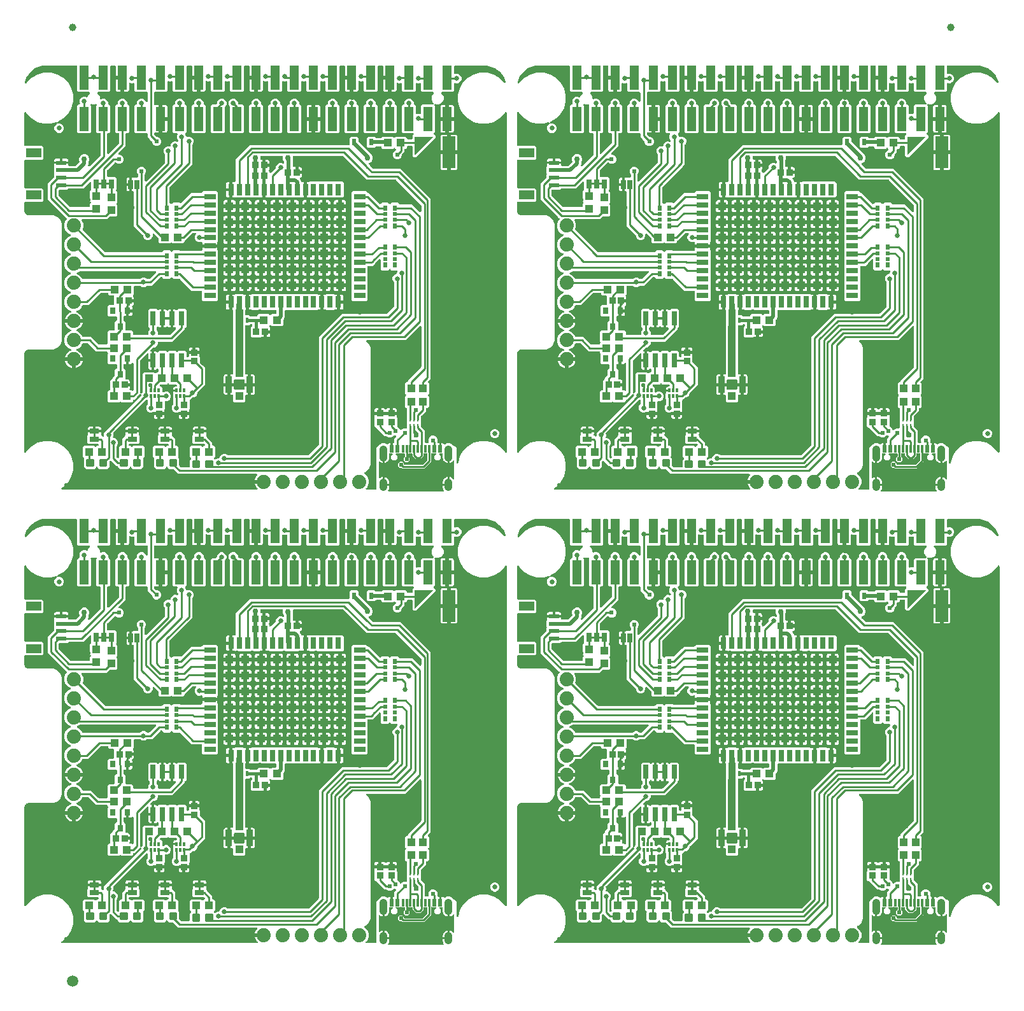
<source format=gtl>
G04 EAGLE Gerber RS-274X export*
G75*
%MOMM*%
%FSLAX34Y34*%
%LPD*%
%INTop Copper*%
%IPPOS*%
%AMOC8*
5,1,8,0,0,1.08239X$1,22.5*%
G01*
%ADD10R,1.000000X1.100000*%
%ADD11R,0.660400X1.270000*%
%ADD12R,0.850000X2.200000*%
%ADD13R,1.000000X1.050000*%
%ADD14R,0.630000X0.830000*%
%ADD15R,1.100000X1.000000*%
%ADD16R,0.635000X1.270000*%
%ADD17C,0.300000*%
%ADD18R,1.270000X0.660400*%
%ADD19R,1.700000X4.200000*%
%ADD20R,1.000000X1.000000*%
%ADD21R,0.800000X1.500000*%
%ADD22R,1.500000X0.800000*%
%ADD23R,1.100000X1.100000*%
%ADD24R,0.850000X0.900000*%
%ADD25R,0.250000X0.610000*%
%ADD26R,0.250000X0.560000*%
%ADD27R,0.300000X1.000000*%
%ADD28R,0.600000X1.000000*%
%ADD29C,1.000000*%
%ADD30R,0.900000X0.850000*%
%ADD31R,1.270000X3.175000*%
%ADD32C,0.635000*%
%ADD33R,2.000000X1.200000*%
%ADD34R,1.350000X0.600000*%
%ADD35C,1.879600*%
%ADD36R,0.400000X0.700000*%
%ADD37R,0.800000X0.900000*%
%ADD38R,0.640000X1.900000*%
%ADD39R,0.300000X0.520000*%
%ADD40R,0.550000X0.800000*%
%ADD41R,0.550000X0.500000*%
%ADD42C,1.000000*%
%ADD43C,1.500000*%
%ADD44C,0.558800*%
%ADD45C,0.254000*%
%ADD46C,0.508000*%
%ADD47C,0.762000*%
%ADD48C,0.604000*%
%ADD49C,0.381000*%

G36*
X968463Y607434D02*
X968463Y607434D01*
X968601Y607447D01*
X968620Y607454D01*
X968640Y607456D01*
X968769Y607507D01*
X968900Y607554D01*
X968917Y607566D01*
X968936Y607573D01*
X969048Y607655D01*
X969163Y607733D01*
X969177Y607748D01*
X969193Y607760D01*
X969282Y607867D01*
X969374Y607971D01*
X969383Y607989D01*
X969396Y608005D01*
X969455Y608131D01*
X969518Y608255D01*
X969523Y608274D01*
X969531Y608293D01*
X969558Y608429D01*
X969588Y608565D01*
X969587Y608585D01*
X969591Y608605D01*
X969583Y608743D01*
X969578Y608883D01*
X969573Y608902D01*
X969571Y608922D01*
X969529Y609054D01*
X969490Y609188D01*
X969480Y609206D01*
X969473Y609225D01*
X969399Y609342D01*
X969328Y609462D01*
X969310Y609483D01*
X969303Y609494D01*
X969288Y609508D01*
X969222Y609583D01*
X968485Y610320D01*
X967380Y611840D01*
X966527Y613515D01*
X965947Y615302D01*
X965906Y615558D01*
X976321Y615558D01*
X976439Y615573D01*
X976558Y615581D01*
X976597Y615593D01*
X976637Y615598D01*
X976748Y615642D01*
X976861Y615679D01*
X976895Y615700D01*
X976932Y615715D01*
X977029Y615785D01*
X977129Y615849D01*
X977157Y615878D01*
X977190Y615902D01*
X977266Y615994D01*
X977347Y616080D01*
X977367Y616116D01*
X977393Y616147D01*
X977443Y616255D01*
X977501Y616359D01*
X977511Y616398D01*
X977528Y616435D01*
X977551Y616552D01*
X977580Y616667D01*
X977584Y616727D01*
X977588Y616747D01*
X977587Y616767D01*
X977591Y616828D01*
X977591Y619368D01*
X977576Y619486D01*
X977568Y619604D01*
X977556Y619643D01*
X977551Y619683D01*
X977507Y619794D01*
X977470Y619907D01*
X977449Y619941D01*
X977434Y619979D01*
X977364Y620075D01*
X977300Y620176D01*
X977271Y620203D01*
X977247Y620236D01*
X977155Y620312D01*
X977068Y620394D01*
X977033Y620413D01*
X977002Y620439D01*
X976894Y620490D01*
X976790Y620547D01*
X976751Y620557D01*
X976714Y620574D01*
X976597Y620597D01*
X976482Y620627D01*
X976422Y620630D01*
X976402Y620634D01*
X976381Y620633D01*
X976321Y620637D01*
X965906Y620637D01*
X965947Y620893D01*
X966527Y622681D01*
X967380Y624355D01*
X968485Y625875D01*
X968722Y626112D01*
X968807Y626222D01*
X968896Y626329D01*
X968905Y626347D01*
X968917Y626363D01*
X968972Y626491D01*
X969031Y626617D01*
X969035Y626637D01*
X969043Y626655D01*
X969065Y626793D01*
X969091Y626929D01*
X969090Y626949D01*
X969093Y626969D01*
X969080Y627108D01*
X969071Y627247D01*
X969065Y627266D01*
X969063Y627286D01*
X969016Y627417D01*
X968973Y627549D01*
X968963Y627566D01*
X968956Y627585D01*
X968878Y627700D01*
X968803Y627818D01*
X968789Y627832D01*
X968777Y627848D01*
X968673Y627940D01*
X968572Y628036D01*
X968554Y628045D01*
X968539Y628059D01*
X968415Y628122D01*
X968293Y628189D01*
X968274Y628194D01*
X968256Y628203D01*
X968120Y628234D01*
X967985Y628269D01*
X967957Y628270D01*
X967945Y628273D01*
X967925Y628272D01*
X967825Y628279D01*
X863823Y628279D01*
X857424Y634677D01*
X857346Y634738D01*
X857274Y634806D01*
X857221Y634835D01*
X857173Y634872D01*
X857082Y634911D01*
X856995Y634959D01*
X856937Y634974D01*
X856881Y634998D01*
X856783Y635014D01*
X856687Y635039D01*
X856587Y635045D01*
X856567Y635048D01*
X856555Y635047D01*
X856527Y635049D01*
X851894Y635049D01*
X849406Y637537D01*
X849317Y637606D01*
X849286Y637635D01*
X849279Y637639D01*
X849223Y637689D01*
X849187Y637707D01*
X849155Y637732D01*
X849045Y637780D01*
X848939Y637834D01*
X848900Y637842D01*
X848863Y637859D01*
X848745Y637877D01*
X848629Y637903D01*
X848589Y637902D01*
X848549Y637908D01*
X848430Y637897D01*
X848311Y637894D01*
X848272Y637882D01*
X848232Y637879D01*
X848120Y637838D01*
X848006Y637805D01*
X847971Y637785D01*
X847933Y637771D01*
X847834Y637704D01*
X847732Y637644D01*
X847687Y637604D01*
X847670Y637592D01*
X847656Y637577D01*
X847611Y637537D01*
X845123Y635049D01*
X834354Y635049D01*
X831690Y637713D01*
X831690Y648697D01*
X831695Y648708D01*
X831713Y648826D01*
X831739Y648942D01*
X831738Y648983D01*
X831745Y649022D01*
X831733Y649141D01*
X831730Y649260D01*
X831719Y649299D01*
X831715Y649339D01*
X831675Y649451D01*
X831641Y649566D01*
X831621Y649600D01*
X831607Y649638D01*
X831540Y649737D01*
X831480Y649840D01*
X831440Y649885D01*
X831429Y649901D01*
X831414Y649915D01*
X831373Y649960D01*
X829899Y651435D01*
X829899Y663960D01*
X831685Y665746D01*
X845211Y665746D01*
X846050Y664907D01*
X846145Y664834D01*
X846234Y664755D01*
X846270Y664737D01*
X846302Y664712D01*
X846411Y664664D01*
X846517Y664610D01*
X846556Y664601D01*
X846594Y664585D01*
X846711Y664567D01*
X846827Y664541D01*
X846868Y664542D01*
X846908Y664536D01*
X847026Y664547D01*
X847145Y664550D01*
X847184Y664562D01*
X847224Y664565D01*
X847336Y664606D01*
X847451Y664639D01*
X847485Y664659D01*
X847524Y664673D01*
X847622Y664740D01*
X847725Y664800D01*
X847770Y664840D01*
X847787Y664852D01*
X847800Y664867D01*
X847845Y664907D01*
X848685Y665746D01*
X849860Y665746D01*
X849978Y665761D01*
X850097Y665769D01*
X850135Y665781D01*
X850175Y665786D01*
X850286Y665830D01*
X850399Y665867D01*
X850434Y665888D01*
X850471Y665903D01*
X850567Y665973D01*
X850668Y666037D01*
X850696Y666066D01*
X850728Y666090D01*
X850804Y666182D01*
X850886Y666268D01*
X850905Y666304D01*
X850931Y666335D01*
X850982Y666443D01*
X851039Y666547D01*
X851050Y666586D01*
X851067Y666623D01*
X851089Y666740D01*
X851119Y666855D01*
X851123Y666915D01*
X851127Y666935D01*
X851125Y666955D01*
X851129Y667016D01*
X851129Y667086D01*
X851114Y667204D01*
X851107Y667323D01*
X851094Y667361D01*
X851089Y667401D01*
X851045Y667512D01*
X851009Y667625D01*
X850987Y667659D01*
X850972Y667697D01*
X850902Y667793D01*
X850839Y667894D01*
X850809Y667921D01*
X850785Y667954D01*
X850694Y668030D01*
X850607Y668112D01*
X850572Y668131D01*
X850540Y668157D01*
X850433Y668208D01*
X850329Y668265D01*
X850289Y668275D01*
X850253Y668293D01*
X850136Y668315D01*
X850021Y668345D01*
X849960Y668348D01*
X849940Y668352D01*
X849920Y668351D01*
X849860Y668355D01*
X838939Y668355D01*
X837153Y670141D01*
X837153Y679270D01*
X837503Y679620D01*
X837567Y679704D01*
X837639Y679782D01*
X837665Y679829D01*
X837698Y679872D01*
X837740Y679969D01*
X837790Y680062D01*
X837803Y680114D01*
X837824Y680164D01*
X837841Y680268D01*
X837866Y680371D01*
X837865Y680424D01*
X837874Y680478D01*
X837864Y680583D01*
X837863Y680689D01*
X837846Y680773D01*
X837844Y680794D01*
X837839Y680809D01*
X837831Y680846D01*
X837661Y681483D01*
X837661Y683469D01*
X845219Y683469D01*
X845219Y678071D01*
X845231Y678052D01*
X845234Y678030D01*
X845250Y678023D01*
X845255Y678014D01*
X845266Y678015D01*
X845281Y678008D01*
X847821Y678008D01*
X847840Y678021D01*
X847863Y678024D01*
X847870Y678040D01*
X847879Y678045D01*
X847877Y678055D01*
X847884Y678071D01*
X847884Y683469D01*
X855442Y683469D01*
X855442Y681483D01*
X855272Y680847D01*
X855257Y680742D01*
X855234Y680639D01*
X855236Y680585D01*
X855228Y680531D01*
X855240Y680426D01*
X855244Y680321D01*
X855259Y680269D01*
X855265Y680216D01*
X855303Y680117D01*
X855332Y680015D01*
X855359Y679969D01*
X855379Y679919D01*
X855440Y679832D01*
X855494Y679741D01*
X855550Y679677D01*
X855563Y679659D01*
X855575Y679649D01*
X855600Y679620D01*
X855963Y679257D01*
X855966Y679185D01*
X855982Y679127D01*
X855990Y679067D01*
X856026Y678975D01*
X856054Y678879D01*
X856085Y678827D01*
X856107Y678771D01*
X856165Y678691D01*
X856216Y678606D01*
X856282Y678530D01*
X856294Y678514D01*
X856303Y678506D01*
X856322Y678485D01*
X858684Y676123D01*
X859767Y675040D01*
X859767Y667016D01*
X859782Y666897D01*
X859789Y666779D01*
X859801Y666740D01*
X859806Y666700D01*
X859850Y666589D01*
X859887Y666476D01*
X859909Y666442D01*
X859924Y666404D01*
X859993Y666308D01*
X860057Y666207D01*
X860087Y666180D01*
X860110Y666147D01*
X860202Y666071D01*
X860289Y665990D01*
X860324Y665970D01*
X860355Y665944D01*
X860463Y665893D01*
X860567Y665836D01*
X860606Y665826D01*
X860643Y665809D01*
X860760Y665786D01*
X860875Y665757D01*
X860935Y665753D01*
X860955Y665749D01*
X860976Y665750D01*
X861036Y665746D01*
X862211Y665746D01*
X863997Y663960D01*
X863997Y651412D01*
X863931Y651338D01*
X863913Y651302D01*
X863888Y651270D01*
X863841Y651160D01*
X863787Y651054D01*
X863778Y651015D01*
X863762Y650978D01*
X863743Y650860D01*
X863717Y650744D01*
X863718Y650704D01*
X863712Y650664D01*
X863723Y650545D01*
X863727Y650426D01*
X863738Y650387D01*
X863742Y650347D01*
X863782Y650235D01*
X863815Y650121D01*
X863835Y650086D01*
X863849Y650048D01*
X863916Y649949D01*
X863976Y649847D01*
X864016Y649802D01*
X864028Y649785D01*
X864043Y649771D01*
X864083Y649726D01*
X865327Y648482D01*
X865327Y639515D01*
X865340Y639417D01*
X865343Y639318D01*
X865359Y639260D01*
X865367Y639200D01*
X865403Y639108D01*
X865431Y639013D01*
X865462Y638960D01*
X865484Y638904D01*
X865542Y638824D01*
X865592Y638739D01*
X865659Y638663D01*
X865671Y638647D01*
X865680Y638639D01*
X865699Y638618D01*
X867029Y637288D01*
X867107Y637227D01*
X867179Y637160D01*
X867232Y637130D01*
X867280Y637093D01*
X867371Y637054D01*
X867457Y637006D01*
X867516Y636991D01*
X867572Y636967D01*
X867670Y636951D01*
X867765Y636927D01*
X867865Y636920D01*
X867886Y636917D01*
X867898Y636918D01*
X867926Y636916D01*
X878303Y636916D01*
X878422Y636931D01*
X878540Y636939D01*
X878579Y636951D01*
X878619Y636956D01*
X878730Y637000D01*
X878843Y637037D01*
X878877Y637058D01*
X878915Y637073D01*
X879011Y637143D01*
X879112Y637207D01*
X879139Y637236D01*
X879172Y637260D01*
X879248Y637352D01*
X879329Y637438D01*
X879349Y637474D01*
X879375Y637505D01*
X879426Y637613D01*
X879483Y637717D01*
X879493Y637756D01*
X879510Y637793D01*
X879533Y637910D01*
X879562Y638025D01*
X879566Y638085D01*
X879570Y638105D01*
X879569Y638125D01*
X879573Y638186D01*
X879573Y646582D01*
X880992Y648001D01*
X881065Y648095D01*
X881143Y648184D01*
X881162Y648220D01*
X881187Y648252D01*
X881234Y648361D01*
X881288Y648467D01*
X881297Y648507D01*
X881313Y648544D01*
X881332Y648662D01*
X881358Y648778D01*
X881356Y648818D01*
X881363Y648858D01*
X881352Y648977D01*
X881348Y649095D01*
X881337Y649134D01*
X881333Y649175D01*
X881293Y649287D01*
X881260Y649401D01*
X881239Y649436D01*
X881225Y649474D01*
X881159Y649572D01*
X881098Y649675D01*
X881058Y649720D01*
X881047Y649737D01*
X881032Y649750D01*
X880992Y649796D01*
X879343Y651445D01*
X879343Y663970D01*
X881129Y665756D01*
X894654Y665756D01*
X895494Y664917D01*
X895588Y664844D01*
X895677Y664765D01*
X895713Y664747D01*
X895745Y664722D01*
X895855Y664674D01*
X895960Y664620D01*
X896000Y664611D01*
X896037Y664595D01*
X896155Y664577D01*
X896271Y664551D01*
X896311Y664552D01*
X896351Y664546D01*
X896470Y664557D01*
X896589Y664560D01*
X896628Y664572D01*
X896668Y664575D01*
X896780Y664616D01*
X896894Y664649D01*
X896929Y664669D01*
X896967Y664683D01*
X897066Y664750D01*
X897168Y664810D01*
X897213Y664850D01*
X897230Y664862D01*
X897244Y664877D01*
X897289Y664917D01*
X898129Y665756D01*
X898221Y665756D01*
X898359Y665774D01*
X898498Y665787D01*
X898516Y665794D01*
X898536Y665796D01*
X898666Y665847D01*
X898797Y665895D01*
X898813Y665906D01*
X898832Y665913D01*
X898944Y665995D01*
X899060Y666073D01*
X899073Y666088D01*
X899089Y666100D01*
X899178Y666207D01*
X899270Y666312D01*
X899279Y666330D01*
X899292Y666345D01*
X899351Y666470D01*
X899415Y666595D01*
X899419Y666615D01*
X899428Y666633D01*
X899454Y666769D01*
X899484Y666905D01*
X899484Y666925D01*
X899488Y666945D01*
X899479Y667084D01*
X899475Y667223D01*
X899469Y667242D01*
X899468Y667262D01*
X899425Y667395D01*
X899386Y667529D01*
X899376Y667546D01*
X899370Y667565D01*
X899295Y667683D01*
X899225Y667802D01*
X899206Y667823D01*
X899200Y667834D01*
X899185Y667848D01*
X899118Y667923D01*
X899058Y667983D01*
X898980Y668044D01*
X898908Y668112D01*
X898855Y668141D01*
X898807Y668178D01*
X898716Y668217D01*
X898629Y668265D01*
X898571Y668280D01*
X898515Y668304D01*
X898417Y668320D01*
X898321Y668345D01*
X898221Y668351D01*
X898201Y668354D01*
X898189Y668353D01*
X898161Y668355D01*
X884659Y668355D01*
X882873Y670141D01*
X882873Y679270D01*
X883223Y679620D01*
X883287Y679704D01*
X883359Y679782D01*
X883385Y679829D01*
X883418Y679872D01*
X883460Y679969D01*
X883510Y680062D01*
X883523Y680114D01*
X883544Y680164D01*
X883561Y680268D01*
X883586Y680371D01*
X883585Y680424D01*
X883594Y680478D01*
X883584Y680583D01*
X883583Y680689D01*
X883566Y680773D01*
X883564Y680794D01*
X883559Y680809D01*
X883551Y680846D01*
X883381Y681483D01*
X883381Y683469D01*
X890939Y683469D01*
X890939Y678071D01*
X890951Y678052D01*
X890954Y678030D01*
X890970Y678023D01*
X890975Y678014D01*
X890986Y678015D01*
X891001Y678008D01*
X893541Y678008D01*
X893560Y678021D01*
X893583Y678024D01*
X893590Y678040D01*
X893599Y678045D01*
X893597Y678055D01*
X893604Y678071D01*
X893604Y683469D01*
X901162Y683469D01*
X901162Y681483D01*
X900992Y680847D01*
X900977Y680742D01*
X900954Y680639D01*
X900956Y680585D01*
X900948Y680531D01*
X900960Y680426D01*
X900964Y680321D01*
X900979Y680269D01*
X900985Y680216D01*
X901023Y680117D01*
X901052Y680015D01*
X901079Y679969D01*
X901099Y679919D01*
X901160Y679832D01*
X901214Y679741D01*
X901270Y679677D01*
X901283Y679659D01*
X901295Y679649D01*
X901320Y679620D01*
X901670Y679270D01*
X901670Y678112D01*
X901683Y678014D01*
X901686Y677915D01*
X901702Y677857D01*
X901710Y677797D01*
X901746Y677705D01*
X901774Y677610D01*
X901805Y677557D01*
X901827Y677501D01*
X901885Y677421D01*
X901935Y677336D01*
X902002Y677260D01*
X902014Y677244D01*
X902023Y677236D01*
X902042Y677215D01*
X909210Y670046D01*
X909210Y667026D01*
X909225Y666907D01*
X909232Y666789D01*
X909245Y666750D01*
X909250Y666710D01*
X909294Y666599D01*
X909330Y666486D01*
X909352Y666452D01*
X909367Y666414D01*
X909437Y666318D01*
X909501Y666217D01*
X909530Y666190D01*
X909554Y666157D01*
X909646Y666081D01*
X909732Y666000D01*
X909768Y665980D01*
X909799Y665954D01*
X909906Y665903D01*
X910011Y665846D01*
X910050Y665836D01*
X910087Y665819D01*
X910203Y665796D01*
X910319Y665767D01*
X910379Y665763D01*
X910399Y665759D01*
X910419Y665760D01*
X910479Y665756D01*
X911654Y665756D01*
X913440Y663970D01*
X913440Y651445D01*
X911791Y649796D01*
X911718Y649702D01*
X911639Y649612D01*
X911621Y649576D01*
X911596Y649544D01*
X911549Y649435D01*
X911495Y649329D01*
X911486Y649290D01*
X911470Y649253D01*
X911451Y649135D01*
X911425Y649019D01*
X911426Y648979D01*
X911420Y648939D01*
X911431Y648820D01*
X911435Y648701D01*
X911446Y648662D01*
X911450Y648622D01*
X911490Y648510D01*
X911523Y648396D01*
X911544Y648361D01*
X911557Y648323D01*
X911624Y648224D01*
X911685Y648122D01*
X911725Y648076D01*
X911736Y648059D01*
X911751Y648046D01*
X911791Y648001D01*
X911844Y647947D01*
X911939Y647874D01*
X912028Y647796D01*
X912064Y647777D01*
X912096Y647752D01*
X912205Y647705D01*
X912311Y647651D01*
X912350Y647642D01*
X912388Y647626D01*
X912505Y647607D01*
X912621Y647581D01*
X912662Y647583D01*
X912702Y647576D01*
X912820Y647587D01*
X912939Y647591D01*
X912978Y647602D01*
X913018Y647606D01*
X913131Y647646D01*
X913245Y647679D01*
X913279Y647700D01*
X913318Y647714D01*
X913416Y647780D01*
X913519Y647841D01*
X913564Y647881D01*
X913581Y647892D01*
X913594Y647907D01*
X913639Y647947D01*
X914066Y648374D01*
X916353Y649321D01*
X917599Y649321D01*
X917629Y649325D01*
X917658Y649323D01*
X917786Y649345D01*
X917915Y649361D01*
X917942Y649372D01*
X917972Y649377D01*
X918090Y649430D01*
X918211Y649478D01*
X918235Y649496D01*
X918262Y649508D01*
X918363Y649589D01*
X918468Y649665D01*
X918487Y649688D01*
X918510Y649706D01*
X918588Y649810D01*
X918671Y649910D01*
X918683Y649937D01*
X918701Y649960D01*
X918772Y650105D01*
X919815Y652623D01*
X921566Y654374D01*
X923853Y655321D01*
X926329Y655321D01*
X928617Y654374D01*
X929203Y653788D01*
X929281Y653727D01*
X929353Y653660D01*
X929406Y653630D01*
X929454Y653593D01*
X929545Y653554D01*
X929631Y653506D01*
X929690Y653491D01*
X929746Y653467D01*
X929844Y653451D01*
X929939Y653427D01*
X930039Y653420D01*
X930060Y653417D01*
X930072Y653418D01*
X930100Y653416D01*
X1036777Y653416D01*
X1036875Y653429D01*
X1036974Y653432D01*
X1037032Y653449D01*
X1037092Y653456D01*
X1037184Y653493D01*
X1037280Y653520D01*
X1037332Y653551D01*
X1037388Y653573D01*
X1037468Y653631D01*
X1037553Y653682D01*
X1037629Y653748D01*
X1037645Y653760D01*
X1037653Y653769D01*
X1037674Y653788D01*
X1050401Y666515D01*
X1050462Y666593D01*
X1050529Y666665D01*
X1050559Y666718D01*
X1050596Y666766D01*
X1050635Y666857D01*
X1050683Y666944D01*
X1050698Y667002D01*
X1050722Y667058D01*
X1050738Y667156D01*
X1050762Y667252D01*
X1050769Y667352D01*
X1050772Y667372D01*
X1050771Y667384D01*
X1050773Y667412D01*
X1050773Y810886D01*
X1081303Y841416D01*
X1140777Y841416D01*
X1140875Y841429D01*
X1140974Y841432D01*
X1141032Y841449D01*
X1141092Y841456D01*
X1141184Y841493D01*
X1141279Y841520D01*
X1141332Y841551D01*
X1141388Y841573D01*
X1141468Y841631D01*
X1141553Y841682D01*
X1141629Y841748D01*
X1141645Y841760D01*
X1141653Y841769D01*
X1141674Y841788D01*
X1150401Y850515D01*
X1150462Y850593D01*
X1150529Y850665D01*
X1150559Y850718D01*
X1150596Y850766D01*
X1150635Y850857D01*
X1150683Y850944D01*
X1150698Y851002D01*
X1150722Y851058D01*
X1150738Y851156D01*
X1150762Y851252D01*
X1150769Y851352D01*
X1150772Y851372D01*
X1150771Y851384D01*
X1150773Y851412D01*
X1150773Y883089D01*
X1150760Y883187D01*
X1150757Y883286D01*
X1150740Y883344D01*
X1150733Y883404D01*
X1150696Y883497D01*
X1150669Y883592D01*
X1150638Y883644D01*
X1150616Y883700D01*
X1150558Y883780D01*
X1150507Y883866D01*
X1150441Y883941D01*
X1150429Y883957D01*
X1150420Y883965D01*
X1150401Y883986D01*
X1149815Y884572D01*
X1148868Y886860D01*
X1148868Y889336D01*
X1149815Y891623D01*
X1151566Y893374D01*
X1154084Y894417D01*
X1154110Y894432D01*
X1154138Y894441D01*
X1154247Y894510D01*
X1154360Y894574D01*
X1154382Y894595D01*
X1154407Y894611D01*
X1154495Y894705D01*
X1154589Y894796D01*
X1154604Y894821D01*
X1154624Y894842D01*
X1154687Y894956D01*
X1154755Y895067D01*
X1154764Y895095D01*
X1154778Y895121D01*
X1154810Y895247D01*
X1154849Y895371D01*
X1154850Y895400D01*
X1154857Y895429D01*
X1154868Y895590D01*
X1154868Y896336D01*
X1155248Y897254D01*
X1155261Y897302D01*
X1155282Y897347D01*
X1155303Y897455D01*
X1155332Y897561D01*
X1155333Y897610D01*
X1155342Y897659D01*
X1155335Y897769D01*
X1155337Y897879D01*
X1155325Y897927D01*
X1155322Y897977D01*
X1155289Y898081D01*
X1155263Y898188D01*
X1155240Y898232D01*
X1155224Y898279D01*
X1155166Y898372D01*
X1155114Y898469D01*
X1155081Y898506D01*
X1155054Y898548D01*
X1154974Y898623D01*
X1154900Y898704D01*
X1154859Y898732D01*
X1154823Y898766D01*
X1154726Y898819D01*
X1154635Y898879D01*
X1154588Y898895D01*
X1154544Y898919D01*
X1154438Y898947D01*
X1154334Y898982D01*
X1154284Y898986D01*
X1154236Y898999D01*
X1154075Y899009D01*
X1147862Y899009D01*
X1146272Y900599D01*
X1146178Y900672D01*
X1146089Y900750D01*
X1146053Y900769D01*
X1146021Y900793D01*
X1145911Y900841D01*
X1145805Y900895D01*
X1145766Y900904D01*
X1145729Y900920D01*
X1145611Y900939D01*
X1145495Y900965D01*
X1145455Y900963D01*
X1145415Y900970D01*
X1145296Y900959D01*
X1145177Y900955D01*
X1145138Y900944D01*
X1145098Y900940D01*
X1144986Y900900D01*
X1144872Y900866D01*
X1144837Y900846D01*
X1144799Y900832D01*
X1144700Y900765D01*
X1144598Y900705D01*
X1144553Y900665D01*
X1144536Y900654D01*
X1144522Y900638D01*
X1144477Y900599D01*
X1142887Y899009D01*
X1134862Y899009D01*
X1133076Y900795D01*
X1133076Y912910D01*
X1133058Y913048D01*
X1133045Y913186D01*
X1133038Y913205D01*
X1133036Y913226D01*
X1132985Y913355D01*
X1132938Y913486D01*
X1132926Y913502D01*
X1132919Y913521D01*
X1132837Y913634D01*
X1132759Y913749D01*
X1132744Y913762D01*
X1132732Y913779D01*
X1132625Y913867D01*
X1132521Y913959D01*
X1132503Y913968D01*
X1132487Y913981D01*
X1132361Y914041D01*
X1132237Y914104D01*
X1132218Y914108D01*
X1132199Y914117D01*
X1132063Y914143D01*
X1131927Y914174D01*
X1131907Y914173D01*
X1131887Y914177D01*
X1131749Y914168D01*
X1131609Y914164D01*
X1131590Y914158D01*
X1131570Y914157D01*
X1131437Y914114D01*
X1131304Y914075D01*
X1131286Y914065D01*
X1131267Y914059D01*
X1131149Y913984D01*
X1131030Y913914D01*
X1131009Y913895D01*
X1130998Y913889D01*
X1130984Y913874D01*
X1130909Y913808D01*
X1125509Y908407D01*
X1122180Y905079D01*
X1116789Y905079D01*
X1116671Y905064D01*
X1116552Y905057D01*
X1116514Y905044D01*
X1116474Y905039D01*
X1116363Y904995D01*
X1116250Y904959D01*
X1116216Y904937D01*
X1116178Y904922D01*
X1116082Y904852D01*
X1115981Y904788D01*
X1115954Y904759D01*
X1115921Y904735D01*
X1115845Y904643D01*
X1115763Y904557D01*
X1115744Y904521D01*
X1115718Y904490D01*
X1115667Y904383D01*
X1115610Y904278D01*
X1115600Y904239D01*
X1115582Y904202D01*
X1115560Y904086D01*
X1115530Y903970D01*
X1115527Y903910D01*
X1115523Y903890D01*
X1115524Y903870D01*
X1115520Y903810D01*
X1115520Y860135D01*
X1113734Y858349D01*
X1096209Y858349D01*
X1094423Y860135D01*
X1094423Y1002660D01*
X1096209Y1004446D01*
X1113734Y1004446D01*
X1115592Y1002588D01*
X1115604Y1002559D01*
X1115640Y1002446D01*
X1115662Y1002412D01*
X1115677Y1002374D01*
X1115747Y1002278D01*
X1115811Y1002177D01*
X1115840Y1002150D01*
X1115864Y1002117D01*
X1115956Y1002041D01*
X1116042Y1001960D01*
X1116078Y1001940D01*
X1116109Y1001914D01*
X1116216Y1001863D01*
X1116321Y1001806D01*
X1116360Y1001796D01*
X1116397Y1001779D01*
X1116513Y1001756D01*
X1116629Y1001727D01*
X1116689Y1001723D01*
X1116709Y1001719D01*
X1116729Y1001720D01*
X1116789Y1001716D01*
X1117290Y1001716D01*
X1131448Y987558D01*
X1131543Y987485D01*
X1131632Y987406D01*
X1131668Y987388D01*
X1131700Y987363D01*
X1131809Y987316D01*
X1131915Y987262D01*
X1131954Y987253D01*
X1131992Y987237D01*
X1132109Y987218D01*
X1132225Y987192D01*
X1132266Y987193D01*
X1132306Y987187D01*
X1132424Y987198D01*
X1132543Y987202D01*
X1132582Y987213D01*
X1132622Y987217D01*
X1132734Y987257D01*
X1132849Y987290D01*
X1132883Y987311D01*
X1132922Y987324D01*
X1133020Y987391D01*
X1133123Y987452D01*
X1133168Y987492D01*
X1133185Y987503D01*
X1133198Y987518D01*
X1133243Y987558D01*
X1134862Y989176D01*
X1142887Y989176D01*
X1144477Y987587D01*
X1144571Y987514D01*
X1144660Y987435D01*
X1144696Y987417D01*
X1144728Y987392D01*
X1144838Y987344D01*
X1144943Y987290D01*
X1144983Y987281D01*
X1145020Y987265D01*
X1145138Y987247D01*
X1145254Y987221D01*
X1145294Y987222D01*
X1145334Y987216D01*
X1145453Y987227D01*
X1145572Y987230D01*
X1145611Y987242D01*
X1145651Y987245D01*
X1145763Y987286D01*
X1145877Y987319D01*
X1145912Y987339D01*
X1145950Y987353D01*
X1146049Y987420D01*
X1146151Y987480D01*
X1146196Y987520D01*
X1146213Y987532D01*
X1146227Y987547D01*
X1146272Y987587D01*
X1147862Y989176D01*
X1155887Y989176D01*
X1157745Y987318D01*
X1157757Y987289D01*
X1157793Y987176D01*
X1157815Y987142D01*
X1157830Y987104D01*
X1157900Y987008D01*
X1157964Y986907D01*
X1157993Y986880D01*
X1158017Y986847D01*
X1158109Y986771D01*
X1158195Y986690D01*
X1158231Y986670D01*
X1158262Y986644D01*
X1158369Y986593D01*
X1158474Y986536D01*
X1158513Y986526D01*
X1158550Y986509D01*
X1158666Y986486D01*
X1158782Y986457D01*
X1158842Y986453D01*
X1158862Y986449D01*
X1158882Y986450D01*
X1158942Y986446D01*
X1175150Y986446D01*
X1184902Y976695D01*
X1185012Y976609D01*
X1185119Y976521D01*
X1185137Y976512D01*
X1185153Y976500D01*
X1185281Y976444D01*
X1185407Y976385D01*
X1185426Y976381D01*
X1185445Y976373D01*
X1185583Y976351D01*
X1185719Y976325D01*
X1185739Y976327D01*
X1185759Y976324D01*
X1185898Y976337D01*
X1186036Y976345D01*
X1186056Y976351D01*
X1186076Y976353D01*
X1186207Y976401D01*
X1186339Y976443D01*
X1186356Y976454D01*
X1186375Y976461D01*
X1186490Y976539D01*
X1186608Y976613D01*
X1186621Y976628D01*
X1186638Y976640D01*
X1186730Y976744D01*
X1186825Y976845D01*
X1186835Y976863D01*
X1186849Y976878D01*
X1186912Y977002D01*
X1186979Y977124D01*
X1186984Y977143D01*
X1186993Y977161D01*
X1187024Y977297D01*
X1187058Y977431D01*
X1187060Y977460D01*
X1187063Y977472D01*
X1187062Y977492D01*
X1187069Y977592D01*
X1187069Y985487D01*
X1187056Y985585D01*
X1187053Y985684D01*
X1187036Y985742D01*
X1187029Y985802D01*
X1186992Y985895D01*
X1186965Y985990D01*
X1186934Y986042D01*
X1186912Y986098D01*
X1186854Y986178D01*
X1186803Y986264D01*
X1186737Y986339D01*
X1186725Y986356D01*
X1186716Y986363D01*
X1186697Y986384D01*
X1153674Y1019407D01*
X1153596Y1019468D01*
X1153524Y1019536D01*
X1153471Y1019565D01*
X1153423Y1019602D01*
X1153332Y1019641D01*
X1153245Y1019689D01*
X1153187Y1019704D01*
X1153131Y1019728D01*
X1153033Y1019744D01*
X1152937Y1019769D01*
X1152837Y1019775D01*
X1152817Y1019778D01*
X1152805Y1019777D01*
X1152777Y1019779D01*
X1114303Y1019779D01*
X1082880Y1051201D01*
X1082802Y1051262D01*
X1082730Y1051330D01*
X1082677Y1051359D01*
X1082629Y1051396D01*
X1082538Y1051435D01*
X1082451Y1051483D01*
X1082393Y1051498D01*
X1082337Y1051522D01*
X1082239Y1051538D01*
X1082143Y1051563D01*
X1082043Y1051569D01*
X1082023Y1051572D01*
X1082011Y1051571D01*
X1081983Y1051573D01*
X1017918Y1051573D01*
X1017868Y1051567D01*
X1017819Y1051569D01*
X1017711Y1051547D01*
X1017602Y1051533D01*
X1017556Y1051515D01*
X1017507Y1051505D01*
X1017408Y1051456D01*
X1017306Y1051416D01*
X1017266Y1051387D01*
X1017222Y1051365D01*
X1017138Y1051294D01*
X1017049Y1051229D01*
X1017017Y1051191D01*
X1016980Y1051159D01*
X1016916Y1051069D01*
X1016846Y1050984D01*
X1016825Y1050939D01*
X1016796Y1050899D01*
X1016758Y1050796D01*
X1016711Y1050696D01*
X1016701Y1050648D01*
X1016684Y1050601D01*
X1016672Y1050492D01*
X1016651Y1050384D01*
X1016654Y1050335D01*
X1016649Y1050285D01*
X1016664Y1050176D01*
X1016671Y1050067D01*
X1016686Y1050019D01*
X1016693Y1049970D01*
X1016745Y1049818D01*
X1016788Y1049714D01*
X1016788Y1046985D01*
X1016193Y1045548D01*
X1016190Y1045539D01*
X1016186Y1045531D01*
X1016148Y1045386D01*
X1016109Y1045241D01*
X1016109Y1045232D01*
X1016106Y1045223D01*
X1016096Y1045062D01*
X1016096Y1037756D01*
X1016111Y1037637D01*
X1016118Y1037519D01*
X1016131Y1037480D01*
X1016136Y1037440D01*
X1016180Y1037329D01*
X1016216Y1037216D01*
X1016238Y1037182D01*
X1016253Y1037144D01*
X1016323Y1037048D01*
X1016387Y1036947D01*
X1016416Y1036920D01*
X1016440Y1036887D01*
X1016532Y1036811D01*
X1016618Y1036730D01*
X1016654Y1036710D01*
X1016685Y1036684D01*
X1016792Y1036633D01*
X1016897Y1036576D01*
X1016936Y1036566D01*
X1016973Y1036549D01*
X1017089Y1036526D01*
X1017205Y1036497D01*
X1017265Y1036493D01*
X1017285Y1036489D01*
X1017305Y1036490D01*
X1017365Y1036486D01*
X1019475Y1036486D01*
X1019475Y1030301D01*
X1019490Y1030183D01*
X1019497Y1030064D01*
X1019510Y1030025D01*
X1019515Y1029985D01*
X1019559Y1029875D01*
X1019595Y1029761D01*
X1019617Y1029727D01*
X1019632Y1029690D01*
X1019702Y1029593D01*
X1019766Y1029493D01*
X1019795Y1029465D01*
X1019819Y1029432D01*
X1019911Y1029356D01*
X1019997Y1029275D01*
X1020033Y1029255D01*
X1020064Y1029229D01*
X1020171Y1029179D01*
X1020276Y1029121D01*
X1020315Y1029111D01*
X1020352Y1029094D01*
X1020468Y1029072D01*
X1020584Y1029042D01*
X1020644Y1029038D01*
X1020664Y1029034D01*
X1020684Y1029035D01*
X1020744Y1029032D01*
X1021185Y1029032D01*
X1021185Y1028591D01*
X1021200Y1028472D01*
X1021208Y1028354D01*
X1021220Y1028315D01*
X1021225Y1028275D01*
X1021269Y1028164D01*
X1021306Y1028051D01*
X1021327Y1028017D01*
X1021342Y1027979D01*
X1021412Y1027883D01*
X1021476Y1027782D01*
X1021505Y1027755D01*
X1021529Y1027722D01*
X1021621Y1027646D01*
X1021707Y1027564D01*
X1021743Y1027545D01*
X1021774Y1027519D01*
X1021882Y1027468D01*
X1021986Y1027411D01*
X1022025Y1027401D01*
X1022062Y1027384D01*
X1022179Y1027361D01*
X1022294Y1027332D01*
X1022354Y1027328D01*
X1022374Y1027324D01*
X1022394Y1027325D01*
X1022455Y1027321D01*
X1028390Y1027321D01*
X1028390Y1024611D01*
X1028217Y1023965D01*
X1027883Y1023386D01*
X1027409Y1022912D01*
X1026830Y1022578D01*
X1026339Y1022446D01*
X1026216Y1022396D01*
X1026092Y1022352D01*
X1026069Y1022336D01*
X1026044Y1022326D01*
X1025938Y1022247D01*
X1025828Y1022173D01*
X1025811Y1022153D01*
X1025789Y1022137D01*
X1025705Y1022034D01*
X1025618Y1021935D01*
X1025606Y1021911D01*
X1025589Y1021890D01*
X1025533Y1021769D01*
X1025473Y1021651D01*
X1025468Y1021625D01*
X1025456Y1021600D01*
X1025433Y1021470D01*
X1025404Y1021341D01*
X1025405Y1021314D01*
X1025400Y1021287D01*
X1025409Y1021156D01*
X1025413Y1021023D01*
X1025421Y1020997D01*
X1025423Y1020970D01*
X1025465Y1020845D01*
X1025502Y1020718D01*
X1025516Y1020694D01*
X1025524Y1020669D01*
X1025596Y1020558D01*
X1025663Y1020444D01*
X1025689Y1020415D01*
X1025697Y1020402D01*
X1025713Y1020387D01*
X1025770Y1020323D01*
X1026709Y1019383D01*
X1027605Y1017222D01*
X1027619Y1017196D01*
X1027628Y1017168D01*
X1027698Y1017058D01*
X1027762Y1016946D01*
X1027783Y1016924D01*
X1027799Y1016899D01*
X1027893Y1016811D01*
X1027983Y1016717D01*
X1028009Y1016702D01*
X1028030Y1016682D01*
X1028144Y1016619D01*
X1028255Y1016551D01*
X1028283Y1016542D01*
X1028309Y1016528D01*
X1028434Y1016496D01*
X1028559Y1016457D01*
X1028588Y1016456D01*
X1028617Y1016449D01*
X1028777Y1016438D01*
X1030972Y1016438D01*
X1030972Y1007128D01*
X1030987Y1007010D01*
X1030994Y1006891D01*
X1031007Y1006852D01*
X1031012Y1006812D01*
X1031056Y1006701D01*
X1031092Y1006588D01*
X1031114Y1006554D01*
X1031129Y1006517D01*
X1031199Y1006420D01*
X1031209Y1006404D01*
X1031196Y1006379D01*
X1031170Y1006348D01*
X1031119Y1006240D01*
X1031062Y1006136D01*
X1031052Y1006097D01*
X1031034Y1006060D01*
X1031012Y1005943D01*
X1030982Y1005828D01*
X1030978Y1005768D01*
X1030975Y1005748D01*
X1030976Y1005728D01*
X1030972Y1005667D01*
X1030972Y996357D01*
X1028635Y996357D01*
X1028534Y996371D01*
X1028431Y996394D01*
X1028378Y996392D01*
X1028324Y996399D01*
X1028219Y996387D01*
X1028113Y996384D01*
X1028062Y996369D01*
X1028008Y996363D01*
X1027909Y996325D01*
X1027808Y996296D01*
X1027762Y996268D01*
X1027711Y996249D01*
X1027625Y996188D01*
X1027534Y996134D01*
X1027470Y996078D01*
X1027452Y996065D01*
X1027442Y996053D01*
X1027413Y996028D01*
X1027234Y995849D01*
X983709Y995849D01*
X983530Y996028D01*
X983446Y996093D01*
X983368Y996164D01*
X983321Y996190D01*
X983278Y996223D01*
X983181Y996265D01*
X983088Y996315D01*
X983036Y996328D01*
X982987Y996349D01*
X982882Y996366D01*
X982779Y996391D01*
X982726Y996390D01*
X982672Y996399D01*
X982567Y996389D01*
X982461Y996388D01*
X982378Y996371D01*
X982356Y996369D01*
X982341Y996364D01*
X982307Y996357D01*
X979971Y996357D01*
X979971Y1005667D01*
X979956Y1005786D01*
X979948Y1005904D01*
X979936Y1005943D01*
X979931Y1005983D01*
X979887Y1006094D01*
X979850Y1006207D01*
X979829Y1006241D01*
X979814Y1006279D01*
X979744Y1006375D01*
X979733Y1006391D01*
X979747Y1006416D01*
X979773Y1006447D01*
X979824Y1006555D01*
X979881Y1006659D01*
X979891Y1006698D01*
X979908Y1006735D01*
X979931Y1006852D01*
X979960Y1006967D01*
X979964Y1007027D01*
X979968Y1007047D01*
X979967Y1007068D01*
X979971Y1007128D01*
X979971Y1016773D01*
X979983Y1016782D01*
X980059Y1016874D01*
X980140Y1016960D01*
X980160Y1016996D01*
X980186Y1017027D01*
X980237Y1017135D01*
X980294Y1017239D01*
X980304Y1017278D01*
X980321Y1017315D01*
X980344Y1017432D01*
X980373Y1017547D01*
X980377Y1017607D01*
X980381Y1017627D01*
X980380Y1017647D01*
X980384Y1017708D01*
X980384Y1024496D01*
X980369Y1024615D01*
X980361Y1024733D01*
X980349Y1024772D01*
X980344Y1024812D01*
X980300Y1024923D01*
X980263Y1025036D01*
X980242Y1025070D01*
X980227Y1025108D01*
X980157Y1025204D01*
X980093Y1025305D01*
X980064Y1025332D01*
X980046Y1025357D01*
X980059Y1025373D01*
X980140Y1025460D01*
X980160Y1025495D01*
X980186Y1025526D01*
X980237Y1025634D01*
X980294Y1025738D01*
X980304Y1025777D01*
X980321Y1025814D01*
X980344Y1025931D01*
X980373Y1026046D01*
X980377Y1026106D01*
X980381Y1026126D01*
X980380Y1026147D01*
X980384Y1026207D01*
X980384Y1036973D01*
X985050Y1036973D01*
X985050Y1034263D01*
X984877Y1033617D01*
X984505Y1032972D01*
X984475Y1032939D01*
X984457Y1032903D01*
X984432Y1032871D01*
X984385Y1032762D01*
X984331Y1032656D01*
X984322Y1032616D01*
X984306Y1032580D01*
X984287Y1032462D01*
X984261Y1032345D01*
X984262Y1032305D01*
X984256Y1032265D01*
X984267Y1032147D01*
X984271Y1032027D01*
X984282Y1031989D01*
X984286Y1031949D01*
X984326Y1031836D01*
X984359Y1031722D01*
X984379Y1031687D01*
X984393Y1031650D01*
X984460Y1031551D01*
X984521Y1031448D01*
X984523Y1031445D01*
X984877Y1030832D01*
X985050Y1030186D01*
X985050Y1029970D01*
X985068Y1029832D01*
X985081Y1029694D01*
X985087Y1029675D01*
X985090Y1029655D01*
X985141Y1029525D01*
X985188Y1029394D01*
X985200Y1029378D01*
X985207Y1029359D01*
X985289Y1029246D01*
X985367Y1029131D01*
X985382Y1029118D01*
X985394Y1029102D01*
X985501Y1029013D01*
X985605Y1028921D01*
X985623Y1028912D01*
X985639Y1028899D01*
X985764Y1028840D01*
X985888Y1028776D01*
X985908Y1028772D01*
X985927Y1028763D01*
X986063Y1028737D01*
X986199Y1028707D01*
X986219Y1028707D01*
X986239Y1028703D01*
X986378Y1028712D01*
X986517Y1028716D01*
X986536Y1028722D01*
X986556Y1028723D01*
X986688Y1028766D01*
X986822Y1028805D01*
X986840Y1028815D01*
X986859Y1028821D01*
X986976Y1028896D01*
X987096Y1028966D01*
X987117Y1028985D01*
X987128Y1028991D01*
X987142Y1029006D01*
X987217Y1029073D01*
X987554Y1029410D01*
X993594Y1035450D01*
X993655Y1035528D01*
X993722Y1035600D01*
X993752Y1035653D01*
X993789Y1035701D01*
X993828Y1035792D01*
X993876Y1035879D01*
X993891Y1035937D01*
X993915Y1035993D01*
X993931Y1036091D01*
X993955Y1036187D01*
X993962Y1036287D01*
X993965Y1036307D01*
X993964Y1036319D01*
X993966Y1036347D01*
X993966Y1037176D01*
X994913Y1039463D01*
X996664Y1041214D01*
X998951Y1042161D01*
X1001427Y1042161D01*
X1003164Y1041442D01*
X1003212Y1041429D01*
X1003257Y1041408D01*
X1003364Y1041387D01*
X1003470Y1041358D01*
X1003520Y1041357D01*
X1003569Y1041348D01*
X1003678Y1041355D01*
X1003788Y1041353D01*
X1003837Y1041365D01*
X1003886Y1041368D01*
X1003991Y1041402D01*
X1004098Y1041427D01*
X1004142Y1041451D01*
X1004189Y1041466D01*
X1004282Y1041525D01*
X1004379Y1041576D01*
X1004416Y1041609D01*
X1004458Y1041636D01*
X1004533Y1041716D01*
X1004614Y1041790D01*
X1004641Y1041831D01*
X1004675Y1041868D01*
X1004729Y1041964D01*
X1004789Y1042056D01*
X1004805Y1042103D01*
X1004829Y1042146D01*
X1004856Y1042252D01*
X1004892Y1042356D01*
X1004896Y1042406D01*
X1004908Y1042454D01*
X1004919Y1042615D01*
X1004919Y1043135D01*
X1004906Y1043233D01*
X1004903Y1043332D01*
X1004886Y1043390D01*
X1004879Y1043450D01*
X1004842Y1043542D01*
X1004815Y1043638D01*
X1004784Y1043690D01*
X1004762Y1043746D01*
X1004704Y1043826D01*
X1004653Y1043912D01*
X1004587Y1043987D01*
X1004575Y1044003D01*
X1004566Y1044011D01*
X1004547Y1044032D01*
X1004115Y1044464D01*
X1003071Y1046985D01*
X1003071Y1049714D01*
X1003114Y1049818D01*
X1003127Y1049866D01*
X1003148Y1049911D01*
X1003169Y1050018D01*
X1003198Y1050125D01*
X1003198Y1050174D01*
X1003208Y1050223D01*
X1003201Y1050333D01*
X1003203Y1050443D01*
X1003191Y1050491D01*
X1003188Y1050541D01*
X1003154Y1050645D01*
X1003129Y1050752D01*
X1003105Y1050796D01*
X1003090Y1050843D01*
X1003031Y1050936D01*
X1002980Y1051033D01*
X1002947Y1051070D01*
X1002920Y1051112D01*
X1002840Y1051187D01*
X1002766Y1051268D01*
X1002725Y1051296D01*
X1002688Y1051330D01*
X1002592Y1051383D01*
X1002500Y1051443D01*
X1002453Y1051459D01*
X1002410Y1051483D01*
X1002303Y1051511D01*
X1002200Y1051546D01*
X1002150Y1051550D01*
X1002102Y1051563D01*
X1001941Y1051573D01*
X974227Y1051573D01*
X974109Y1051558D01*
X973990Y1051551D01*
X973952Y1051538D01*
X973912Y1051533D01*
X973801Y1051489D01*
X973688Y1051453D01*
X973654Y1051431D01*
X973616Y1051416D01*
X973520Y1051346D01*
X973419Y1051282D01*
X973392Y1051253D01*
X973359Y1051229D01*
X973283Y1051137D01*
X973201Y1051051D01*
X973182Y1051015D01*
X973156Y1050984D01*
X973105Y1050877D01*
X973048Y1050772D01*
X973038Y1050733D01*
X973020Y1050696D01*
X972998Y1050580D01*
X972968Y1050464D01*
X972965Y1050404D01*
X972961Y1050384D01*
X972962Y1050364D01*
X972958Y1050304D01*
X972958Y1047408D01*
X972973Y1047289D01*
X972980Y1047171D01*
X972993Y1047132D01*
X972998Y1047092D01*
X973042Y1046981D01*
X973078Y1046868D01*
X973100Y1046834D01*
X973115Y1046796D01*
X973185Y1046700D01*
X973249Y1046599D01*
X973278Y1046572D01*
X973302Y1046539D01*
X973394Y1046463D01*
X973480Y1046382D01*
X973516Y1046362D01*
X973547Y1046336D01*
X973654Y1046285D01*
X973759Y1046228D01*
X973798Y1046218D01*
X973835Y1046201D01*
X973951Y1046178D01*
X974067Y1046149D01*
X974127Y1046145D01*
X974147Y1046141D01*
X974167Y1046142D01*
X974227Y1046138D01*
X976135Y1046138D01*
X976135Y1039953D01*
X976150Y1039835D01*
X976157Y1039716D01*
X976170Y1039677D01*
X976175Y1039637D01*
X976219Y1039527D01*
X976255Y1039413D01*
X976277Y1039379D01*
X976292Y1039342D01*
X976362Y1039245D01*
X976426Y1039145D01*
X976455Y1039117D01*
X976473Y1039092D01*
X976460Y1039076D01*
X976378Y1038990D01*
X976359Y1038954D01*
X976333Y1038923D01*
X976282Y1038815D01*
X976225Y1038711D01*
X976215Y1038672D01*
X976197Y1038635D01*
X976175Y1038518D01*
X976145Y1038403D01*
X976142Y1038343D01*
X976138Y1038323D01*
X976139Y1038303D01*
X976135Y1038242D01*
X976135Y1026207D01*
X976150Y1026089D01*
X976157Y1025970D01*
X976170Y1025931D01*
X976175Y1025891D01*
X976219Y1025781D01*
X976255Y1025667D01*
X976277Y1025633D01*
X976292Y1025596D01*
X976362Y1025499D01*
X976426Y1025399D01*
X976455Y1025371D01*
X976473Y1025346D01*
X976460Y1025330D01*
X976378Y1025244D01*
X976359Y1025208D01*
X976333Y1025177D01*
X976282Y1025069D01*
X976225Y1024965D01*
X976215Y1024926D01*
X976197Y1024889D01*
X976175Y1024772D01*
X976145Y1024657D01*
X976142Y1024597D01*
X976138Y1024577D01*
X976139Y1024557D01*
X976135Y1024496D01*
X976135Y1017648D01*
X976119Y1017615D01*
X976062Y1017510D01*
X976052Y1017471D01*
X976034Y1017434D01*
X976012Y1017318D01*
X975982Y1017202D01*
X975979Y1017142D01*
X975975Y1017122D01*
X975976Y1017102D01*
X975972Y1017042D01*
X975972Y1007128D01*
X975987Y1007010D01*
X975994Y1006891D01*
X976007Y1006852D01*
X976012Y1006812D01*
X976056Y1006701D01*
X976092Y1006588D01*
X976114Y1006554D01*
X976129Y1006517D01*
X976199Y1006420D01*
X976209Y1006404D01*
X976196Y1006379D01*
X976170Y1006348D01*
X976119Y1006240D01*
X976062Y1006136D01*
X976052Y1006097D01*
X976034Y1006060D01*
X976012Y1005943D01*
X975982Y1005828D01*
X975978Y1005768D01*
X975975Y1005748D01*
X975976Y1005728D01*
X975972Y1005667D01*
X975972Y996357D01*
X973635Y996357D01*
X973534Y996371D01*
X973431Y996394D01*
X973378Y996392D01*
X973324Y996399D01*
X973219Y996387D01*
X973113Y996384D01*
X973062Y996369D01*
X973008Y996363D01*
X972909Y996325D01*
X972808Y996296D01*
X972762Y996268D01*
X972711Y996249D01*
X972625Y996188D01*
X972534Y996134D01*
X972470Y996078D01*
X972452Y996065D01*
X972442Y996053D01*
X972413Y996028D01*
X972234Y995849D01*
X939709Y995849D01*
X939530Y996028D01*
X939446Y996093D01*
X939368Y996164D01*
X939321Y996190D01*
X939278Y996223D01*
X939181Y996265D01*
X939088Y996315D01*
X939036Y996328D01*
X938987Y996349D01*
X938882Y996366D01*
X938779Y996391D01*
X938726Y996390D01*
X938672Y996399D01*
X938567Y996389D01*
X938461Y996388D01*
X938378Y996371D01*
X938356Y996369D01*
X938341Y996364D01*
X938307Y996357D01*
X935971Y996357D01*
X935971Y1005667D01*
X935956Y1005786D01*
X935948Y1005904D01*
X935936Y1005943D01*
X935931Y1005983D01*
X935887Y1006094D01*
X935850Y1006207D01*
X935829Y1006241D01*
X935814Y1006279D01*
X935744Y1006375D01*
X935733Y1006391D01*
X935747Y1006416D01*
X935773Y1006447D01*
X935824Y1006555D01*
X935881Y1006659D01*
X935891Y1006698D01*
X935908Y1006735D01*
X935931Y1006852D01*
X935960Y1006967D01*
X935964Y1007027D01*
X935968Y1007047D01*
X935967Y1007068D01*
X935971Y1007128D01*
X935971Y1016438D01*
X938308Y1016438D01*
X938408Y1016425D01*
X938512Y1016401D01*
X938565Y1016403D01*
X938619Y1016396D01*
X938724Y1016408D01*
X938829Y1016411D01*
X938881Y1016426D01*
X938935Y1016432D01*
X939033Y1016470D01*
X939135Y1016499D01*
X939181Y1016527D01*
X939232Y1016546D01*
X939318Y1016607D01*
X939409Y1016661D01*
X939473Y1016718D01*
X939491Y1016730D01*
X939501Y1016742D01*
X939530Y1016767D01*
X939781Y1017019D01*
X939810Y1017030D01*
X939923Y1017067D01*
X939957Y1017088D01*
X939995Y1017103D01*
X940091Y1017173D01*
X940192Y1017237D01*
X940219Y1017266D01*
X940252Y1017290D01*
X940328Y1017382D01*
X940409Y1017468D01*
X940429Y1017504D01*
X940455Y1017535D01*
X940506Y1017643D01*
X940563Y1017747D01*
X940573Y1017786D01*
X940590Y1017823D01*
X940613Y1017940D01*
X940642Y1018055D01*
X940646Y1018115D01*
X940650Y1018135D01*
X940649Y1018155D01*
X940653Y1018216D01*
X940653Y1046638D01*
X959383Y1065368D01*
X1090349Y1065368D01*
X1090468Y1065383D01*
X1090586Y1065391D01*
X1090625Y1065403D01*
X1090665Y1065408D01*
X1090776Y1065452D01*
X1090889Y1065489D01*
X1090923Y1065510D01*
X1090961Y1065525D01*
X1091057Y1065595D01*
X1091158Y1065659D01*
X1091185Y1065688D01*
X1091218Y1065712D01*
X1091294Y1065804D01*
X1091375Y1065890D01*
X1091395Y1065926D01*
X1091421Y1065957D01*
X1091472Y1066065D01*
X1091529Y1066169D01*
X1091539Y1066208D01*
X1091556Y1066245D01*
X1091579Y1066362D01*
X1091608Y1066477D01*
X1091612Y1066537D01*
X1091616Y1066557D01*
X1091615Y1066577D01*
X1091619Y1066638D01*
X1091619Y1074822D01*
X1093405Y1076608D01*
X1102230Y1076608D01*
X1104016Y1074822D01*
X1104016Y1070640D01*
X1104029Y1070542D01*
X1104032Y1070443D01*
X1104048Y1070385D01*
X1104056Y1070325D01*
X1104092Y1070233D01*
X1104120Y1070138D01*
X1104151Y1070085D01*
X1104173Y1070029D01*
X1104231Y1069949D01*
X1104281Y1069864D01*
X1104348Y1069788D01*
X1104360Y1069772D01*
X1104369Y1069764D01*
X1104388Y1069743D01*
X1119529Y1054601D01*
X1119537Y1054596D01*
X1119543Y1054588D01*
X1119615Y1054534D01*
X1121668Y1052481D01*
X1122712Y1049960D01*
X1122712Y1047231D01*
X1121668Y1044710D01*
X1119739Y1042781D01*
X1117913Y1042025D01*
X1117870Y1042000D01*
X1117824Y1041984D01*
X1117733Y1041922D01*
X1117637Y1041868D01*
X1117601Y1041833D01*
X1117560Y1041805D01*
X1117488Y1041723D01*
X1117409Y1041646D01*
X1117383Y1041604D01*
X1117350Y1041567D01*
X1117300Y1041469D01*
X1117243Y1041375D01*
X1117228Y1041328D01*
X1117205Y1041283D01*
X1117181Y1041176D01*
X1117149Y1041071D01*
X1117147Y1041021D01*
X1117136Y1040973D01*
X1117139Y1040863D01*
X1117134Y1040754D01*
X1117144Y1040705D01*
X1117145Y1040655D01*
X1117176Y1040550D01*
X1117198Y1040442D01*
X1117220Y1040397D01*
X1117234Y1040350D01*
X1117289Y1040255D01*
X1117338Y1040156D01*
X1117370Y1040118D01*
X1117395Y1040076D01*
X1117502Y1039955D01*
X1118500Y1038956D01*
X1118514Y1038910D01*
X1118545Y1038857D01*
X1118567Y1038801D01*
X1118625Y1038721D01*
X1118675Y1038636D01*
X1118742Y1038560D01*
X1118754Y1038544D01*
X1118763Y1038536D01*
X1118782Y1038515D01*
X1122509Y1034788D01*
X1122587Y1034727D01*
X1122659Y1034660D01*
X1122712Y1034630D01*
X1122760Y1034593D01*
X1122851Y1034554D01*
X1122937Y1034506D01*
X1122996Y1034491D01*
X1123052Y1034467D01*
X1123150Y1034451D01*
X1123245Y1034427D01*
X1123345Y1034420D01*
X1123366Y1034417D01*
X1123378Y1034418D01*
X1123406Y1034416D01*
X1159740Y1034416D01*
X1199730Y994426D01*
X1199730Y755089D01*
X1196093Y751452D01*
X1196020Y751358D01*
X1195942Y751269D01*
X1195923Y751233D01*
X1195899Y751201D01*
X1195851Y751091D01*
X1195797Y750985D01*
X1195788Y750946D01*
X1195772Y750909D01*
X1195754Y750791D01*
X1195727Y750675D01*
X1195729Y750635D01*
X1195722Y750595D01*
X1195734Y750476D01*
X1195737Y750357D01*
X1195748Y750318D01*
X1195752Y750278D01*
X1195792Y750166D01*
X1195826Y750052D01*
X1195846Y750017D01*
X1195860Y749979D01*
X1195927Y749880D01*
X1195987Y749778D01*
X1196027Y749733D01*
X1196038Y749716D01*
X1196054Y749702D01*
X1196093Y749657D01*
X1197230Y748520D01*
X1197230Y734995D01*
X1196390Y734155D01*
X1196317Y734061D01*
X1196239Y733972D01*
X1196220Y733936D01*
X1196196Y733904D01*
X1196148Y733794D01*
X1196094Y733689D01*
X1196085Y733649D01*
X1196069Y733612D01*
X1196050Y733494D01*
X1196024Y733378D01*
X1196026Y733338D01*
X1196019Y733298D01*
X1196030Y733179D01*
X1196034Y733060D01*
X1196045Y733021D01*
X1196049Y732981D01*
X1196089Y732869D01*
X1196123Y732755D01*
X1196143Y732720D01*
X1196157Y732682D01*
X1196224Y732583D01*
X1196284Y732481D01*
X1196324Y732436D01*
X1196335Y732419D01*
X1196351Y732405D01*
X1196390Y732360D01*
X1197230Y731520D01*
X1197230Y717995D01*
X1195444Y716209D01*
X1194769Y716209D01*
X1194651Y716194D01*
X1194532Y716187D01*
X1194494Y716174D01*
X1194454Y716169D01*
X1194343Y716125D01*
X1194230Y716089D01*
X1194196Y716067D01*
X1194158Y716052D01*
X1194062Y715982D01*
X1193961Y715918D01*
X1193934Y715889D01*
X1193901Y715865D01*
X1193825Y715773D01*
X1193743Y715687D01*
X1193724Y715651D01*
X1193698Y715620D01*
X1193647Y715513D01*
X1193590Y715408D01*
X1193580Y715369D01*
X1193562Y715332D01*
X1193540Y715216D01*
X1193510Y715100D01*
X1193507Y715040D01*
X1193503Y715020D01*
X1193504Y715000D01*
X1193500Y714940D01*
X1193500Y711863D01*
X1187214Y705576D01*
X1187153Y705498D01*
X1187085Y705426D01*
X1187056Y705373D01*
X1187019Y705325D01*
X1186980Y705234D01*
X1186932Y705148D01*
X1186917Y705089D01*
X1186893Y705033D01*
X1186877Y704935D01*
X1186852Y704840D01*
X1186846Y704740D01*
X1186843Y704719D01*
X1186844Y704707D01*
X1186842Y704679D01*
X1186842Y698318D01*
X1186832Y698280D01*
X1186826Y698180D01*
X1186823Y698159D01*
X1186824Y698147D01*
X1186822Y698119D01*
X1186822Y694188D01*
X1186835Y694090D01*
X1186838Y693990D01*
X1186842Y693975D01*
X1186842Y691668D01*
X1186855Y691570D01*
X1186858Y691471D01*
X1186874Y691413D01*
X1186882Y691353D01*
X1186918Y691260D01*
X1186946Y691165D01*
X1186977Y691113D01*
X1186999Y691057D01*
X1187057Y690977D01*
X1187107Y690892D01*
X1187174Y690816D01*
X1187186Y690800D01*
X1187195Y690792D01*
X1187214Y690771D01*
X1189009Y688976D01*
X1191910Y686074D01*
X1191910Y670806D01*
X1191925Y670687D01*
X1191932Y670569D01*
X1191945Y670530D01*
X1191950Y670490D01*
X1191994Y670379D01*
X1192030Y670266D01*
X1192052Y670232D01*
X1192067Y670194D01*
X1192137Y670098D01*
X1192201Y669997D01*
X1192230Y669970D01*
X1192254Y669937D01*
X1192346Y669861D01*
X1192432Y669780D01*
X1192468Y669760D01*
X1192499Y669734D01*
X1192606Y669683D01*
X1192711Y669626D01*
X1192750Y669616D01*
X1192787Y669599D01*
X1192903Y669576D01*
X1193019Y669547D01*
X1193079Y669543D01*
X1193099Y669539D01*
X1193119Y669540D01*
X1193179Y669536D01*
X1195598Y669536D01*
X1195648Y669543D01*
X1195697Y669540D01*
X1195805Y669562D01*
X1195914Y669576D01*
X1195960Y669594D01*
X1196009Y669604D01*
X1196107Y669653D01*
X1196209Y669693D01*
X1196250Y669722D01*
X1196294Y669744D01*
X1196378Y669816D01*
X1196467Y669880D01*
X1196498Y669918D01*
X1196536Y669951D01*
X1196599Y670040D01*
X1196670Y670125D01*
X1196691Y670170D01*
X1196719Y670211D01*
X1196758Y670314D01*
X1196805Y670413D01*
X1196814Y670461D01*
X1196832Y670508D01*
X1196844Y670617D01*
X1196865Y670725D01*
X1196862Y670775D01*
X1196867Y670824D01*
X1196852Y670933D01*
X1196845Y671042D01*
X1196830Y671090D01*
X1196823Y671139D01*
X1196771Y671291D01*
X1196523Y671890D01*
X1196523Y674305D01*
X1197447Y676535D01*
X1199154Y678242D01*
X1201384Y679166D01*
X1203799Y679166D01*
X1206029Y678242D01*
X1207736Y676535D01*
X1208660Y674305D01*
X1208660Y673662D01*
X1208673Y673564D01*
X1208676Y673465D01*
X1208692Y673407D01*
X1208700Y673347D01*
X1208736Y673255D01*
X1208764Y673160D01*
X1208795Y673107D01*
X1208817Y673051D01*
X1208875Y672971D01*
X1208910Y672912D01*
X1208910Y670298D01*
X1208925Y670179D01*
X1208932Y670061D01*
X1208945Y670022D01*
X1208950Y669982D01*
X1208994Y669871D01*
X1209030Y669758D01*
X1209052Y669724D01*
X1209067Y669686D01*
X1209137Y669590D01*
X1209201Y669489D01*
X1209230Y669462D01*
X1209254Y669429D01*
X1209346Y669353D01*
X1209432Y669272D01*
X1209468Y669252D01*
X1209499Y669226D01*
X1209606Y669175D01*
X1209711Y669118D01*
X1209750Y669108D01*
X1209787Y669091D01*
X1209903Y669068D01*
X1210019Y669039D01*
X1210079Y669035D01*
X1210099Y669031D01*
X1210119Y669032D01*
X1210179Y669028D01*
X1210842Y669028D01*
X1210842Y666485D01*
X1210857Y666366D01*
X1210864Y666248D01*
X1210877Y666209D01*
X1210882Y666169D01*
X1210926Y666058D01*
X1210962Y665945D01*
X1210984Y665911D01*
X1210999Y665873D01*
X1211069Y665777D01*
X1211133Y665676D01*
X1211162Y665649D01*
X1211186Y665616D01*
X1211278Y665540D01*
X1211364Y665459D01*
X1211400Y665439D01*
X1211431Y665413D01*
X1211538Y665362D01*
X1211643Y665305D01*
X1211682Y665295D01*
X1211719Y665278D01*
X1211835Y665255D01*
X1211951Y665226D01*
X1212011Y665222D01*
X1212031Y665218D01*
X1212051Y665219D01*
X1212111Y665215D01*
X1212571Y665215D01*
X1212690Y665230D01*
X1212808Y665238D01*
X1212847Y665250D01*
X1212887Y665255D01*
X1212998Y665299D01*
X1213111Y665336D01*
X1213145Y665357D01*
X1213183Y665372D01*
X1213279Y665442D01*
X1213380Y665506D01*
X1213407Y665535D01*
X1213440Y665559D01*
X1213516Y665651D01*
X1213597Y665737D01*
X1213617Y665773D01*
X1213643Y665804D01*
X1213694Y665912D01*
X1213751Y666016D01*
X1213761Y666055D01*
X1213778Y666092D01*
X1213801Y666209D01*
X1213830Y666324D01*
X1213834Y666384D01*
X1213838Y666404D01*
X1213837Y666424D01*
X1213841Y666485D01*
X1213841Y669028D01*
X1215676Y669028D01*
X1216322Y668855D01*
X1216901Y668521D01*
X1217163Y668259D01*
X1217186Y668241D01*
X1217205Y668219D01*
X1217312Y668144D01*
X1217414Y668064D01*
X1217441Y668052D01*
X1217465Y668035D01*
X1217587Y667989D01*
X1217706Y667938D01*
X1217735Y667933D01*
X1217763Y667923D01*
X1217892Y667908D01*
X1218020Y667888D01*
X1218049Y667891D01*
X1218079Y667887D01*
X1218208Y667906D01*
X1218337Y667918D01*
X1218365Y667928D01*
X1218394Y667932D01*
X1218546Y667984D01*
X1221690Y669286D01*
X1224892Y669286D01*
X1227851Y668061D01*
X1230188Y665724D01*
X1230189Y665723D01*
X1230209Y665702D01*
X1230225Y665676D01*
X1230320Y665587D01*
X1230410Y665494D01*
X1230435Y665479D01*
X1230457Y665459D01*
X1230570Y665396D01*
X1230681Y665328D01*
X1230709Y665319D01*
X1230735Y665305D01*
X1230861Y665273D01*
X1230985Y665234D01*
X1231014Y665233D01*
X1231043Y665226D01*
X1231204Y665215D01*
X1231519Y665215D01*
X1233677Y663057D01*
X1233677Y643393D01*
X1233696Y643242D01*
X1233714Y643090D01*
X1233716Y643084D01*
X1233717Y643077D01*
X1233773Y642936D01*
X1233828Y642793D01*
X1233832Y642788D01*
X1233834Y642782D01*
X1233923Y642658D01*
X1234012Y642534D01*
X1234017Y642530D01*
X1234021Y642524D01*
X1234139Y642427D01*
X1234255Y642329D01*
X1234261Y642326D01*
X1234266Y642321D01*
X1234403Y642257D01*
X1234541Y642190D01*
X1234547Y642189D01*
X1234554Y642186D01*
X1234702Y642157D01*
X1234852Y642127D01*
X1234859Y642127D01*
X1234866Y642126D01*
X1235017Y642135D01*
X1235170Y642143D01*
X1235177Y642145D01*
X1235183Y642146D01*
X1235327Y642192D01*
X1235474Y642238D01*
X1235479Y642242D01*
X1235486Y642244D01*
X1235613Y642325D01*
X1235744Y642405D01*
X1235749Y642410D01*
X1235755Y642414D01*
X1235859Y642525D01*
X1235964Y642635D01*
X1235968Y642641D01*
X1235972Y642646D01*
X1236046Y642779D01*
X1236121Y642912D01*
X1236124Y642920D01*
X1236126Y642924D01*
X1236129Y642934D01*
X1236172Y643064D01*
X1238363Y651240D01*
X1242846Y659004D01*
X1249185Y665343D01*
X1256949Y669826D01*
X1265609Y672146D01*
X1274574Y672146D01*
X1283234Y669826D01*
X1290998Y665343D01*
X1297337Y659004D01*
X1298404Y657156D01*
X1298492Y657040D01*
X1298578Y656922D01*
X1298588Y656913D01*
X1298596Y656902D01*
X1298710Y656812D01*
X1298823Y656719D01*
X1298835Y656713D01*
X1298846Y656705D01*
X1298979Y656645D01*
X1299111Y656584D01*
X1299124Y656581D01*
X1299136Y656575D01*
X1299281Y656551D01*
X1299423Y656524D01*
X1299436Y656525D01*
X1299450Y656522D01*
X1299596Y656534D01*
X1299740Y656543D01*
X1299753Y656548D01*
X1299767Y656549D01*
X1299905Y656597D01*
X1300043Y656642D01*
X1300054Y656649D01*
X1300067Y656653D01*
X1300188Y656734D01*
X1300312Y656812D01*
X1300321Y656822D01*
X1300332Y656829D01*
X1300430Y656937D01*
X1300529Y657043D01*
X1300536Y657055D01*
X1300545Y657065D01*
X1300613Y657194D01*
X1300683Y657322D01*
X1300686Y657335D01*
X1300693Y657347D01*
X1300726Y657489D01*
X1300762Y657630D01*
X1300764Y657648D01*
X1300766Y657656D01*
X1300765Y657674D01*
X1300773Y657790D01*
X1300773Y1108405D01*
X1300754Y1108549D01*
X1300739Y1108694D01*
X1300735Y1108707D01*
X1300733Y1108720D01*
X1300679Y1108855D01*
X1300628Y1108992D01*
X1300621Y1109003D01*
X1300616Y1109016D01*
X1300530Y1109134D01*
X1300447Y1109254D01*
X1300437Y1109262D01*
X1300429Y1109273D01*
X1300317Y1109366D01*
X1300206Y1109462D01*
X1300194Y1109468D01*
X1300184Y1109476D01*
X1300052Y1109538D01*
X1299922Y1109603D01*
X1299908Y1109606D01*
X1299896Y1109612D01*
X1299754Y1109639D01*
X1299611Y1109669D01*
X1299597Y1109669D01*
X1299584Y1109671D01*
X1299439Y1109662D01*
X1299293Y1109656D01*
X1299280Y1109653D01*
X1299267Y1109652D01*
X1299129Y1109607D01*
X1298988Y1109565D01*
X1298977Y1109558D01*
X1298964Y1109554D01*
X1298841Y1109476D01*
X1298716Y1109400D01*
X1298707Y1109391D01*
X1298695Y1109384D01*
X1298595Y1109277D01*
X1298493Y1109173D01*
X1298483Y1109158D01*
X1298477Y1109152D01*
X1298469Y1109137D01*
X1298404Y1109039D01*
X1297337Y1107191D01*
X1290998Y1100852D01*
X1283234Y1096369D01*
X1274574Y1094049D01*
X1265609Y1094049D01*
X1256949Y1096369D01*
X1249185Y1100852D01*
X1242846Y1107191D01*
X1238363Y1114955D01*
X1236043Y1123615D01*
X1236043Y1132580D01*
X1238363Y1141240D01*
X1242846Y1149004D01*
X1249185Y1155343D01*
X1256949Y1159826D01*
X1265609Y1162146D01*
X1274574Y1162146D01*
X1283234Y1159826D01*
X1290998Y1155343D01*
X1297430Y1148911D01*
X1297458Y1148874D01*
X1297532Y1148815D01*
X1297600Y1148749D01*
X1297656Y1148717D01*
X1297707Y1148677D01*
X1297794Y1148638D01*
X1297876Y1148591D01*
X1297939Y1148574D01*
X1297998Y1148547D01*
X1298091Y1148531D01*
X1298182Y1148506D01*
X1298247Y1148505D01*
X1298311Y1148494D01*
X1298406Y1148502D01*
X1298500Y1148500D01*
X1298563Y1148515D01*
X1298628Y1148520D01*
X1298718Y1148552D01*
X1298810Y1148573D01*
X1298867Y1148604D01*
X1298929Y1148625D01*
X1299007Y1148677D01*
X1299091Y1148721D01*
X1299140Y1148765D01*
X1299194Y1148801D01*
X1299257Y1148871D01*
X1299327Y1148934D01*
X1299363Y1148989D01*
X1299407Y1149037D01*
X1299451Y1149121D01*
X1299503Y1149200D01*
X1299524Y1149261D01*
X1299554Y1149319D01*
X1299576Y1149411D01*
X1299607Y1149500D01*
X1299612Y1149565D01*
X1299627Y1149628D01*
X1299625Y1149723D01*
X1299633Y1149817D01*
X1299621Y1149928D01*
X1299621Y1149946D01*
X1299618Y1149956D01*
X1299616Y1149977D01*
X1299598Y1150080D01*
X1299573Y1150162D01*
X1299558Y1150246D01*
X1299509Y1150374D01*
X1299506Y1150384D01*
X1299503Y1150388D01*
X1299500Y1150396D01*
X1296332Y1157273D01*
X1296287Y1157346D01*
X1296250Y1157423D01*
X1296170Y1157534D01*
X1296164Y1157543D01*
X1296161Y1157546D01*
X1296156Y1157553D01*
X1291316Y1163376D01*
X1291253Y1163434D01*
X1291198Y1163500D01*
X1291091Y1163586D01*
X1291084Y1163593D01*
X1291080Y1163595D01*
X1291073Y1163601D01*
X1284891Y1167972D01*
X1284815Y1168013D01*
X1284745Y1168061D01*
X1284620Y1168117D01*
X1284610Y1168122D01*
X1284606Y1168123D01*
X1284598Y1168127D01*
X1277495Y1170749D01*
X1277452Y1170759D01*
X1277411Y1170777D01*
X1277254Y1170812D01*
X1273656Y1171383D01*
X1273637Y1171384D01*
X1273618Y1171389D01*
X1273457Y1171399D01*
X1232079Y1171399D01*
X1231961Y1171384D01*
X1231842Y1171377D01*
X1231804Y1171364D01*
X1231764Y1171359D01*
X1231653Y1171315D01*
X1231540Y1171279D01*
X1231506Y1171257D01*
X1231468Y1171242D01*
X1231372Y1171172D01*
X1231271Y1171108D01*
X1231244Y1171079D01*
X1231211Y1171055D01*
X1231135Y1170963D01*
X1231053Y1170877D01*
X1231034Y1170841D01*
X1231008Y1170810D01*
X1230957Y1170703D01*
X1230900Y1170598D01*
X1230890Y1170559D01*
X1230872Y1170522D01*
X1230850Y1170406D01*
X1230820Y1170290D01*
X1230817Y1170230D01*
X1230813Y1170210D01*
X1230814Y1170190D01*
X1230810Y1170130D01*
X1230810Y1161505D01*
X1230816Y1161455D01*
X1230814Y1161406D01*
X1230836Y1161298D01*
X1230850Y1161189D01*
X1230868Y1161143D01*
X1230878Y1161094D01*
X1230927Y1160996D01*
X1230967Y1160894D01*
X1230996Y1160853D01*
X1231018Y1160809D01*
X1231089Y1160725D01*
X1231154Y1160636D01*
X1231192Y1160605D01*
X1231224Y1160567D01*
X1231314Y1160504D01*
X1231399Y1160433D01*
X1231444Y1160412D01*
X1231484Y1160384D01*
X1231587Y1160345D01*
X1231687Y1160298D01*
X1231735Y1160289D01*
X1231782Y1160271D01*
X1231891Y1160259D01*
X1231999Y1160238D01*
X1232048Y1160241D01*
X1232098Y1160236D01*
X1232207Y1160251D01*
X1232316Y1160258D01*
X1232364Y1160273D01*
X1232413Y1160280D01*
X1232565Y1160332D01*
X1232973Y1160501D01*
X1235449Y1160501D01*
X1237737Y1159554D01*
X1239488Y1157803D01*
X1240435Y1155516D01*
X1240435Y1153040D01*
X1239488Y1150752D01*
X1237737Y1149001D01*
X1235449Y1148054D01*
X1232973Y1148054D01*
X1232565Y1148223D01*
X1232517Y1148236D01*
X1232472Y1148257D01*
X1232364Y1148278D01*
X1232258Y1148307D01*
X1232209Y1148308D01*
X1232160Y1148317D01*
X1232050Y1148310D01*
X1231940Y1148312D01*
X1231892Y1148300D01*
X1231842Y1148297D01*
X1231738Y1148263D01*
X1231631Y1148238D01*
X1231587Y1148215D01*
X1231540Y1148199D01*
X1231447Y1148140D01*
X1231350Y1148089D01*
X1231313Y1148056D01*
X1231271Y1148029D01*
X1231196Y1147949D01*
X1231115Y1147875D01*
X1231087Y1147834D01*
X1231053Y1147797D01*
X1231000Y1147701D01*
X1230940Y1147609D01*
X1230924Y1147562D01*
X1230900Y1147519D01*
X1230872Y1147413D01*
X1230837Y1147309D01*
X1230833Y1147259D01*
X1230820Y1147211D01*
X1230810Y1147050D01*
X1230810Y1138125D01*
X1229024Y1136339D01*
X1214777Y1136339D01*
X1214640Y1136322D01*
X1214501Y1136308D01*
X1214482Y1136302D01*
X1214461Y1136299D01*
X1214333Y1136248D01*
X1214201Y1136201D01*
X1214185Y1136189D01*
X1214166Y1136182D01*
X1214053Y1136100D01*
X1213938Y1136022D01*
X1213925Y1136007D01*
X1213908Y1135995D01*
X1213820Y1135888D01*
X1213728Y1135784D01*
X1213719Y1135766D01*
X1213706Y1135750D01*
X1213646Y1135624D01*
X1213583Y1135501D01*
X1213579Y1135481D01*
X1213570Y1135462D01*
X1213544Y1135326D01*
X1213514Y1135190D01*
X1213514Y1135170D01*
X1213510Y1135150D01*
X1213519Y1135012D01*
X1213523Y1134872D01*
X1213529Y1134853D01*
X1213530Y1134833D01*
X1213573Y1134701D01*
X1213612Y1134567D01*
X1213622Y1134549D01*
X1213628Y1134530D01*
X1213703Y1134412D01*
X1213773Y1134293D01*
X1213792Y1134272D01*
X1213798Y1134261D01*
X1213813Y1134247D01*
X1213880Y1134172D01*
X1215535Y1132517D01*
X1216760Y1129559D01*
X1216760Y1126357D01*
X1215535Y1123398D01*
X1213265Y1121129D01*
X1213176Y1121013D01*
X1213084Y1120900D01*
X1213078Y1120888D01*
X1213070Y1120877D01*
X1213012Y1120743D01*
X1213000Y1120716D01*
X1212946Y1120736D01*
X1212857Y1120746D01*
X1212769Y1120766D01*
X1212699Y1120764D01*
X1212630Y1120772D01*
X1212541Y1120759D01*
X1212451Y1120756D01*
X1212384Y1120737D01*
X1212315Y1120727D01*
X1212163Y1120675D01*
X1210312Y1119909D01*
X1207110Y1119909D01*
X1206487Y1120167D01*
X1206419Y1120186D01*
X1206355Y1120213D01*
X1206267Y1120227D01*
X1206180Y1120251D01*
X1206110Y1120252D01*
X1206041Y1120263D01*
X1205952Y1120255D01*
X1205862Y1120256D01*
X1205794Y1120240D01*
X1205725Y1120233D01*
X1205640Y1120203D01*
X1205553Y1120182D01*
X1205491Y1120149D01*
X1205425Y1120126D01*
X1205351Y1120075D01*
X1205272Y1120033D01*
X1205220Y1119986D01*
X1205162Y1119947D01*
X1205103Y1119880D01*
X1205036Y1119819D01*
X1204998Y1119761D01*
X1204952Y1119709D01*
X1204911Y1119629D01*
X1204861Y1119554D01*
X1204839Y1119488D01*
X1204807Y1119426D01*
X1204787Y1119338D01*
X1204758Y1119253D01*
X1204753Y1119183D01*
X1204737Y1119115D01*
X1204740Y1119026D01*
X1204733Y1118936D01*
X1204745Y1118867D01*
X1204747Y1118797D01*
X1204772Y1118711D01*
X1204787Y1118623D01*
X1204816Y1118559D01*
X1204835Y1118492D01*
X1204881Y1118414D01*
X1204918Y1118333D01*
X1204962Y1118278D01*
X1204997Y1118218D01*
X1205103Y1118097D01*
X1205410Y1117790D01*
X1205410Y1083515D01*
X1203867Y1081972D01*
X1203794Y1081878D01*
X1203715Y1081789D01*
X1203697Y1081753D01*
X1203672Y1081721D01*
X1203625Y1081611D01*
X1203571Y1081505D01*
X1203562Y1081466D01*
X1203546Y1081429D01*
X1203527Y1081311D01*
X1203501Y1081195D01*
X1203502Y1081155D01*
X1203496Y1081115D01*
X1203507Y1080996D01*
X1203511Y1080877D01*
X1203522Y1080838D01*
X1203526Y1080798D01*
X1203566Y1080686D01*
X1203599Y1080572D01*
X1203620Y1080537D01*
X1203634Y1080499D01*
X1203700Y1080400D01*
X1203761Y1080298D01*
X1203801Y1080252D01*
X1203812Y1080236D01*
X1203827Y1080222D01*
X1203867Y1080177D01*
X1205920Y1078124D01*
X1205920Y1075391D01*
X1179988Y1049459D01*
X1177255Y1049459D01*
X1175323Y1051391D01*
X1175323Y1063190D01*
X1175308Y1063308D01*
X1175300Y1063427D01*
X1175288Y1063465D01*
X1175283Y1063505D01*
X1175239Y1063616D01*
X1175202Y1063729D01*
X1175181Y1063763D01*
X1175166Y1063801D01*
X1175096Y1063897D01*
X1175032Y1063998D01*
X1175003Y1064025D01*
X1174979Y1064058D01*
X1174887Y1064134D01*
X1174801Y1064216D01*
X1174765Y1064235D01*
X1174734Y1064261D01*
X1174626Y1064312D01*
X1174522Y1064369D01*
X1174483Y1064379D01*
X1174446Y1064397D01*
X1174329Y1064419D01*
X1174214Y1064449D01*
X1174154Y1064452D01*
X1174134Y1064456D01*
X1174114Y1064455D01*
X1174053Y1064459D01*
X1169595Y1064459D01*
X1169477Y1064444D01*
X1169358Y1064437D01*
X1169320Y1064424D01*
X1169280Y1064419D01*
X1169169Y1064375D01*
X1169056Y1064339D01*
X1169022Y1064317D01*
X1168984Y1064302D01*
X1168888Y1064232D01*
X1168787Y1064168D01*
X1168760Y1064139D01*
X1168727Y1064115D01*
X1168651Y1064023D01*
X1168569Y1063937D01*
X1168550Y1063901D01*
X1168524Y1063870D01*
X1168473Y1063763D01*
X1168416Y1063658D01*
X1168406Y1063619D01*
X1168388Y1063582D01*
X1168366Y1063466D01*
X1168336Y1063350D01*
X1168333Y1063290D01*
X1168329Y1063270D01*
X1168330Y1063250D01*
X1168326Y1063190D01*
X1168326Y1062515D01*
X1166540Y1060729D01*
X1165679Y1060729D01*
X1165561Y1060714D01*
X1165442Y1060707D01*
X1165404Y1060694D01*
X1165364Y1060689D01*
X1165253Y1060645D01*
X1165140Y1060609D01*
X1165106Y1060587D01*
X1165068Y1060572D01*
X1164972Y1060502D01*
X1164871Y1060438D01*
X1164844Y1060409D01*
X1164811Y1060385D01*
X1164735Y1060293D01*
X1164653Y1060207D01*
X1164634Y1060171D01*
X1164608Y1060140D01*
X1164557Y1060033D01*
X1164500Y1059928D01*
X1164490Y1059889D01*
X1164472Y1059852D01*
X1164450Y1059736D01*
X1164420Y1059620D01*
X1164417Y1059560D01*
X1164413Y1059540D01*
X1164414Y1059520D01*
X1164410Y1059460D01*
X1164410Y1056309D01*
X1161532Y1053430D01*
X1161471Y1053352D01*
X1161403Y1053280D01*
X1161374Y1053227D01*
X1161337Y1053179D01*
X1161298Y1053088D01*
X1161250Y1053002D01*
X1161235Y1052943D01*
X1161211Y1052887D01*
X1161195Y1052789D01*
X1161170Y1052694D01*
X1161164Y1052594D01*
X1161161Y1052573D01*
X1161162Y1052561D01*
X1161160Y1052533D01*
X1161160Y1051890D01*
X1160236Y1049660D01*
X1158529Y1047953D01*
X1156299Y1047029D01*
X1153884Y1047029D01*
X1151654Y1047953D01*
X1149947Y1049660D01*
X1149023Y1051890D01*
X1149023Y1054305D01*
X1149947Y1056535D01*
X1151654Y1058242D01*
X1152619Y1058642D01*
X1152662Y1058667D01*
X1152709Y1058684D01*
X1152800Y1058745D01*
X1152895Y1058800D01*
X1152931Y1058834D01*
X1152972Y1058862D01*
X1153045Y1058945D01*
X1153124Y1059021D01*
X1153150Y1059064D01*
X1153183Y1059101D01*
X1153233Y1059199D01*
X1153290Y1059292D01*
X1153305Y1059340D01*
X1153327Y1059384D01*
X1153351Y1059491D01*
X1153384Y1059596D01*
X1153386Y1059646D01*
X1153397Y1059694D01*
X1153394Y1059804D01*
X1153399Y1059914D01*
X1153389Y1059963D01*
X1153387Y1060012D01*
X1153357Y1060118D01*
X1153335Y1060225D01*
X1153313Y1060270D01*
X1153299Y1060318D01*
X1153243Y1060412D01*
X1153195Y1060511D01*
X1153163Y1060549D01*
X1153137Y1060592D01*
X1153031Y1060712D01*
X1152175Y1061569D01*
X1152081Y1061641D01*
X1151992Y1061720D01*
X1151956Y1061739D01*
X1151924Y1061763D01*
X1151814Y1061811D01*
X1151708Y1061865D01*
X1151669Y1061874D01*
X1151632Y1061890D01*
X1151514Y1061909D01*
X1151398Y1061935D01*
X1151358Y1061933D01*
X1151318Y1061940D01*
X1151199Y1061929D01*
X1151080Y1061925D01*
X1151041Y1061914D01*
X1151001Y1061910D01*
X1150889Y1061870D01*
X1150775Y1061836D01*
X1150740Y1061816D01*
X1150702Y1061802D01*
X1150603Y1061736D01*
X1150501Y1061675D01*
X1150455Y1061635D01*
X1150439Y1061624D01*
X1150425Y1061608D01*
X1150380Y1061569D01*
X1149540Y1060729D01*
X1136015Y1060729D01*
X1134229Y1062515D01*
X1134229Y1062552D01*
X1134214Y1062670D01*
X1134206Y1062789D01*
X1134194Y1062827D01*
X1134189Y1062867D01*
X1134145Y1062978D01*
X1134108Y1063091D01*
X1134087Y1063125D01*
X1134072Y1063163D01*
X1134002Y1063259D01*
X1133938Y1063360D01*
X1133909Y1063387D01*
X1133885Y1063420D01*
X1133793Y1063496D01*
X1133707Y1063578D01*
X1133671Y1063597D01*
X1133640Y1063623D01*
X1133532Y1063674D01*
X1133428Y1063731D01*
X1133389Y1063741D01*
X1133352Y1063759D01*
X1133235Y1063781D01*
X1133120Y1063811D01*
X1133060Y1063814D01*
X1133040Y1063818D01*
X1133020Y1063817D01*
X1132959Y1063821D01*
X1127366Y1063821D01*
X1127268Y1063808D01*
X1127169Y1063805D01*
X1127111Y1063789D01*
X1127050Y1063781D01*
X1126958Y1063745D01*
X1126863Y1063717D01*
X1126811Y1063686D01*
X1126755Y1063664D01*
X1126675Y1063606D01*
X1126589Y1063556D01*
X1126514Y1063489D01*
X1126497Y1063477D01*
X1126490Y1063468D01*
X1126468Y1063449D01*
X1125230Y1062211D01*
X1116405Y1062211D01*
X1114619Y1063997D01*
X1114619Y1074822D01*
X1116405Y1076608D01*
X1125230Y1076608D01*
X1126468Y1075370D01*
X1126547Y1075309D01*
X1126619Y1075242D01*
X1126672Y1075212D01*
X1126720Y1075175D01*
X1126811Y1075136D01*
X1126897Y1075088D01*
X1126956Y1075073D01*
X1127012Y1075049D01*
X1127110Y1075033D01*
X1127205Y1075009D01*
X1127305Y1075002D01*
X1127326Y1074999D01*
X1127338Y1075000D01*
X1127366Y1074998D01*
X1133661Y1074998D01*
X1133759Y1075011D01*
X1133858Y1075014D01*
X1133916Y1075031D01*
X1133976Y1075038D01*
X1134068Y1075075D01*
X1134164Y1075102D01*
X1134216Y1075133D01*
X1134272Y1075155D01*
X1134352Y1075213D01*
X1134437Y1075264D01*
X1134513Y1075330D01*
X1134529Y1075342D01*
X1134537Y1075351D01*
X1134558Y1075370D01*
X1136015Y1076826D01*
X1149540Y1076826D01*
X1150380Y1075987D01*
X1150474Y1075914D01*
X1150563Y1075835D01*
X1150599Y1075817D01*
X1150631Y1075792D01*
X1150741Y1075744D01*
X1150846Y1075690D01*
X1150886Y1075681D01*
X1150923Y1075665D01*
X1151041Y1075647D01*
X1151157Y1075621D01*
X1151197Y1075622D01*
X1151237Y1075616D01*
X1151356Y1075627D01*
X1151475Y1075630D01*
X1151514Y1075642D01*
X1151554Y1075645D01*
X1151666Y1075686D01*
X1151780Y1075719D01*
X1151815Y1075739D01*
X1151853Y1075753D01*
X1151952Y1075820D01*
X1152054Y1075880D01*
X1152099Y1075920D01*
X1152116Y1075932D01*
X1152130Y1075947D01*
X1152175Y1075987D01*
X1153015Y1076826D01*
X1166540Y1076826D01*
X1168326Y1075040D01*
X1168326Y1074366D01*
X1168341Y1074247D01*
X1168348Y1074129D01*
X1168361Y1074090D01*
X1168366Y1074050D01*
X1168410Y1073939D01*
X1168446Y1073826D01*
X1168468Y1073792D01*
X1168483Y1073754D01*
X1168553Y1073658D01*
X1168617Y1073557D01*
X1168646Y1073530D01*
X1168670Y1073497D01*
X1168762Y1073421D01*
X1168848Y1073340D01*
X1168884Y1073320D01*
X1168915Y1073294D01*
X1169022Y1073243D01*
X1169127Y1073186D01*
X1169166Y1073176D01*
X1169203Y1073159D01*
X1169319Y1073136D01*
X1169435Y1073107D01*
X1169495Y1073103D01*
X1169515Y1073099D01*
X1169535Y1073100D01*
X1169595Y1073096D01*
X1174053Y1073096D01*
X1174172Y1073111D01*
X1174290Y1073119D01*
X1174329Y1073131D01*
X1174369Y1073136D01*
X1174480Y1073180D01*
X1174593Y1073217D01*
X1174627Y1073238D01*
X1174665Y1073253D01*
X1174761Y1073323D01*
X1174862Y1073387D01*
X1174889Y1073416D01*
X1174922Y1073440D01*
X1174998Y1073532D01*
X1175079Y1073618D01*
X1175099Y1073654D01*
X1175125Y1073685D01*
X1175176Y1073793D01*
X1175233Y1073897D01*
X1175243Y1073936D01*
X1175260Y1073973D01*
X1175283Y1074090D01*
X1175312Y1074205D01*
X1175316Y1074265D01*
X1175320Y1074285D01*
X1175319Y1074305D01*
X1175323Y1074366D01*
X1175323Y1078124D01*
X1176761Y1079562D01*
X1176846Y1079672D01*
X1176935Y1079779D01*
X1176943Y1079797D01*
X1176956Y1079813D01*
X1177011Y1079941D01*
X1177070Y1080067D01*
X1177074Y1080087D01*
X1177082Y1080105D01*
X1177104Y1080243D01*
X1177130Y1080379D01*
X1177129Y1080399D01*
X1177132Y1080419D01*
X1177119Y1080558D01*
X1177110Y1080697D01*
X1177104Y1080716D01*
X1177102Y1080736D01*
X1177055Y1080867D01*
X1177012Y1080999D01*
X1177001Y1081016D01*
X1176995Y1081035D01*
X1176916Y1081150D01*
X1176842Y1081268D01*
X1176827Y1081282D01*
X1176816Y1081298D01*
X1176712Y1081390D01*
X1176610Y1081486D01*
X1176593Y1081495D01*
X1176578Y1081509D01*
X1176453Y1081572D01*
X1176332Y1081639D01*
X1176312Y1081644D01*
X1176294Y1081653D01*
X1176158Y1081684D01*
X1176024Y1081719D01*
X1175996Y1081720D01*
X1175984Y1081723D01*
X1175964Y1081722D01*
X1175863Y1081729D01*
X1162999Y1081729D01*
X1161213Y1083515D01*
X1161213Y1117790D01*
X1162999Y1119576D01*
X1163218Y1119576D01*
X1163337Y1119591D01*
X1163455Y1119599D01*
X1163494Y1119611D01*
X1163534Y1119616D01*
X1163645Y1119660D01*
X1163758Y1119697D01*
X1163792Y1119718D01*
X1163830Y1119733D01*
X1163926Y1119803D01*
X1164027Y1119867D01*
X1164054Y1119896D01*
X1164087Y1119920D01*
X1164163Y1120012D01*
X1164244Y1120098D01*
X1164264Y1120134D01*
X1164290Y1120165D01*
X1164341Y1120273D01*
X1164398Y1120377D01*
X1164408Y1120416D01*
X1164425Y1120453D01*
X1164448Y1120569D01*
X1164477Y1120685D01*
X1164481Y1120745D01*
X1164485Y1120765D01*
X1164484Y1120785D01*
X1164488Y1120846D01*
X1164488Y1122496D01*
X1165435Y1124783D01*
X1167186Y1126534D01*
X1169473Y1127481D01*
X1171949Y1127481D01*
X1174237Y1126534D01*
X1175988Y1124783D01*
X1176935Y1122496D01*
X1176935Y1120846D01*
X1176950Y1120727D01*
X1176957Y1120609D01*
X1176970Y1120570D01*
X1176975Y1120530D01*
X1177019Y1120419D01*
X1177055Y1120306D01*
X1177077Y1120272D01*
X1177092Y1120234D01*
X1177162Y1120138D01*
X1177226Y1120037D01*
X1177255Y1120010D01*
X1177279Y1119977D01*
X1177371Y1119901D01*
X1177457Y1119820D01*
X1177493Y1119800D01*
X1177524Y1119774D01*
X1177631Y1119723D01*
X1177736Y1119666D01*
X1177775Y1119656D01*
X1177812Y1119639D01*
X1177928Y1119616D01*
X1178044Y1119587D01*
X1178104Y1119583D01*
X1178124Y1119579D01*
X1178144Y1119580D01*
X1178204Y1119576D01*
X1178224Y1119576D01*
X1180010Y1117790D01*
X1180010Y1108165D01*
X1180016Y1108115D01*
X1180014Y1108066D01*
X1180036Y1107958D01*
X1180050Y1107849D01*
X1180068Y1107803D01*
X1180078Y1107754D01*
X1180127Y1107656D01*
X1180167Y1107554D01*
X1180196Y1107513D01*
X1180218Y1107469D01*
X1180289Y1107385D01*
X1180354Y1107296D01*
X1180392Y1107265D01*
X1180424Y1107227D01*
X1180514Y1107164D01*
X1180599Y1107093D01*
X1180644Y1107072D01*
X1180684Y1107044D01*
X1180787Y1107005D01*
X1180887Y1106958D01*
X1180935Y1106949D01*
X1180982Y1106931D01*
X1181091Y1106919D01*
X1181199Y1106898D01*
X1181248Y1106901D01*
X1181298Y1106896D01*
X1181407Y1106911D01*
X1181516Y1106918D01*
X1181564Y1106933D01*
X1181613Y1106940D01*
X1181765Y1106992D01*
X1182173Y1107161D01*
X1184649Y1107161D01*
X1184858Y1107075D01*
X1184906Y1107062D01*
X1184951Y1107041D01*
X1185058Y1107020D01*
X1185164Y1106991D01*
X1185214Y1106990D01*
X1185263Y1106981D01*
X1185372Y1106988D01*
X1185482Y1106986D01*
X1185531Y1106998D01*
X1185580Y1107001D01*
X1185685Y1107035D01*
X1185792Y1107060D01*
X1185836Y1107083D01*
X1185883Y1107099D01*
X1185976Y1107158D01*
X1186073Y1107209D01*
X1186110Y1107242D01*
X1186152Y1107269D01*
X1186227Y1107349D01*
X1186308Y1107423D01*
X1186335Y1107464D01*
X1186369Y1107501D01*
X1186423Y1107597D01*
X1186483Y1107689D01*
X1186499Y1107736D01*
X1186523Y1107779D01*
X1186550Y1107885D01*
X1186586Y1107989D01*
X1186590Y1108039D01*
X1186602Y1108087D01*
X1186613Y1108248D01*
X1186613Y1117790D01*
X1188399Y1119576D01*
X1202646Y1119576D01*
X1202783Y1119594D01*
X1202922Y1119607D01*
X1202941Y1119614D01*
X1202961Y1119616D01*
X1203090Y1119667D01*
X1203221Y1119714D01*
X1203238Y1119726D01*
X1203257Y1119733D01*
X1203369Y1119815D01*
X1203485Y1119893D01*
X1203498Y1119908D01*
X1203514Y1119920D01*
X1203603Y1120027D01*
X1203695Y1120131D01*
X1203704Y1120149D01*
X1203717Y1120165D01*
X1203776Y1120291D01*
X1203840Y1120415D01*
X1203844Y1120434D01*
X1203853Y1120453D01*
X1203879Y1120589D01*
X1203909Y1120725D01*
X1203909Y1120745D01*
X1203912Y1120765D01*
X1203904Y1120903D01*
X1203900Y1121043D01*
X1203894Y1121062D01*
X1203893Y1121082D01*
X1203850Y1121214D01*
X1203811Y1121348D01*
X1203801Y1121366D01*
X1203795Y1121385D01*
X1203720Y1121503D01*
X1203650Y1121622D01*
X1203631Y1121643D01*
X1203625Y1121654D01*
X1203610Y1121668D01*
X1203543Y1121743D01*
X1201888Y1123398D01*
X1200663Y1126357D01*
X1200663Y1129559D01*
X1201888Y1132517D01*
X1203543Y1134172D01*
X1203629Y1134282D01*
X1203717Y1134389D01*
X1203726Y1134407D01*
X1203738Y1134423D01*
X1203794Y1134551D01*
X1203853Y1134677D01*
X1203856Y1134697D01*
X1203865Y1134715D01*
X1203886Y1134853D01*
X1203912Y1134989D01*
X1203911Y1135009D01*
X1203914Y1135029D01*
X1203901Y1135168D01*
X1203893Y1135307D01*
X1203887Y1135326D01*
X1203885Y1135346D01*
X1203837Y1135477D01*
X1203795Y1135609D01*
X1203784Y1135626D01*
X1203777Y1135645D01*
X1203699Y1135760D01*
X1203625Y1135878D01*
X1203610Y1135892D01*
X1203598Y1135908D01*
X1203494Y1136000D01*
X1203393Y1136096D01*
X1203375Y1136105D01*
X1203360Y1136119D01*
X1203236Y1136182D01*
X1203114Y1136249D01*
X1203095Y1136254D01*
X1203077Y1136263D01*
X1202941Y1136294D01*
X1202806Y1136329D01*
X1202778Y1136330D01*
X1202766Y1136333D01*
X1202746Y1136332D01*
X1202646Y1136339D01*
X1188399Y1136339D01*
X1186613Y1138125D01*
X1186613Y1146968D01*
X1186606Y1147017D01*
X1186609Y1147066D01*
X1186587Y1147174D01*
X1186573Y1147283D01*
X1186555Y1147329D01*
X1186544Y1147378D01*
X1186496Y1147476D01*
X1186456Y1147579D01*
X1186427Y1147619D01*
X1186405Y1147664D01*
X1186334Y1147747D01*
X1186269Y1147836D01*
X1186231Y1147868D01*
X1186198Y1147906D01*
X1186109Y1147969D01*
X1186024Y1148039D01*
X1185979Y1148060D01*
X1185938Y1148089D01*
X1185836Y1148128D01*
X1185736Y1148174D01*
X1185688Y1148184D01*
X1185641Y1148201D01*
X1185532Y1148214D01*
X1185424Y1148234D01*
X1185374Y1148231D01*
X1185325Y1148237D01*
X1185216Y1148221D01*
X1185107Y1148214D01*
X1185059Y1148199D01*
X1185010Y1148192D01*
X1184858Y1148140D01*
X1184649Y1148054D01*
X1182173Y1148054D01*
X1181765Y1148223D01*
X1181717Y1148236D01*
X1181672Y1148257D01*
X1181564Y1148278D01*
X1181458Y1148307D01*
X1181409Y1148308D01*
X1181360Y1148317D01*
X1181250Y1148310D01*
X1181140Y1148312D01*
X1181092Y1148300D01*
X1181042Y1148297D01*
X1180938Y1148263D01*
X1180831Y1148238D01*
X1180787Y1148215D01*
X1180740Y1148199D01*
X1180647Y1148140D01*
X1180550Y1148089D01*
X1180513Y1148056D01*
X1180471Y1148029D01*
X1180396Y1147949D01*
X1180315Y1147875D01*
X1180287Y1147834D01*
X1180253Y1147797D01*
X1180200Y1147701D01*
X1180140Y1147609D01*
X1180124Y1147562D01*
X1180100Y1147519D01*
X1180072Y1147413D01*
X1180037Y1147309D01*
X1180033Y1147259D01*
X1180020Y1147211D01*
X1180010Y1147050D01*
X1180010Y1138125D01*
X1178224Y1136339D01*
X1162999Y1136339D01*
X1161213Y1138125D01*
X1161213Y1146968D01*
X1161206Y1147017D01*
X1161209Y1147067D01*
X1161187Y1147174D01*
X1161173Y1147283D01*
X1161155Y1147329D01*
X1161144Y1147378D01*
X1161096Y1147477D01*
X1161056Y1147579D01*
X1161027Y1147619D01*
X1161005Y1147664D01*
X1160934Y1147747D01*
X1160869Y1147836D01*
X1160831Y1147868D01*
X1160798Y1147906D01*
X1160709Y1147969D01*
X1160624Y1148039D01*
X1160579Y1148060D01*
X1160538Y1148089D01*
X1160436Y1148128D01*
X1160336Y1148174D01*
X1160287Y1148184D01*
X1160241Y1148201D01*
X1160132Y1148214D01*
X1160024Y1148234D01*
X1159974Y1148231D01*
X1159925Y1148237D01*
X1159816Y1148221D01*
X1159707Y1148214D01*
X1159659Y1148199D01*
X1159610Y1148192D01*
X1159458Y1148140D01*
X1159249Y1148054D01*
X1156773Y1148054D01*
X1155857Y1148433D01*
X1155809Y1148447D01*
X1155764Y1148468D01*
X1155657Y1148488D01*
X1155550Y1148517D01*
X1155501Y1148518D01*
X1155452Y1148527D01*
X1155342Y1148521D01*
X1155232Y1148522D01*
X1155184Y1148511D01*
X1155134Y1148508D01*
X1155030Y1148474D01*
X1154923Y1148448D01*
X1154879Y1148425D01*
X1154832Y1148410D01*
X1154739Y1148351D01*
X1154642Y1148300D01*
X1154605Y1148266D01*
X1154563Y1148240D01*
X1154488Y1148159D01*
X1154407Y1148086D01*
X1154379Y1148044D01*
X1154345Y1148008D01*
X1154292Y1147912D01*
X1154232Y1147820D01*
X1154216Y1147773D01*
X1154192Y1147729D01*
X1154164Y1147623D01*
X1154129Y1147519D01*
X1154125Y1147470D01*
X1154112Y1147421D01*
X1154102Y1147261D01*
X1154102Y1139053D01*
X1153929Y1138407D01*
X1153595Y1137828D01*
X1153121Y1137354D01*
X1152542Y1137020D01*
X1151896Y1136847D01*
X1147751Y1136847D01*
X1147751Y1153992D01*
X1147736Y1154111D01*
X1147728Y1154229D01*
X1147716Y1154268D01*
X1147711Y1154308D01*
X1147667Y1154419D01*
X1147630Y1154532D01*
X1147609Y1154566D01*
X1147594Y1154604D01*
X1147524Y1154700D01*
X1147460Y1154801D01*
X1147431Y1154828D01*
X1147407Y1154861D01*
X1147315Y1154937D01*
X1147228Y1155019D01*
X1147193Y1155038D01*
X1147162Y1155064D01*
X1147054Y1155115D01*
X1146950Y1155172D01*
X1146911Y1155182D01*
X1146874Y1155199D01*
X1146757Y1155222D01*
X1146642Y1155252D01*
X1146582Y1155255D01*
X1146562Y1155259D01*
X1146542Y1155258D01*
X1146481Y1155262D01*
X1145211Y1155262D01*
X1145211Y1156533D01*
X1145196Y1156651D01*
X1145188Y1156769D01*
X1145176Y1156808D01*
X1145171Y1156848D01*
X1145127Y1156959D01*
X1145090Y1157072D01*
X1145069Y1157106D01*
X1145054Y1157144D01*
X1144984Y1157240D01*
X1144920Y1157341D01*
X1144891Y1157368D01*
X1144867Y1157401D01*
X1144775Y1157477D01*
X1144688Y1157559D01*
X1144653Y1157578D01*
X1144622Y1157604D01*
X1144514Y1157655D01*
X1144410Y1157712D01*
X1144371Y1157722D01*
X1144334Y1157739D01*
X1144217Y1157762D01*
X1144102Y1157792D01*
X1144042Y1157795D01*
X1144022Y1157799D01*
X1144001Y1157798D01*
X1143941Y1157802D01*
X1136321Y1157802D01*
X1136321Y1170130D01*
X1136306Y1170248D01*
X1136298Y1170367D01*
X1136286Y1170405D01*
X1136281Y1170445D01*
X1136237Y1170556D01*
X1136200Y1170669D01*
X1136179Y1170703D01*
X1136164Y1170741D01*
X1136094Y1170837D01*
X1136030Y1170938D01*
X1136001Y1170965D01*
X1135977Y1170998D01*
X1135885Y1171074D01*
X1135799Y1171156D01*
X1135763Y1171175D01*
X1135732Y1171201D01*
X1135624Y1171252D01*
X1135520Y1171309D01*
X1135481Y1171319D01*
X1135444Y1171337D01*
X1135327Y1171359D01*
X1135212Y1171389D01*
X1135152Y1171392D01*
X1135132Y1171396D01*
X1135112Y1171395D01*
X1135051Y1171399D01*
X1130479Y1171399D01*
X1130361Y1171384D01*
X1130242Y1171377D01*
X1130204Y1171364D01*
X1130164Y1171359D01*
X1130053Y1171315D01*
X1129940Y1171279D01*
X1129906Y1171257D01*
X1129868Y1171242D01*
X1129772Y1171172D01*
X1129671Y1171108D01*
X1129644Y1171079D01*
X1129611Y1171055D01*
X1129535Y1170963D01*
X1129453Y1170877D01*
X1129434Y1170841D01*
X1129408Y1170810D01*
X1129357Y1170703D01*
X1129300Y1170598D01*
X1129290Y1170559D01*
X1129272Y1170522D01*
X1129250Y1170406D01*
X1129220Y1170290D01*
X1129217Y1170230D01*
X1129213Y1170210D01*
X1129214Y1170190D01*
X1129210Y1170130D01*
X1129210Y1138125D01*
X1127424Y1136339D01*
X1112199Y1136339D01*
X1110413Y1138125D01*
X1110413Y1149508D01*
X1110406Y1149557D01*
X1110409Y1149606D01*
X1110387Y1149714D01*
X1110373Y1149823D01*
X1110355Y1149869D01*
X1110344Y1149918D01*
X1110296Y1150016D01*
X1110256Y1150119D01*
X1110227Y1150159D01*
X1110205Y1150204D01*
X1110134Y1150287D01*
X1110069Y1150376D01*
X1110031Y1150408D01*
X1109998Y1150446D01*
X1109909Y1150509D01*
X1109824Y1150579D01*
X1109779Y1150600D01*
X1109738Y1150629D01*
X1109636Y1150668D01*
X1109536Y1150714D01*
X1109488Y1150724D01*
X1109441Y1150741D01*
X1109332Y1150754D01*
X1109224Y1150774D01*
X1109174Y1150771D01*
X1109125Y1150777D01*
X1109016Y1150761D01*
X1108907Y1150754D01*
X1108859Y1150739D01*
X1108810Y1150732D01*
X1108658Y1150680D01*
X1108449Y1150594D01*
X1105973Y1150594D01*
X1105057Y1150973D01*
X1105009Y1150987D01*
X1104964Y1151008D01*
X1104857Y1151028D01*
X1104750Y1151057D01*
X1104701Y1151058D01*
X1104652Y1151067D01*
X1104542Y1151061D01*
X1104432Y1151062D01*
X1104384Y1151051D01*
X1104334Y1151048D01*
X1104230Y1151014D01*
X1104123Y1150988D01*
X1104079Y1150965D01*
X1104032Y1150950D01*
X1103939Y1150891D01*
X1103842Y1150840D01*
X1103805Y1150806D01*
X1103763Y1150780D01*
X1103688Y1150699D01*
X1103607Y1150626D01*
X1103579Y1150584D01*
X1103545Y1150548D01*
X1103492Y1150452D01*
X1103432Y1150360D01*
X1103416Y1150313D01*
X1103392Y1150269D01*
X1103364Y1150163D01*
X1103329Y1150059D01*
X1103325Y1150010D01*
X1103312Y1149961D01*
X1103302Y1149801D01*
X1103302Y1139053D01*
X1103129Y1138407D01*
X1102795Y1137828D01*
X1102321Y1137354D01*
X1101742Y1137020D01*
X1101096Y1136847D01*
X1096951Y1136847D01*
X1096951Y1153992D01*
X1096936Y1154111D01*
X1096928Y1154229D01*
X1096916Y1154268D01*
X1096911Y1154308D01*
X1096867Y1154419D01*
X1096830Y1154532D01*
X1096809Y1154566D01*
X1096794Y1154604D01*
X1096724Y1154700D01*
X1096660Y1154801D01*
X1096631Y1154828D01*
X1096607Y1154861D01*
X1096515Y1154937D01*
X1096428Y1155019D01*
X1096393Y1155038D01*
X1096362Y1155064D01*
X1096254Y1155115D01*
X1096150Y1155172D01*
X1096111Y1155182D01*
X1096074Y1155199D01*
X1095957Y1155222D01*
X1095842Y1155252D01*
X1095782Y1155255D01*
X1095762Y1155259D01*
X1095742Y1155258D01*
X1095681Y1155262D01*
X1094411Y1155262D01*
X1094411Y1156533D01*
X1094396Y1156651D01*
X1094388Y1156769D01*
X1094376Y1156808D01*
X1094371Y1156848D01*
X1094327Y1156959D01*
X1094290Y1157072D01*
X1094269Y1157106D01*
X1094254Y1157144D01*
X1094184Y1157240D01*
X1094120Y1157341D01*
X1094091Y1157368D01*
X1094067Y1157401D01*
X1093975Y1157477D01*
X1093888Y1157559D01*
X1093853Y1157578D01*
X1093822Y1157604D01*
X1093714Y1157655D01*
X1093610Y1157712D01*
X1093571Y1157722D01*
X1093534Y1157739D01*
X1093417Y1157762D01*
X1093302Y1157792D01*
X1093242Y1157795D01*
X1093222Y1157799D01*
X1093201Y1157798D01*
X1093141Y1157802D01*
X1085521Y1157802D01*
X1085521Y1170130D01*
X1085506Y1170248D01*
X1085498Y1170367D01*
X1085486Y1170405D01*
X1085481Y1170445D01*
X1085437Y1170556D01*
X1085400Y1170669D01*
X1085379Y1170703D01*
X1085364Y1170741D01*
X1085294Y1170837D01*
X1085230Y1170938D01*
X1085201Y1170965D01*
X1085177Y1170998D01*
X1085085Y1171074D01*
X1084999Y1171156D01*
X1084963Y1171175D01*
X1084932Y1171201D01*
X1084824Y1171252D01*
X1084720Y1171309D01*
X1084681Y1171319D01*
X1084644Y1171337D01*
X1084527Y1171359D01*
X1084412Y1171389D01*
X1084352Y1171392D01*
X1084332Y1171396D01*
X1084312Y1171395D01*
X1084251Y1171399D01*
X1079679Y1171399D01*
X1079561Y1171384D01*
X1079442Y1171377D01*
X1079404Y1171364D01*
X1079364Y1171359D01*
X1079253Y1171315D01*
X1079140Y1171279D01*
X1079106Y1171257D01*
X1079068Y1171242D01*
X1078972Y1171172D01*
X1078871Y1171108D01*
X1078844Y1171079D01*
X1078811Y1171055D01*
X1078735Y1170963D01*
X1078653Y1170877D01*
X1078634Y1170841D01*
X1078608Y1170810D01*
X1078557Y1170703D01*
X1078500Y1170598D01*
X1078490Y1170559D01*
X1078472Y1170522D01*
X1078450Y1170406D01*
X1078420Y1170290D01*
X1078417Y1170230D01*
X1078413Y1170210D01*
X1078414Y1170190D01*
X1078410Y1170130D01*
X1078410Y1138125D01*
X1076624Y1136339D01*
X1061399Y1136339D01*
X1059613Y1138125D01*
X1059613Y1149508D01*
X1059606Y1149557D01*
X1059609Y1149606D01*
X1059587Y1149714D01*
X1059573Y1149823D01*
X1059555Y1149869D01*
X1059544Y1149918D01*
X1059496Y1150016D01*
X1059456Y1150119D01*
X1059427Y1150159D01*
X1059405Y1150204D01*
X1059334Y1150287D01*
X1059269Y1150376D01*
X1059231Y1150408D01*
X1059198Y1150446D01*
X1059109Y1150509D01*
X1059024Y1150579D01*
X1058979Y1150600D01*
X1058938Y1150629D01*
X1058836Y1150668D01*
X1058736Y1150714D01*
X1058688Y1150724D01*
X1058641Y1150741D01*
X1058532Y1150754D01*
X1058424Y1150774D01*
X1058374Y1150771D01*
X1058325Y1150777D01*
X1058216Y1150761D01*
X1058107Y1150754D01*
X1058059Y1150739D01*
X1058010Y1150732D01*
X1057858Y1150680D01*
X1057649Y1150594D01*
X1055173Y1150594D01*
X1054765Y1150763D01*
X1054717Y1150776D01*
X1054672Y1150797D01*
X1054564Y1150818D01*
X1054458Y1150847D01*
X1054409Y1150848D01*
X1054360Y1150857D01*
X1054250Y1150850D01*
X1054140Y1150852D01*
X1054092Y1150840D01*
X1054042Y1150837D01*
X1053938Y1150803D01*
X1053831Y1150778D01*
X1053787Y1150755D01*
X1053740Y1150739D01*
X1053647Y1150680D01*
X1053550Y1150629D01*
X1053513Y1150596D01*
X1053471Y1150569D01*
X1053396Y1150489D01*
X1053315Y1150415D01*
X1053287Y1150374D01*
X1053253Y1150337D01*
X1053200Y1150241D01*
X1053140Y1150149D01*
X1053124Y1150102D01*
X1053100Y1150059D01*
X1053072Y1149953D01*
X1053037Y1149849D01*
X1053033Y1149799D01*
X1053020Y1149751D01*
X1053010Y1149590D01*
X1053010Y1138125D01*
X1051224Y1136339D01*
X1035999Y1136339D01*
X1034213Y1138125D01*
X1034213Y1149508D01*
X1034206Y1149557D01*
X1034209Y1149607D01*
X1034187Y1149714D01*
X1034173Y1149823D01*
X1034155Y1149869D01*
X1034144Y1149918D01*
X1034096Y1150017D01*
X1034056Y1150119D01*
X1034027Y1150159D01*
X1034005Y1150204D01*
X1033934Y1150287D01*
X1033869Y1150376D01*
X1033831Y1150408D01*
X1033798Y1150446D01*
X1033709Y1150509D01*
X1033624Y1150579D01*
X1033579Y1150600D01*
X1033538Y1150629D01*
X1033436Y1150668D01*
X1033336Y1150714D01*
X1033287Y1150724D01*
X1033241Y1150741D01*
X1033132Y1150754D01*
X1033024Y1150774D01*
X1032974Y1150771D01*
X1032925Y1150777D01*
X1032816Y1150761D01*
X1032707Y1150754D01*
X1032659Y1150739D01*
X1032610Y1150732D01*
X1032458Y1150680D01*
X1032249Y1150594D01*
X1029773Y1150594D01*
X1029365Y1150763D01*
X1029317Y1150776D01*
X1029272Y1150797D01*
X1029165Y1150818D01*
X1029058Y1150847D01*
X1029009Y1150848D01*
X1028960Y1150857D01*
X1028850Y1150850D01*
X1028740Y1150852D01*
X1028692Y1150840D01*
X1028642Y1150837D01*
X1028538Y1150803D01*
X1028431Y1150778D01*
X1028387Y1150755D01*
X1028340Y1150739D01*
X1028247Y1150681D01*
X1028150Y1150629D01*
X1028113Y1150596D01*
X1028071Y1150569D01*
X1027996Y1150489D01*
X1027915Y1150415D01*
X1027887Y1150374D01*
X1027853Y1150338D01*
X1027800Y1150241D01*
X1027740Y1150150D01*
X1027724Y1150102D01*
X1027700Y1150059D01*
X1027672Y1149953D01*
X1027637Y1149849D01*
X1027633Y1149799D01*
X1027620Y1149751D01*
X1027610Y1149590D01*
X1027610Y1138125D01*
X1025824Y1136339D01*
X1010599Y1136339D01*
X1008813Y1138125D01*
X1008813Y1149508D01*
X1008806Y1149557D01*
X1008809Y1149607D01*
X1008787Y1149714D01*
X1008773Y1149823D01*
X1008755Y1149869D01*
X1008744Y1149918D01*
X1008696Y1150017D01*
X1008656Y1150119D01*
X1008627Y1150159D01*
X1008605Y1150204D01*
X1008534Y1150287D01*
X1008469Y1150376D01*
X1008431Y1150408D01*
X1008398Y1150446D01*
X1008309Y1150509D01*
X1008224Y1150579D01*
X1008179Y1150600D01*
X1008138Y1150629D01*
X1008036Y1150668D01*
X1007936Y1150714D01*
X1007887Y1150724D01*
X1007841Y1150741D01*
X1007732Y1150754D01*
X1007624Y1150774D01*
X1007574Y1150771D01*
X1007525Y1150777D01*
X1007416Y1150761D01*
X1007307Y1150754D01*
X1007259Y1150739D01*
X1007210Y1150732D01*
X1007058Y1150680D01*
X1006849Y1150594D01*
X1004373Y1150594D01*
X1003965Y1150763D01*
X1003917Y1150776D01*
X1003872Y1150797D01*
X1003765Y1150818D01*
X1003658Y1150847D01*
X1003609Y1150848D01*
X1003560Y1150857D01*
X1003450Y1150850D01*
X1003340Y1150852D01*
X1003292Y1150840D01*
X1003242Y1150837D01*
X1003138Y1150803D01*
X1003031Y1150778D01*
X1002987Y1150755D01*
X1002940Y1150739D01*
X1002847Y1150681D01*
X1002750Y1150629D01*
X1002713Y1150596D01*
X1002671Y1150569D01*
X1002596Y1150489D01*
X1002515Y1150415D01*
X1002487Y1150374D01*
X1002453Y1150338D01*
X1002400Y1150241D01*
X1002340Y1150150D01*
X1002324Y1150102D01*
X1002300Y1150059D01*
X1002272Y1149953D01*
X1002237Y1149849D01*
X1002233Y1149799D01*
X1002220Y1149751D01*
X1002210Y1149590D01*
X1002210Y1138125D01*
X1000424Y1136339D01*
X985199Y1136339D01*
X983413Y1138125D01*
X983413Y1149508D01*
X983406Y1149557D01*
X983409Y1149606D01*
X983387Y1149714D01*
X983373Y1149823D01*
X983355Y1149869D01*
X983344Y1149918D01*
X983296Y1150016D01*
X983256Y1150119D01*
X983227Y1150159D01*
X983205Y1150204D01*
X983134Y1150287D01*
X983069Y1150376D01*
X983031Y1150408D01*
X982998Y1150446D01*
X982909Y1150509D01*
X982824Y1150579D01*
X982779Y1150600D01*
X982738Y1150629D01*
X982636Y1150668D01*
X982536Y1150714D01*
X982488Y1150724D01*
X982441Y1150741D01*
X982332Y1150754D01*
X982224Y1150774D01*
X982174Y1150771D01*
X982125Y1150777D01*
X982016Y1150761D01*
X981907Y1150754D01*
X981859Y1150739D01*
X981810Y1150732D01*
X981658Y1150680D01*
X981449Y1150594D01*
X978973Y1150594D01*
X978057Y1150973D01*
X978009Y1150987D01*
X977964Y1151008D01*
X977857Y1151028D01*
X977750Y1151057D01*
X977701Y1151058D01*
X977652Y1151067D01*
X977542Y1151061D01*
X977432Y1151062D01*
X977384Y1151051D01*
X977334Y1151048D01*
X977230Y1151014D01*
X977123Y1150988D01*
X977079Y1150965D01*
X977032Y1150950D01*
X976939Y1150891D01*
X976842Y1150840D01*
X976805Y1150806D01*
X976763Y1150780D01*
X976688Y1150699D01*
X976607Y1150626D01*
X976579Y1150584D01*
X976545Y1150548D01*
X976492Y1150452D01*
X976432Y1150360D01*
X976416Y1150313D01*
X976392Y1150269D01*
X976364Y1150163D01*
X976329Y1150059D01*
X976325Y1150010D01*
X976312Y1149961D01*
X976302Y1149801D01*
X976302Y1139053D01*
X976129Y1138407D01*
X975795Y1137828D01*
X975321Y1137354D01*
X974742Y1137020D01*
X974096Y1136847D01*
X969951Y1136847D01*
X969951Y1153992D01*
X969936Y1154111D01*
X969928Y1154229D01*
X969916Y1154268D01*
X969911Y1154308D01*
X969867Y1154419D01*
X969830Y1154532D01*
X969809Y1154566D01*
X969794Y1154604D01*
X969724Y1154700D01*
X969660Y1154801D01*
X969631Y1154828D01*
X969607Y1154861D01*
X969515Y1154937D01*
X969428Y1155019D01*
X969393Y1155038D01*
X969362Y1155064D01*
X969254Y1155115D01*
X969150Y1155172D01*
X969111Y1155182D01*
X969074Y1155199D01*
X968957Y1155222D01*
X968842Y1155252D01*
X968782Y1155255D01*
X968762Y1155259D01*
X968742Y1155258D01*
X968681Y1155262D01*
X967411Y1155262D01*
X967411Y1156533D01*
X967396Y1156651D01*
X967388Y1156769D01*
X967376Y1156808D01*
X967371Y1156848D01*
X967327Y1156959D01*
X967290Y1157072D01*
X967269Y1157106D01*
X967254Y1157144D01*
X967184Y1157240D01*
X967120Y1157341D01*
X967091Y1157368D01*
X967067Y1157401D01*
X966975Y1157477D01*
X966888Y1157559D01*
X966853Y1157578D01*
X966822Y1157604D01*
X966714Y1157655D01*
X966610Y1157712D01*
X966571Y1157722D01*
X966534Y1157739D01*
X966417Y1157762D01*
X966302Y1157792D01*
X966242Y1157795D01*
X966222Y1157799D01*
X966201Y1157798D01*
X966141Y1157802D01*
X958521Y1157802D01*
X958521Y1170130D01*
X958506Y1170248D01*
X958498Y1170367D01*
X958486Y1170405D01*
X958481Y1170445D01*
X958437Y1170556D01*
X958400Y1170669D01*
X958379Y1170703D01*
X958364Y1170741D01*
X958294Y1170837D01*
X958230Y1170938D01*
X958201Y1170965D01*
X958177Y1170998D01*
X958085Y1171074D01*
X957999Y1171156D01*
X957963Y1171175D01*
X957932Y1171201D01*
X957824Y1171252D01*
X957720Y1171309D01*
X957681Y1171319D01*
X957644Y1171337D01*
X957527Y1171359D01*
X957412Y1171389D01*
X957352Y1171392D01*
X957332Y1171396D01*
X957312Y1171395D01*
X957251Y1171399D01*
X952679Y1171399D01*
X952561Y1171384D01*
X952442Y1171377D01*
X952404Y1171364D01*
X952364Y1171359D01*
X952253Y1171315D01*
X952140Y1171279D01*
X952106Y1171257D01*
X952068Y1171242D01*
X951972Y1171172D01*
X951871Y1171108D01*
X951844Y1171079D01*
X951811Y1171055D01*
X951735Y1170963D01*
X951653Y1170877D01*
X951634Y1170841D01*
X951608Y1170810D01*
X951557Y1170703D01*
X951500Y1170598D01*
X951490Y1170559D01*
X951472Y1170522D01*
X951450Y1170406D01*
X951420Y1170290D01*
X951417Y1170230D01*
X951413Y1170210D01*
X951414Y1170190D01*
X951410Y1170130D01*
X951410Y1138125D01*
X949624Y1136339D01*
X934399Y1136339D01*
X932613Y1138125D01*
X932613Y1149508D01*
X932606Y1149557D01*
X932609Y1149607D01*
X932587Y1149714D01*
X932573Y1149823D01*
X932555Y1149869D01*
X932544Y1149918D01*
X932496Y1150017D01*
X932456Y1150119D01*
X932427Y1150159D01*
X932405Y1150204D01*
X932334Y1150287D01*
X932269Y1150376D01*
X932231Y1150408D01*
X932198Y1150446D01*
X932109Y1150509D01*
X932024Y1150579D01*
X931979Y1150600D01*
X931938Y1150629D01*
X931836Y1150668D01*
X931736Y1150714D01*
X931687Y1150724D01*
X931641Y1150741D01*
X931532Y1150754D01*
X931424Y1150774D01*
X931374Y1150771D01*
X931325Y1150777D01*
X931216Y1150761D01*
X931107Y1150754D01*
X931059Y1150739D01*
X931010Y1150732D01*
X930858Y1150680D01*
X930649Y1150594D01*
X928173Y1150594D01*
X927765Y1150763D01*
X927717Y1150776D01*
X927672Y1150797D01*
X927565Y1150818D01*
X927458Y1150847D01*
X927409Y1150848D01*
X927360Y1150857D01*
X927250Y1150850D01*
X927140Y1150852D01*
X927092Y1150840D01*
X927042Y1150837D01*
X926938Y1150803D01*
X926831Y1150778D01*
X926787Y1150755D01*
X926740Y1150739D01*
X926647Y1150681D01*
X926550Y1150629D01*
X926513Y1150596D01*
X926471Y1150569D01*
X926396Y1150489D01*
X926315Y1150415D01*
X926287Y1150374D01*
X926253Y1150338D01*
X926200Y1150241D01*
X926140Y1150150D01*
X926124Y1150102D01*
X926100Y1150059D01*
X926072Y1149953D01*
X926037Y1149849D01*
X926033Y1149799D01*
X926020Y1149751D01*
X926010Y1149590D01*
X926010Y1138125D01*
X924224Y1136339D01*
X908999Y1136339D01*
X907213Y1138125D01*
X907213Y1149508D01*
X907206Y1149557D01*
X907209Y1149607D01*
X907187Y1149714D01*
X907173Y1149823D01*
X907155Y1149869D01*
X907144Y1149918D01*
X907096Y1150017D01*
X907056Y1150119D01*
X907027Y1150159D01*
X907005Y1150204D01*
X906934Y1150287D01*
X906869Y1150376D01*
X906831Y1150408D01*
X906798Y1150446D01*
X906709Y1150509D01*
X906624Y1150579D01*
X906579Y1150600D01*
X906538Y1150629D01*
X906436Y1150668D01*
X906336Y1150714D01*
X906287Y1150724D01*
X906241Y1150741D01*
X906132Y1150754D01*
X906024Y1150774D01*
X905974Y1150771D01*
X905925Y1150777D01*
X905816Y1150761D01*
X905707Y1150754D01*
X905659Y1150739D01*
X905610Y1150732D01*
X905458Y1150680D01*
X905249Y1150594D01*
X902773Y1150594D01*
X901857Y1150973D01*
X901809Y1150987D01*
X901764Y1151008D01*
X901657Y1151028D01*
X901550Y1151057D01*
X901501Y1151058D01*
X901452Y1151067D01*
X901342Y1151061D01*
X901232Y1151062D01*
X901184Y1151051D01*
X901134Y1151048D01*
X901030Y1151014D01*
X900923Y1150988D01*
X900879Y1150965D01*
X900832Y1150950D01*
X900739Y1150891D01*
X900642Y1150840D01*
X900605Y1150806D01*
X900563Y1150780D01*
X900488Y1150699D01*
X900407Y1150626D01*
X900379Y1150584D01*
X900345Y1150548D01*
X900292Y1150452D01*
X900232Y1150360D01*
X900216Y1150313D01*
X900192Y1150269D01*
X900164Y1150163D01*
X900129Y1150059D01*
X900125Y1150010D01*
X900112Y1149961D01*
X900102Y1149801D01*
X900102Y1139053D01*
X899929Y1138407D01*
X899595Y1137828D01*
X899121Y1137354D01*
X898542Y1137020D01*
X897896Y1136847D01*
X893751Y1136847D01*
X893751Y1153992D01*
X893736Y1154111D01*
X893728Y1154229D01*
X893716Y1154268D01*
X893711Y1154308D01*
X893667Y1154419D01*
X893630Y1154532D01*
X893609Y1154566D01*
X893594Y1154604D01*
X893524Y1154700D01*
X893460Y1154801D01*
X893431Y1154828D01*
X893407Y1154861D01*
X893315Y1154937D01*
X893228Y1155019D01*
X893193Y1155038D01*
X893162Y1155064D01*
X893054Y1155115D01*
X892950Y1155172D01*
X892911Y1155182D01*
X892874Y1155199D01*
X892757Y1155222D01*
X892642Y1155252D01*
X892582Y1155255D01*
X892562Y1155259D01*
X892542Y1155258D01*
X892481Y1155262D01*
X891211Y1155262D01*
X891211Y1156533D01*
X891196Y1156651D01*
X891188Y1156769D01*
X891176Y1156808D01*
X891171Y1156848D01*
X891127Y1156959D01*
X891090Y1157072D01*
X891069Y1157106D01*
X891054Y1157144D01*
X890984Y1157240D01*
X890920Y1157341D01*
X890891Y1157368D01*
X890867Y1157401D01*
X890775Y1157477D01*
X890688Y1157559D01*
X890653Y1157578D01*
X890622Y1157604D01*
X890514Y1157655D01*
X890410Y1157712D01*
X890371Y1157722D01*
X890334Y1157739D01*
X890217Y1157762D01*
X890102Y1157792D01*
X890042Y1157795D01*
X890022Y1157799D01*
X890001Y1157798D01*
X889941Y1157802D01*
X882321Y1157802D01*
X882321Y1170130D01*
X882306Y1170248D01*
X882298Y1170367D01*
X882286Y1170405D01*
X882281Y1170445D01*
X882237Y1170556D01*
X882200Y1170669D01*
X882179Y1170703D01*
X882164Y1170741D01*
X882094Y1170837D01*
X882030Y1170938D01*
X882001Y1170965D01*
X881977Y1170998D01*
X881885Y1171074D01*
X881799Y1171156D01*
X881763Y1171175D01*
X881732Y1171201D01*
X881624Y1171252D01*
X881520Y1171309D01*
X881481Y1171319D01*
X881444Y1171337D01*
X881327Y1171359D01*
X881212Y1171389D01*
X881152Y1171392D01*
X881132Y1171396D01*
X881112Y1171395D01*
X881051Y1171399D01*
X876479Y1171399D01*
X876361Y1171384D01*
X876242Y1171377D01*
X876204Y1171364D01*
X876164Y1171359D01*
X876053Y1171315D01*
X875940Y1171279D01*
X875906Y1171257D01*
X875868Y1171242D01*
X875772Y1171172D01*
X875671Y1171108D01*
X875644Y1171079D01*
X875611Y1171055D01*
X875535Y1170963D01*
X875453Y1170877D01*
X875434Y1170841D01*
X875408Y1170810D01*
X875357Y1170703D01*
X875300Y1170598D01*
X875290Y1170559D01*
X875272Y1170522D01*
X875250Y1170406D01*
X875220Y1170290D01*
X875217Y1170230D01*
X875213Y1170210D01*
X875214Y1170190D01*
X875210Y1170130D01*
X875210Y1138125D01*
X873424Y1136339D01*
X858199Y1136339D01*
X856413Y1138125D01*
X856413Y1149508D01*
X856406Y1149557D01*
X856409Y1149607D01*
X856387Y1149714D01*
X856373Y1149823D01*
X856355Y1149869D01*
X856344Y1149918D01*
X856296Y1150017D01*
X856256Y1150119D01*
X856227Y1150159D01*
X856205Y1150204D01*
X856134Y1150287D01*
X856069Y1150376D01*
X856031Y1150408D01*
X855998Y1150446D01*
X855909Y1150509D01*
X855824Y1150579D01*
X855779Y1150600D01*
X855738Y1150629D01*
X855636Y1150668D01*
X855536Y1150714D01*
X855487Y1150724D01*
X855441Y1150741D01*
X855332Y1150754D01*
X855224Y1150774D01*
X855174Y1150771D01*
X855125Y1150777D01*
X855016Y1150761D01*
X854907Y1150754D01*
X854859Y1150739D01*
X854810Y1150732D01*
X854658Y1150680D01*
X854449Y1150594D01*
X851973Y1150594D01*
X851565Y1150763D01*
X851517Y1150776D01*
X851472Y1150797D01*
X851365Y1150818D01*
X851258Y1150847D01*
X851209Y1150848D01*
X851160Y1150857D01*
X851050Y1150850D01*
X850940Y1150852D01*
X850892Y1150840D01*
X850842Y1150837D01*
X850738Y1150803D01*
X850631Y1150778D01*
X850587Y1150755D01*
X850540Y1150739D01*
X850447Y1150681D01*
X850350Y1150629D01*
X850313Y1150596D01*
X850271Y1150569D01*
X850196Y1150489D01*
X850115Y1150415D01*
X850087Y1150374D01*
X850053Y1150338D01*
X850000Y1150241D01*
X849940Y1150150D01*
X849924Y1150102D01*
X849900Y1150059D01*
X849872Y1149953D01*
X849837Y1149849D01*
X849833Y1149799D01*
X849820Y1149751D01*
X849810Y1149590D01*
X849810Y1138125D01*
X848024Y1136339D01*
X833179Y1136339D01*
X833061Y1136324D01*
X832942Y1136317D01*
X832904Y1136304D01*
X832864Y1136299D01*
X832753Y1136255D01*
X832640Y1136219D01*
X832606Y1136197D01*
X832568Y1136182D01*
X832472Y1136112D01*
X832371Y1136048D01*
X832344Y1136019D01*
X832311Y1135995D01*
X832235Y1135903D01*
X832153Y1135817D01*
X832134Y1135781D01*
X832108Y1135750D01*
X832057Y1135643D01*
X832000Y1135538D01*
X831990Y1135499D01*
X831972Y1135462D01*
X831950Y1135346D01*
X831920Y1135230D01*
X831917Y1135170D01*
X831913Y1135150D01*
X831914Y1135130D01*
X831910Y1135070D01*
X831910Y1120236D01*
X831926Y1120111D01*
X831935Y1119986D01*
X831946Y1119954D01*
X831950Y1119920D01*
X831996Y1119803D01*
X832036Y1119684D01*
X832055Y1119656D01*
X832067Y1119624D01*
X832141Y1119523D01*
X832209Y1119417D01*
X832234Y1119394D01*
X832254Y1119367D01*
X832351Y1119287D01*
X832443Y1119202D01*
X832473Y1119186D01*
X832499Y1119164D01*
X832613Y1119111D01*
X832723Y1119051D01*
X832756Y1119043D01*
X832787Y1119029D01*
X832910Y1119005D01*
X833032Y1118975D01*
X833066Y1118975D01*
X833099Y1118969D01*
X833224Y1118977D01*
X833350Y1118978D01*
X833398Y1118988D01*
X833416Y1118989D01*
X833437Y1118995D01*
X833508Y1119010D01*
X833727Y1119068D01*
X837872Y1119068D01*
X837872Y1101923D01*
X837887Y1101804D01*
X837895Y1101686D01*
X837907Y1101647D01*
X837912Y1101607D01*
X837956Y1101496D01*
X837993Y1101383D01*
X838014Y1101349D01*
X838029Y1101311D01*
X838099Y1101215D01*
X838163Y1101115D01*
X838192Y1101087D01*
X838216Y1101054D01*
X838308Y1100978D01*
X838394Y1100897D01*
X838430Y1100877D01*
X838461Y1100851D01*
X838569Y1100801D01*
X838673Y1100743D01*
X838712Y1100733D01*
X838749Y1100716D01*
X838865Y1100693D01*
X838981Y1100664D01*
X839041Y1100660D01*
X839061Y1100656D01*
X839081Y1100657D01*
X839141Y1100653D01*
X840412Y1100653D01*
X840412Y1100652D01*
X839141Y1100652D01*
X839023Y1100637D01*
X838905Y1100629D01*
X838866Y1100617D01*
X838826Y1100612D01*
X838715Y1100568D01*
X838602Y1100531D01*
X838568Y1100510D01*
X838530Y1100495D01*
X838434Y1100425D01*
X838333Y1100361D01*
X838306Y1100332D01*
X838273Y1100308D01*
X838197Y1100216D01*
X838115Y1100130D01*
X838096Y1100094D01*
X838070Y1100063D01*
X838019Y1099955D01*
X837962Y1099851D01*
X837952Y1099812D01*
X837935Y1099775D01*
X837912Y1099659D01*
X837882Y1099543D01*
X837879Y1099483D01*
X837875Y1099463D01*
X837876Y1099443D01*
X837872Y1099382D01*
X837872Y1082237D01*
X833727Y1082237D01*
X833508Y1082296D01*
X833383Y1082313D01*
X833260Y1082336D01*
X833226Y1082334D01*
X833193Y1082339D01*
X833068Y1082324D01*
X832942Y1082316D01*
X832910Y1082306D01*
X832877Y1082302D01*
X832759Y1082257D01*
X832640Y1082218D01*
X832611Y1082200D01*
X832580Y1082188D01*
X832478Y1082116D01*
X832371Y1082048D01*
X832348Y1082024D01*
X832321Y1082004D01*
X832240Y1081908D01*
X832153Y1081817D01*
X832137Y1081787D01*
X832115Y1081761D01*
X832060Y1081648D01*
X832000Y1081538D01*
X831991Y1081506D01*
X831977Y1081475D01*
X831952Y1081352D01*
X831920Y1081230D01*
X831917Y1081181D01*
X831914Y1081163D01*
X831915Y1081142D01*
X831910Y1081070D01*
X831910Y1080412D01*
X831923Y1080314D01*
X831926Y1080215D01*
X831942Y1080157D01*
X831950Y1080097D01*
X831986Y1080005D01*
X832014Y1079909D01*
X832045Y1079857D01*
X832067Y1079801D01*
X832125Y1079721D01*
X832176Y1079636D01*
X832242Y1079560D01*
X832254Y1079544D01*
X832263Y1079536D01*
X832282Y1079515D01*
X834759Y1077038D01*
X834837Y1076977D01*
X834909Y1076910D01*
X834962Y1076880D01*
X835010Y1076843D01*
X835101Y1076804D01*
X835187Y1076756D01*
X835246Y1076741D01*
X835302Y1076717D01*
X835400Y1076701D01*
X835495Y1076677D01*
X835595Y1076670D01*
X835616Y1076667D01*
X835628Y1076668D01*
X835656Y1076666D01*
X836299Y1076666D01*
X838529Y1075742D01*
X840236Y1074035D01*
X841160Y1071805D01*
X841160Y1069390D01*
X840236Y1067160D01*
X838529Y1065453D01*
X836299Y1064529D01*
X833884Y1064529D01*
X831654Y1065453D01*
X829947Y1067160D01*
X829023Y1069390D01*
X829023Y1070033D01*
X829010Y1070131D01*
X829007Y1070230D01*
X828990Y1070288D01*
X828983Y1070348D01*
X828946Y1070441D01*
X828919Y1070536D01*
X828888Y1070588D01*
X828866Y1070644D01*
X828808Y1070724D01*
X828757Y1070810D01*
X828691Y1070885D01*
X828679Y1070902D01*
X828670Y1070909D01*
X828651Y1070930D01*
X826174Y1073407D01*
X823273Y1076309D01*
X823273Y1080460D01*
X823258Y1080578D01*
X823250Y1080697D01*
X823238Y1080735D01*
X823233Y1080775D01*
X823189Y1080886D01*
X823152Y1080999D01*
X823131Y1081033D01*
X823116Y1081071D01*
X823046Y1081167D01*
X822982Y1081268D01*
X822953Y1081295D01*
X822929Y1081328D01*
X822837Y1081404D01*
X822751Y1081486D01*
X822715Y1081505D01*
X822684Y1081531D01*
X822576Y1081582D01*
X822472Y1081639D01*
X822433Y1081649D01*
X822396Y1081667D01*
X822279Y1081689D01*
X822164Y1081719D01*
X822104Y1081722D01*
X822084Y1081726D01*
X822064Y1081725D01*
X822003Y1081729D01*
X807399Y1081729D01*
X805613Y1083515D01*
X805613Y1117790D01*
X807399Y1119576D01*
X807618Y1119576D01*
X807737Y1119591D01*
X807855Y1119599D01*
X807894Y1119611D01*
X807934Y1119616D01*
X808045Y1119660D01*
X808158Y1119697D01*
X808192Y1119718D01*
X808230Y1119733D01*
X808326Y1119803D01*
X808427Y1119867D01*
X808454Y1119896D01*
X808487Y1119920D01*
X808563Y1120012D01*
X808644Y1120098D01*
X808664Y1120134D01*
X808690Y1120165D01*
X808741Y1120273D01*
X808798Y1120377D01*
X808808Y1120416D01*
X808825Y1120453D01*
X808848Y1120569D01*
X808877Y1120685D01*
X808881Y1120745D01*
X808885Y1120765D01*
X808884Y1120785D01*
X808888Y1120846D01*
X808888Y1122496D01*
X809835Y1124783D01*
X811586Y1126534D01*
X813873Y1127481D01*
X816349Y1127481D01*
X818637Y1126534D01*
X820388Y1124783D01*
X820831Y1123713D01*
X820865Y1123652D01*
X820891Y1123588D01*
X820944Y1123515D01*
X820988Y1123437D01*
X821037Y1123387D01*
X821078Y1123330D01*
X821147Y1123273D01*
X821210Y1123208D01*
X821269Y1123172D01*
X821323Y1123127D01*
X821404Y1123089D01*
X821481Y1123042D01*
X821548Y1123022D01*
X821611Y1122992D01*
X821699Y1122975D01*
X821785Y1122949D01*
X821854Y1122945D01*
X821923Y1122932D01*
X822012Y1122938D01*
X822102Y1122933D01*
X822171Y1122948D01*
X822240Y1122952D01*
X822326Y1122980D01*
X822414Y1122998D01*
X822477Y1123028D01*
X822543Y1123050D01*
X822619Y1123098D01*
X822699Y1123137D01*
X822753Y1123183D01*
X822812Y1123220D01*
X822873Y1123286D01*
X822941Y1123344D01*
X822982Y1123401D01*
X823029Y1123452D01*
X823073Y1123530D01*
X823125Y1123604D01*
X823149Y1123669D01*
X823183Y1123730D01*
X823205Y1123817D01*
X823237Y1123901D01*
X823245Y1123971D01*
X823262Y1124038D01*
X823273Y1124199D01*
X823273Y1135070D01*
X823258Y1135188D01*
X823250Y1135307D01*
X823238Y1135345D01*
X823233Y1135385D01*
X823189Y1135496D01*
X823152Y1135609D01*
X823131Y1135643D01*
X823116Y1135681D01*
X823046Y1135777D01*
X822982Y1135878D01*
X822953Y1135905D01*
X822929Y1135938D01*
X822837Y1136014D01*
X822751Y1136096D01*
X822715Y1136115D01*
X822684Y1136141D01*
X822576Y1136192D01*
X822472Y1136249D01*
X822433Y1136259D01*
X822396Y1136277D01*
X822279Y1136299D01*
X822164Y1136329D01*
X822104Y1136332D01*
X822084Y1136336D01*
X822064Y1136335D01*
X822003Y1136339D01*
X807399Y1136339D01*
X805613Y1138125D01*
X805613Y1146968D01*
X805606Y1147017D01*
X805609Y1147067D01*
X805587Y1147174D01*
X805573Y1147283D01*
X805555Y1147329D01*
X805544Y1147378D01*
X805496Y1147477D01*
X805456Y1147579D01*
X805427Y1147619D01*
X805405Y1147664D01*
X805334Y1147747D01*
X805269Y1147836D01*
X805231Y1147868D01*
X805198Y1147906D01*
X805109Y1147969D01*
X805024Y1148039D01*
X804979Y1148060D01*
X804938Y1148089D01*
X804836Y1148128D01*
X804736Y1148174D01*
X804687Y1148184D01*
X804641Y1148201D01*
X804532Y1148214D01*
X804424Y1148234D01*
X804374Y1148231D01*
X804325Y1148237D01*
X804216Y1148221D01*
X804107Y1148214D01*
X804059Y1148199D01*
X804010Y1148192D01*
X803858Y1148140D01*
X803649Y1148054D01*
X801173Y1148054D01*
X800257Y1148433D01*
X800209Y1148447D01*
X800164Y1148468D01*
X800057Y1148488D01*
X799950Y1148517D01*
X799901Y1148518D01*
X799852Y1148527D01*
X799742Y1148521D01*
X799632Y1148522D01*
X799584Y1148511D01*
X799534Y1148508D01*
X799430Y1148474D01*
X799323Y1148448D01*
X799279Y1148425D01*
X799232Y1148410D01*
X799139Y1148351D01*
X799042Y1148300D01*
X799005Y1148266D01*
X798963Y1148240D01*
X798888Y1148159D01*
X798807Y1148086D01*
X798779Y1148044D01*
X798745Y1148008D01*
X798692Y1147912D01*
X798632Y1147820D01*
X798616Y1147773D01*
X798592Y1147729D01*
X798564Y1147623D01*
X798529Y1147519D01*
X798525Y1147470D01*
X798512Y1147421D01*
X798502Y1147261D01*
X798502Y1139053D01*
X798329Y1138407D01*
X797995Y1137828D01*
X797521Y1137354D01*
X796942Y1137020D01*
X796296Y1136847D01*
X792151Y1136847D01*
X792151Y1153992D01*
X792136Y1154111D01*
X792128Y1154229D01*
X792116Y1154268D01*
X792111Y1154308D01*
X792067Y1154419D01*
X792030Y1154532D01*
X792009Y1154566D01*
X791994Y1154604D01*
X791924Y1154700D01*
X791860Y1154801D01*
X791831Y1154828D01*
X791807Y1154861D01*
X791715Y1154937D01*
X791628Y1155019D01*
X791593Y1155038D01*
X791562Y1155064D01*
X791454Y1155115D01*
X791350Y1155172D01*
X791311Y1155182D01*
X791274Y1155199D01*
X791157Y1155222D01*
X791042Y1155252D01*
X790982Y1155255D01*
X790962Y1155259D01*
X790942Y1155258D01*
X790881Y1155262D01*
X789611Y1155262D01*
X789611Y1156533D01*
X789596Y1156651D01*
X789588Y1156769D01*
X789576Y1156808D01*
X789571Y1156848D01*
X789527Y1156959D01*
X789490Y1157072D01*
X789469Y1157106D01*
X789454Y1157144D01*
X789384Y1157240D01*
X789320Y1157341D01*
X789291Y1157368D01*
X789267Y1157401D01*
X789175Y1157477D01*
X789088Y1157559D01*
X789053Y1157578D01*
X789022Y1157604D01*
X788914Y1157655D01*
X788810Y1157712D01*
X788771Y1157722D01*
X788734Y1157739D01*
X788617Y1157762D01*
X788502Y1157792D01*
X788442Y1157795D01*
X788422Y1157799D01*
X788401Y1157798D01*
X788341Y1157802D01*
X780721Y1157802D01*
X780721Y1170130D01*
X780706Y1170248D01*
X780698Y1170367D01*
X780686Y1170405D01*
X780681Y1170445D01*
X780637Y1170556D01*
X780600Y1170669D01*
X780579Y1170703D01*
X780564Y1170741D01*
X780494Y1170837D01*
X780430Y1170938D01*
X780401Y1170965D01*
X780377Y1170998D01*
X780285Y1171074D01*
X780199Y1171156D01*
X780163Y1171175D01*
X780132Y1171201D01*
X780024Y1171252D01*
X779920Y1171309D01*
X779881Y1171319D01*
X779844Y1171337D01*
X779727Y1171359D01*
X779612Y1171389D01*
X779552Y1171392D01*
X779532Y1171396D01*
X779512Y1171395D01*
X779451Y1171399D01*
X774879Y1171399D01*
X774761Y1171384D01*
X774642Y1171377D01*
X774604Y1171364D01*
X774564Y1171359D01*
X774453Y1171315D01*
X774340Y1171279D01*
X774306Y1171257D01*
X774268Y1171242D01*
X774172Y1171172D01*
X774071Y1171108D01*
X774044Y1171079D01*
X774011Y1171055D01*
X773935Y1170963D01*
X773853Y1170877D01*
X773834Y1170841D01*
X773808Y1170810D01*
X773757Y1170703D01*
X773700Y1170598D01*
X773690Y1170559D01*
X773672Y1170522D01*
X773650Y1170406D01*
X773620Y1170290D01*
X773617Y1170230D01*
X773613Y1170210D01*
X773614Y1170190D01*
X773610Y1170130D01*
X773610Y1138125D01*
X771824Y1136339D01*
X757577Y1136339D01*
X757440Y1136322D01*
X757301Y1136308D01*
X757282Y1136302D01*
X757261Y1136299D01*
X757133Y1136248D01*
X757001Y1136201D01*
X756985Y1136189D01*
X756966Y1136182D01*
X756853Y1136100D01*
X756738Y1136022D01*
X756725Y1136007D01*
X756708Y1135995D01*
X756620Y1135888D01*
X756528Y1135784D01*
X756519Y1135766D01*
X756506Y1135750D01*
X756446Y1135624D01*
X756383Y1135501D01*
X756379Y1135481D01*
X756370Y1135462D01*
X756344Y1135326D01*
X756314Y1135190D01*
X756314Y1135170D01*
X756310Y1135150D01*
X756319Y1135012D01*
X756323Y1134872D01*
X756329Y1134853D01*
X756330Y1134833D01*
X756373Y1134701D01*
X756412Y1134567D01*
X756422Y1134549D01*
X756428Y1134530D01*
X756503Y1134412D01*
X756573Y1134293D01*
X756592Y1134272D01*
X756598Y1134261D01*
X756613Y1134247D01*
X756680Y1134172D01*
X758335Y1132517D01*
X759560Y1129559D01*
X759560Y1127926D01*
X759566Y1127876D01*
X759564Y1127827D01*
X759586Y1127719D01*
X759600Y1127610D01*
X759618Y1127564D01*
X759628Y1127515D01*
X759677Y1127417D01*
X759717Y1127314D01*
X759746Y1127274D01*
X759768Y1127230D01*
X759839Y1127146D01*
X759904Y1127057D01*
X759942Y1127025D01*
X759974Y1126988D01*
X760064Y1126924D01*
X760149Y1126854D01*
X760194Y1126833D01*
X760234Y1126804D01*
X760337Y1126765D01*
X760437Y1126719D01*
X760485Y1126709D01*
X760532Y1126692D01*
X760641Y1126680D01*
X760749Y1126659D01*
X760798Y1126662D01*
X760848Y1126656D01*
X760957Y1126672D01*
X761066Y1126679D01*
X761114Y1126694D01*
X761163Y1126701D01*
X761315Y1126753D01*
X763073Y1127481D01*
X765549Y1127481D01*
X767837Y1126534D01*
X769588Y1124783D01*
X770535Y1122496D01*
X770535Y1120846D01*
X770550Y1120727D01*
X770557Y1120609D01*
X770570Y1120570D01*
X770575Y1120530D01*
X770619Y1120419D01*
X770655Y1120306D01*
X770677Y1120272D01*
X770692Y1120234D01*
X770762Y1120138D01*
X770826Y1120037D01*
X770855Y1120010D01*
X770879Y1119977D01*
X770971Y1119901D01*
X771057Y1119820D01*
X771093Y1119800D01*
X771124Y1119774D01*
X771231Y1119723D01*
X771336Y1119666D01*
X771375Y1119656D01*
X771412Y1119639D01*
X771528Y1119616D01*
X771644Y1119587D01*
X771704Y1119583D01*
X771724Y1119579D01*
X771744Y1119580D01*
X771804Y1119576D01*
X771824Y1119576D01*
X773610Y1117790D01*
X773610Y1083515D01*
X771824Y1081729D01*
X770679Y1081729D01*
X770561Y1081714D01*
X770442Y1081707D01*
X770404Y1081694D01*
X770364Y1081689D01*
X770253Y1081645D01*
X770140Y1081609D01*
X770106Y1081587D01*
X770068Y1081572D01*
X769972Y1081502D01*
X769871Y1081438D01*
X769844Y1081409D01*
X769811Y1081385D01*
X769735Y1081293D01*
X769653Y1081207D01*
X769634Y1081171D01*
X769608Y1081140D01*
X769557Y1081033D01*
X769500Y1080928D01*
X769490Y1080889D01*
X769472Y1080852D01*
X769450Y1080736D01*
X769420Y1080620D01*
X769417Y1080560D01*
X769413Y1080540D01*
X769414Y1080520D01*
X769410Y1080460D01*
X769410Y1055088D01*
X769428Y1054951D01*
X769441Y1054812D01*
X769447Y1054793D01*
X769450Y1054773D01*
X769501Y1054644D01*
X769548Y1054513D01*
X769560Y1054496D01*
X769567Y1054477D01*
X769648Y1054365D01*
X769727Y1054249D01*
X769742Y1054236D01*
X769754Y1054220D01*
X769861Y1054131D01*
X769965Y1054039D01*
X769983Y1054030D01*
X769999Y1054017D01*
X770125Y1053958D01*
X770248Y1053894D01*
X770268Y1053890D01*
X770287Y1053881D01*
X770423Y1053855D01*
X770559Y1053825D01*
X770579Y1053825D01*
X770599Y1053821D01*
X770737Y1053830D01*
X770877Y1053834D01*
X770896Y1053840D01*
X770916Y1053841D01*
X771048Y1053884D01*
X771182Y1053923D01*
X771200Y1053933D01*
X771219Y1053939D01*
X771337Y1054014D01*
X771456Y1054084D01*
X771477Y1054103D01*
X771488Y1054109D01*
X771502Y1054124D01*
X771577Y1054191D01*
X784921Y1067535D01*
X784982Y1067613D01*
X785049Y1067685D01*
X785079Y1067738D01*
X785116Y1067786D01*
X785155Y1067877D01*
X785203Y1067964D01*
X785218Y1068022D01*
X785242Y1068078D01*
X785258Y1068176D01*
X785282Y1068272D01*
X785289Y1068372D01*
X785292Y1068392D01*
X785291Y1068404D01*
X785293Y1068432D01*
X785293Y1080460D01*
X785278Y1080578D01*
X785270Y1080697D01*
X785258Y1080735D01*
X785253Y1080775D01*
X785209Y1080886D01*
X785172Y1080999D01*
X785151Y1081033D01*
X785136Y1081071D01*
X785066Y1081167D01*
X785002Y1081268D01*
X784973Y1081295D01*
X784949Y1081328D01*
X784857Y1081404D01*
X784771Y1081486D01*
X784735Y1081505D01*
X784704Y1081531D01*
X784596Y1081582D01*
X784492Y1081639D01*
X784453Y1081649D01*
X784416Y1081667D01*
X784299Y1081689D01*
X784184Y1081719D01*
X784124Y1081722D01*
X784104Y1081726D01*
X784084Y1081725D01*
X784023Y1081729D01*
X781999Y1081729D01*
X780213Y1083515D01*
X780213Y1117790D01*
X781999Y1119576D01*
X782218Y1119576D01*
X782337Y1119591D01*
X782455Y1119599D01*
X782494Y1119611D01*
X782534Y1119616D01*
X782645Y1119660D01*
X782758Y1119697D01*
X782792Y1119718D01*
X782830Y1119733D01*
X782926Y1119803D01*
X783027Y1119867D01*
X783054Y1119896D01*
X783087Y1119920D01*
X783163Y1120012D01*
X783244Y1120098D01*
X783264Y1120134D01*
X783290Y1120165D01*
X783341Y1120273D01*
X783398Y1120377D01*
X783408Y1120416D01*
X783425Y1120453D01*
X783448Y1120569D01*
X783477Y1120685D01*
X783481Y1120745D01*
X783485Y1120765D01*
X783484Y1120785D01*
X783488Y1120846D01*
X783488Y1122496D01*
X784435Y1124783D01*
X786186Y1126534D01*
X788473Y1127481D01*
X790949Y1127481D01*
X793237Y1126534D01*
X794988Y1124783D01*
X795935Y1122496D01*
X795935Y1120846D01*
X795950Y1120727D01*
X795957Y1120609D01*
X795970Y1120570D01*
X795975Y1120530D01*
X796019Y1120419D01*
X796055Y1120306D01*
X796077Y1120272D01*
X796092Y1120234D01*
X796162Y1120138D01*
X796226Y1120037D01*
X796255Y1120010D01*
X796279Y1119977D01*
X796371Y1119901D01*
X796457Y1119820D01*
X796493Y1119800D01*
X796524Y1119774D01*
X796631Y1119723D01*
X796736Y1119666D01*
X796775Y1119656D01*
X796812Y1119639D01*
X796928Y1119616D01*
X797044Y1119587D01*
X797104Y1119583D01*
X797124Y1119579D01*
X797144Y1119580D01*
X797204Y1119576D01*
X797224Y1119576D01*
X799010Y1117790D01*
X799010Y1083515D01*
X797224Y1081729D01*
X795199Y1081729D01*
X795081Y1081714D01*
X794962Y1081707D01*
X794924Y1081694D01*
X794884Y1081689D01*
X794773Y1081645D01*
X794660Y1081609D01*
X794626Y1081587D01*
X794588Y1081572D01*
X794492Y1081502D01*
X794391Y1081438D01*
X794364Y1081409D01*
X794331Y1081385D01*
X794255Y1081293D01*
X794173Y1081207D01*
X794154Y1081171D01*
X794128Y1081140D01*
X794077Y1081033D01*
X794020Y1080928D01*
X794010Y1080889D01*
X793992Y1080852D01*
X793970Y1080736D01*
X793940Y1080620D01*
X793937Y1080560D01*
X793933Y1080540D01*
X793934Y1080520D01*
X793930Y1080460D01*
X793930Y1064329D01*
X784678Y1055077D01*
X784593Y1054967D01*
X784505Y1054860D01*
X784496Y1054842D01*
X784484Y1054826D01*
X784428Y1054698D01*
X784369Y1054572D01*
X784365Y1054553D01*
X784357Y1054534D01*
X784335Y1054396D01*
X784309Y1054260D01*
X784311Y1054240D01*
X784307Y1054220D01*
X784320Y1054081D01*
X784329Y1053943D01*
X784335Y1053923D01*
X784337Y1053903D01*
X784384Y1053772D01*
X784427Y1053640D01*
X784438Y1053623D01*
X784445Y1053604D01*
X784523Y1053489D01*
X784597Y1053371D01*
X784612Y1053358D01*
X784623Y1053341D01*
X784728Y1053249D01*
X784829Y1053154D01*
X784847Y1053144D01*
X784862Y1053130D01*
X784986Y1053067D01*
X785107Y1053000D01*
X785127Y1052995D01*
X785145Y1052986D01*
X785281Y1052955D01*
X785415Y1052921D01*
X785443Y1052919D01*
X785455Y1052916D01*
X785476Y1052917D01*
X785576Y1052910D01*
X786299Y1052910D01*
X788529Y1051986D01*
X790236Y1050279D01*
X791160Y1048049D01*
X791160Y1045634D01*
X790236Y1043404D01*
X788529Y1041697D01*
X786299Y1040773D01*
X783884Y1040773D01*
X781654Y1041697D01*
X781199Y1042151D01*
X781121Y1042212D01*
X781049Y1042280D01*
X780996Y1042309D01*
X780948Y1042346D01*
X780857Y1042385D01*
X780771Y1042433D01*
X780712Y1042448D01*
X780656Y1042472D01*
X780558Y1042488D01*
X780463Y1042513D01*
X780363Y1042519D01*
X780342Y1042522D01*
X780330Y1042521D01*
X780302Y1042523D01*
X780154Y1042523D01*
X780056Y1042510D01*
X779957Y1042507D01*
X779898Y1042491D01*
X779838Y1042483D01*
X779746Y1042447D01*
X779651Y1042419D01*
X779599Y1042388D01*
X779543Y1042366D01*
X779463Y1042308D01*
X779377Y1042258D01*
X779302Y1042191D01*
X779285Y1042179D01*
X779278Y1042170D01*
X779256Y1042151D01*
X769782Y1032677D01*
X769721Y1032598D01*
X769653Y1032526D01*
X769624Y1032473D01*
X769587Y1032425D01*
X769548Y1032334D01*
X769500Y1032248D01*
X769485Y1032189D01*
X769461Y1032133D01*
X769445Y1032035D01*
X769420Y1031940D01*
X769414Y1031840D01*
X769411Y1031819D01*
X769412Y1031807D01*
X769410Y1031779D01*
X769410Y1024686D01*
X769425Y1024567D01*
X769432Y1024449D01*
X769445Y1024410D01*
X769450Y1024370D01*
X769494Y1024259D01*
X769530Y1024146D01*
X769552Y1024112D01*
X769567Y1024074D01*
X769637Y1023978D01*
X769701Y1023877D01*
X769730Y1023850D01*
X769754Y1023817D01*
X769846Y1023741D01*
X769932Y1023660D01*
X769968Y1023640D01*
X769999Y1023614D01*
X770106Y1023563D01*
X770211Y1023506D01*
X770250Y1023496D01*
X770287Y1023479D01*
X770403Y1023456D01*
X770519Y1023427D01*
X770579Y1023423D01*
X770599Y1023419D01*
X770619Y1023420D01*
X770679Y1023416D01*
X780070Y1023416D01*
X781856Y1021630D01*
X781856Y1006405D01*
X781676Y1006225D01*
X781603Y1006131D01*
X781525Y1006042D01*
X781506Y1006006D01*
X781482Y1005974D01*
X781434Y1005864D01*
X781380Y1005759D01*
X781371Y1005719D01*
X781355Y1005682D01*
X781336Y1005564D01*
X781310Y1005448D01*
X781312Y1005408D01*
X781305Y1005368D01*
X781316Y1005249D01*
X781320Y1005130D01*
X781331Y1005091D01*
X781335Y1005051D01*
X781376Y1004939D01*
X781409Y1004825D01*
X781429Y1004790D01*
X781443Y1004752D01*
X781510Y1004653D01*
X781570Y1004551D01*
X781610Y1004506D01*
X781621Y1004489D01*
X781637Y1004475D01*
X781676Y1004430D01*
X783170Y1002936D01*
X783170Y989411D01*
X782330Y988571D01*
X782257Y988477D01*
X782179Y988388D01*
X782160Y988352D01*
X782136Y988320D01*
X782088Y988210D01*
X782034Y988105D01*
X782025Y988065D01*
X782009Y988028D01*
X781990Y987910D01*
X781964Y987794D01*
X781966Y987754D01*
X781959Y987714D01*
X781970Y987595D01*
X781974Y987476D01*
X781985Y987437D01*
X781989Y987397D01*
X782029Y987285D01*
X782063Y987171D01*
X782083Y987136D01*
X782097Y987098D01*
X782164Y986999D01*
X782224Y986897D01*
X782264Y986852D01*
X782275Y986835D01*
X782291Y986821D01*
X782330Y986776D01*
X783170Y985936D01*
X783170Y972411D01*
X781384Y970625D01*
X773206Y970625D01*
X773108Y970612D01*
X773009Y970609D01*
X772951Y970593D01*
X772891Y970585D01*
X772798Y970549D01*
X772703Y970521D01*
X772651Y970490D01*
X772595Y970468D01*
X772515Y970410D01*
X772429Y970360D01*
X772354Y970293D01*
X772337Y970281D01*
X772330Y970272D01*
X772309Y970253D01*
X769214Y967159D01*
X736917Y967159D01*
X736868Y967153D01*
X736818Y967155D01*
X736711Y967133D01*
X736601Y967119D01*
X736555Y967101D01*
X736507Y967091D01*
X736408Y967042D01*
X736306Y967002D01*
X736266Y966973D01*
X736221Y966951D01*
X736137Y966880D01*
X736048Y966815D01*
X736017Y966777D01*
X735979Y966745D01*
X735916Y966655D01*
X735846Y966570D01*
X735824Y966525D01*
X735796Y966485D01*
X735757Y966382D01*
X735710Y966282D01*
X735701Y966234D01*
X735683Y966187D01*
X735671Y966078D01*
X735650Y965970D01*
X735653Y965921D01*
X735648Y965871D01*
X735663Y965762D01*
X735670Y965653D01*
X735685Y965605D01*
X735692Y965556D01*
X735744Y965404D01*
X737538Y961073D01*
X737538Y956122D01*
X736731Y954174D01*
X736723Y954145D01*
X736710Y954119D01*
X736681Y953992D01*
X736647Y953867D01*
X736647Y953837D01*
X736640Y953808D01*
X736644Y953678D01*
X736642Y953549D01*
X736649Y953520D01*
X736650Y953491D01*
X736686Y953366D01*
X736716Y953240D01*
X736730Y953213D01*
X736738Y953185D01*
X736804Y953073D01*
X736865Y952958D01*
X736885Y952937D01*
X736900Y952911D01*
X737006Y952790D01*
X766479Y923318D01*
X766557Y923257D01*
X766629Y923190D01*
X766682Y923160D01*
X766730Y923123D01*
X766821Y923084D01*
X766907Y923036D01*
X766966Y923021D01*
X767022Y922997D01*
X767120Y922981D01*
X767215Y922957D01*
X767315Y922950D01*
X767336Y922947D01*
X767348Y922948D01*
X767376Y922946D01*
X841569Y922946D01*
X841688Y922961D01*
X841806Y922969D01*
X841845Y922981D01*
X841885Y922986D01*
X841996Y923030D01*
X842109Y923067D01*
X842143Y923088D01*
X842181Y923103D01*
X842277Y923173D01*
X842378Y923237D01*
X842405Y923266D01*
X842438Y923290D01*
X842514Y923382D01*
X842595Y923468D01*
X842615Y923504D01*
X842641Y923535D01*
X842692Y923643D01*
X842749Y923747D01*
X842759Y923786D01*
X842776Y923823D01*
X842778Y923829D01*
X844625Y925676D01*
X852650Y925676D01*
X854240Y924087D01*
X854334Y924014D01*
X854423Y923935D01*
X854459Y923917D01*
X854491Y923892D01*
X854601Y923844D01*
X854706Y923790D01*
X854746Y923781D01*
X854783Y923765D01*
X854901Y923747D01*
X855017Y923721D01*
X855057Y923722D01*
X855097Y923716D01*
X855216Y923727D01*
X855335Y923730D01*
X855373Y923742D01*
X855414Y923745D01*
X855526Y923786D01*
X855640Y923819D01*
X855675Y923839D01*
X855713Y923853D01*
X855811Y923920D01*
X855914Y923980D01*
X855959Y924020D01*
X855976Y924032D01*
X855990Y924047D01*
X856035Y924087D01*
X857625Y925676D01*
X865650Y925676D01*
X866238Y925088D01*
X866317Y925027D01*
X866389Y924960D01*
X866442Y924930D01*
X866490Y924893D01*
X866581Y924854D01*
X866667Y924806D01*
X866726Y924791D01*
X866782Y924767D01*
X866880Y924751D01*
X866975Y924727D01*
X867075Y924720D01*
X867096Y924717D01*
X867108Y924718D01*
X867136Y924716D01*
X894153Y924716D01*
X894272Y924731D01*
X894390Y924739D01*
X894429Y924751D01*
X894469Y924756D01*
X894580Y924800D01*
X894693Y924837D01*
X894727Y924858D01*
X894765Y924873D01*
X894861Y924943D01*
X894962Y925007D01*
X894989Y925036D01*
X895022Y925060D01*
X895098Y925152D01*
X895179Y925238D01*
X895199Y925274D01*
X895225Y925305D01*
X895276Y925413D01*
X895333Y925517D01*
X895343Y925556D01*
X895360Y925593D01*
X895362Y925599D01*
X895602Y925839D01*
X895666Y925923D01*
X895738Y926001D01*
X895763Y926048D01*
X895797Y926091D01*
X895839Y926188D01*
X895889Y926281D01*
X895901Y926333D01*
X895923Y926382D01*
X895939Y926487D01*
X895965Y926590D01*
X895964Y926643D01*
X895973Y926697D01*
X895963Y926802D01*
X895962Y926908D01*
X895945Y926991D01*
X895943Y927013D01*
X895938Y927028D01*
X895931Y927062D01*
X895931Y929398D01*
X905241Y929398D01*
X905359Y929413D01*
X905478Y929421D01*
X905517Y929433D01*
X905557Y929438D01*
X905667Y929482D01*
X905781Y929519D01*
X905815Y929540D01*
X905852Y929555D01*
X905949Y929625D01*
X905965Y929636D01*
X905990Y929622D01*
X906021Y929596D01*
X906129Y929545D01*
X906233Y929488D01*
X906272Y929478D01*
X906309Y929461D01*
X906426Y929438D01*
X906541Y929409D01*
X906601Y929405D01*
X906621Y929401D01*
X906641Y929402D01*
X906702Y929398D01*
X916012Y929398D01*
X916012Y927061D01*
X915998Y926961D01*
X915975Y926857D01*
X915977Y926804D01*
X915970Y926750D01*
X915982Y926645D01*
X915985Y926540D01*
X916000Y926488D01*
X916006Y926434D01*
X916044Y926336D01*
X916073Y926234D01*
X916101Y926188D01*
X916120Y926137D01*
X916181Y926051D01*
X916235Y925960D01*
X916291Y925896D01*
X916304Y925878D01*
X916316Y925868D01*
X916341Y925839D01*
X916520Y925660D01*
X916520Y860135D01*
X914734Y858349D01*
X897209Y858349D01*
X895423Y860135D01*
X895423Y870810D01*
X895408Y870928D01*
X895400Y871047D01*
X895388Y871085D01*
X895383Y871125D01*
X895339Y871236D01*
X895302Y871349D01*
X895281Y871383D01*
X895266Y871421D01*
X895196Y871517D01*
X895132Y871618D01*
X895103Y871645D01*
X895079Y871678D01*
X894987Y871754D01*
X894901Y871836D01*
X894865Y871855D01*
X894834Y871881D01*
X894726Y871932D01*
X894622Y871989D01*
X894583Y871999D01*
X894546Y872017D01*
X894429Y872039D01*
X894314Y872069D01*
X894254Y872072D01*
X894234Y872076D01*
X894214Y872075D01*
X894153Y872079D01*
X881903Y872079D01*
X866774Y887207D01*
X866696Y887268D01*
X866624Y887336D01*
X866571Y887365D01*
X866523Y887402D01*
X866432Y887441D01*
X866345Y887489D01*
X866287Y887504D01*
X866231Y887528D01*
X866133Y887544D01*
X866037Y887569D01*
X865937Y887575D01*
X865917Y887578D01*
X865905Y887577D01*
X865877Y887579D01*
X857625Y887579D01*
X856035Y889169D01*
X855941Y889242D01*
X855852Y889320D01*
X855816Y889339D01*
X855784Y889363D01*
X855674Y889411D01*
X855568Y889465D01*
X855529Y889474D01*
X855492Y889490D01*
X855374Y889509D01*
X855258Y889535D01*
X855218Y889533D01*
X855178Y889540D01*
X855059Y889529D01*
X854940Y889525D01*
X854901Y889514D01*
X854861Y889510D01*
X854749Y889470D01*
X854635Y889436D01*
X854600Y889416D01*
X854562Y889402D01*
X854463Y889335D01*
X854361Y889275D01*
X854316Y889235D01*
X854299Y889224D01*
X854285Y889208D01*
X854240Y889169D01*
X852650Y887579D01*
X844625Y887579D01*
X842766Y889437D01*
X842755Y889466D01*
X842718Y889579D01*
X842697Y889613D01*
X842682Y889651D01*
X842612Y889747D01*
X842548Y889848D01*
X842519Y889875D01*
X842495Y889908D01*
X842403Y889984D01*
X842317Y890066D01*
X842281Y890085D01*
X842250Y890111D01*
X842142Y890162D01*
X842038Y890219D01*
X841999Y890229D01*
X841962Y890247D01*
X841845Y890269D01*
X841730Y890299D01*
X841670Y890302D01*
X841650Y890306D01*
X841630Y890305D01*
X841569Y890309D01*
X840986Y890309D01*
X840888Y890296D01*
X840789Y890293D01*
X840731Y890277D01*
X840671Y890269D01*
X840578Y890233D01*
X840483Y890205D01*
X840431Y890174D01*
X840375Y890152D01*
X840295Y890094D01*
X840209Y890044D01*
X840134Y889977D01*
X840117Y889965D01*
X840110Y889956D01*
X840089Y889937D01*
X829000Y878849D01*
X822920Y878849D01*
X822822Y878836D01*
X822723Y878833D01*
X822665Y878817D01*
X822605Y878809D01*
X822512Y878773D01*
X822417Y878745D01*
X822365Y878714D01*
X822309Y878692D01*
X822229Y878634D01*
X822143Y878584D01*
X822068Y878517D01*
X822052Y878505D01*
X822044Y878496D01*
X822023Y878477D01*
X821437Y877891D01*
X819149Y876944D01*
X816673Y876944D01*
X814386Y877891D01*
X813870Y878407D01*
X813792Y878468D01*
X813720Y878536D01*
X813667Y878565D01*
X813619Y878602D01*
X813528Y878641D01*
X813441Y878689D01*
X813383Y878704D01*
X813327Y878728D01*
X813229Y878744D01*
X813133Y878769D01*
X813033Y878775D01*
X813013Y878778D01*
X813001Y878777D01*
X812973Y878779D01*
X806354Y878779D01*
X806236Y878764D01*
X806117Y878757D01*
X806079Y878744D01*
X806038Y878739D01*
X805928Y878695D01*
X805814Y878659D01*
X805780Y878637D01*
X805743Y878622D01*
X805646Y878552D01*
X805546Y878488D01*
X805518Y878459D01*
X805485Y878435D01*
X805409Y878343D01*
X805328Y878257D01*
X805308Y878221D01*
X805283Y878190D01*
X805232Y878083D01*
X805174Y877978D01*
X805164Y877939D01*
X805147Y877902D01*
X805125Y877786D01*
X805095Y877670D01*
X805091Y877610D01*
X805087Y877590D01*
X805088Y877570D01*
X805085Y877510D01*
X805085Y867505D01*
X804064Y866485D01*
X803996Y866396D01*
X803920Y866312D01*
X803898Y866270D01*
X803869Y866233D01*
X803825Y866130D01*
X803773Y866031D01*
X803762Y865985D01*
X803743Y865941D01*
X803725Y865830D01*
X803700Y865721D01*
X803701Y865674D01*
X803693Y865627D01*
X803704Y865515D01*
X803706Y865403D01*
X803719Y865358D01*
X803723Y865311D01*
X803761Y865205D01*
X803791Y865097D01*
X803823Y865032D01*
X803831Y865011D01*
X803841Y864996D01*
X803863Y864952D01*
X804263Y864258D01*
X804437Y863612D01*
X804437Y860902D01*
X798501Y860902D01*
X798383Y860887D01*
X798264Y860880D01*
X798226Y860867D01*
X798186Y860862D01*
X798075Y860818D01*
X797962Y860782D01*
X797927Y860760D01*
X797890Y860745D01*
X797794Y860675D01*
X797693Y860611D01*
X797665Y860582D01*
X797633Y860558D01*
X797557Y860466D01*
X797475Y860380D01*
X797456Y860344D01*
X797430Y860313D01*
X797379Y860206D01*
X797322Y860101D01*
X797311Y860062D01*
X797294Y860025D01*
X797272Y859909D01*
X797242Y859793D01*
X797238Y859733D01*
X797234Y859713D01*
X797236Y859693D01*
X797232Y859633D01*
X797232Y859192D01*
X796791Y859192D01*
X796673Y859177D01*
X796554Y859169D01*
X796516Y859157D01*
X796475Y859152D01*
X796365Y859108D01*
X796251Y859071D01*
X796217Y859050D01*
X796180Y859035D01*
X796083Y858965D01*
X795983Y858901D01*
X795955Y858872D01*
X795922Y858848D01*
X795846Y858756D01*
X795765Y858670D01*
X795745Y858634D01*
X795719Y858603D01*
X795669Y858495D01*
X795611Y858391D01*
X795601Y858352D01*
X795584Y858315D01*
X795562Y858198D01*
X795532Y858083D01*
X795528Y858023D01*
X795524Y858003D01*
X795525Y857983D01*
X795522Y857922D01*
X795522Y851735D01*
X795418Y851722D01*
X795299Y851715D01*
X795261Y851702D01*
X795220Y851697D01*
X795110Y851653D01*
X794996Y851617D01*
X794962Y851595D01*
X794925Y851580D01*
X794828Y851510D01*
X794728Y851446D01*
X794700Y851417D01*
X794667Y851393D01*
X794591Y851301D01*
X794510Y851215D01*
X794490Y851179D01*
X794464Y851148D01*
X794414Y851041D01*
X794356Y850936D01*
X794346Y850897D01*
X794329Y850860D01*
X794307Y850744D01*
X794277Y850628D01*
X794273Y850568D01*
X794269Y850548D01*
X794270Y850528D01*
X794267Y850468D01*
X794267Y846058D01*
X794282Y845940D01*
X794289Y845821D01*
X794301Y845782D01*
X794306Y845742D01*
X794350Y845632D01*
X794387Y845518D01*
X794409Y845484D01*
X794423Y845447D01*
X794493Y845350D01*
X794504Y845334D01*
X794490Y845309D01*
X794464Y845278D01*
X794414Y845170D01*
X794356Y845066D01*
X794346Y845027D01*
X794329Y844990D01*
X794307Y844873D01*
X794277Y844758D01*
X794273Y844698D01*
X794269Y844678D01*
X794270Y844658D01*
X794267Y844597D01*
X794267Y838287D01*
X792354Y838287D01*
X792236Y838272D01*
X792117Y838265D01*
X792079Y838252D01*
X792038Y838247D01*
X791928Y838203D01*
X791814Y838167D01*
X791780Y838145D01*
X791743Y838130D01*
X791646Y838060D01*
X791546Y837996D01*
X791518Y837967D01*
X791485Y837943D01*
X791409Y837851D01*
X791328Y837765D01*
X791308Y837729D01*
X791283Y837698D01*
X791232Y837591D01*
X791174Y837486D01*
X791164Y837447D01*
X791147Y837410D01*
X791125Y837294D01*
X791095Y837178D01*
X791091Y837118D01*
X791087Y837098D01*
X791088Y837078D01*
X791085Y837018D01*
X791085Y833146D01*
X791100Y833027D01*
X791107Y832909D01*
X791119Y832870D01*
X791124Y832830D01*
X791168Y832719D01*
X791205Y832606D01*
X791227Y832572D01*
X791242Y832534D01*
X791311Y832438D01*
X791375Y832337D01*
X791405Y832310D01*
X791428Y832277D01*
X791520Y832201D01*
X791607Y832120D01*
X791642Y832100D01*
X791673Y832074D01*
X791781Y832023D01*
X791885Y831966D01*
X791924Y831956D01*
X791961Y831939D01*
X791968Y831937D01*
X793815Y830090D01*
X793815Y820256D01*
X793830Y820137D01*
X793837Y820019D01*
X793849Y819980D01*
X793854Y819940D01*
X793898Y819829D01*
X793935Y819716D01*
X793957Y819682D01*
X793972Y819644D01*
X794041Y819548D01*
X794105Y819447D01*
X794135Y819420D01*
X794158Y819387D01*
X794250Y819311D01*
X794337Y819230D01*
X794372Y819210D01*
X794403Y819184D01*
X794511Y819133D01*
X794615Y819076D01*
X794654Y819066D01*
X794691Y819049D01*
X794808Y819026D01*
X794923Y818997D01*
X794983Y818993D01*
X795003Y818989D01*
X795024Y818990D01*
X795084Y818986D01*
X802029Y818986D01*
X803815Y817200D01*
X803815Y814256D01*
X803830Y814137D01*
X803837Y814019D01*
X803849Y813980D01*
X803854Y813940D01*
X803898Y813829D01*
X803935Y813716D01*
X803957Y813682D01*
X803972Y813644D01*
X804041Y813548D01*
X804105Y813447D01*
X804135Y813420D01*
X804158Y813387D01*
X804250Y813311D01*
X804337Y813230D01*
X804372Y813210D01*
X804403Y813184D01*
X804511Y813133D01*
X804615Y813076D01*
X804654Y813066D01*
X804691Y813049D01*
X804808Y813026D01*
X804923Y812997D01*
X804983Y812993D01*
X805003Y812989D01*
X805024Y812990D01*
X805084Y812986D01*
X823088Y812986D01*
X823207Y813001D01*
X823325Y813009D01*
X823364Y813021D01*
X823404Y813026D01*
X823515Y813070D01*
X823628Y813107D01*
X823662Y813128D01*
X823700Y813143D01*
X823796Y813213D01*
X823897Y813277D01*
X823924Y813306D01*
X823957Y813330D01*
X824033Y813422D01*
X824114Y813508D01*
X824134Y813544D01*
X824160Y813575D01*
X824211Y813683D01*
X824268Y813787D01*
X824278Y813826D01*
X824295Y813863D01*
X824318Y813980D01*
X824347Y814095D01*
X824351Y814155D01*
X824355Y814175D01*
X824354Y814195D01*
X824358Y814256D01*
X824358Y816736D01*
X825305Y819023D01*
X825891Y819609D01*
X825952Y819687D01*
X826019Y819759D01*
X826049Y819812D01*
X826086Y819860D01*
X826125Y819951D01*
X826173Y820038D01*
X826188Y820096D01*
X826212Y820152D01*
X826228Y820250D01*
X826252Y820346D01*
X826259Y820446D01*
X826262Y820466D01*
X826261Y820478D01*
X826263Y820506D01*
X826263Y821739D01*
X826250Y821837D01*
X826247Y821936D01*
X826230Y821995D01*
X826223Y822055D01*
X826186Y822147D01*
X826159Y822242D01*
X826128Y822294D01*
X826106Y822350D01*
X826048Y822430D01*
X825997Y822516D01*
X825931Y822591D01*
X825919Y822608D01*
X825910Y822615D01*
X825891Y822637D01*
X824143Y824385D01*
X824143Y845910D01*
X825929Y847696D01*
X834854Y847696D01*
X836203Y846347D01*
X836297Y846274D01*
X836386Y846196D01*
X836422Y846177D01*
X836454Y846152D01*
X836564Y846105D01*
X836670Y846051D01*
X836709Y846042D01*
X836746Y846026D01*
X836864Y846007D01*
X836980Y845981D01*
X837020Y845983D01*
X837060Y845976D01*
X837179Y845987D01*
X837298Y845991D01*
X837337Y846002D01*
X837377Y846006D01*
X837489Y846046D01*
X837603Y846079D01*
X837638Y846100D01*
X837676Y846114D01*
X837775Y846181D01*
X837877Y846241D01*
X837923Y846281D01*
X837939Y846292D01*
X837953Y846308D01*
X837998Y846347D01*
X838331Y846681D01*
X838911Y847015D01*
X839557Y847188D01*
X841492Y847188D01*
X841492Y835478D01*
X841507Y835360D01*
X841514Y835241D01*
X841527Y835202D01*
X841532Y835162D01*
X841541Y835140D01*
X841532Y835093D01*
X841502Y834978D01*
X841499Y834918D01*
X841495Y834898D01*
X841496Y834878D01*
X841492Y834817D01*
X841492Y823107D01*
X839557Y823107D01*
X838911Y823280D01*
X838331Y823614D01*
X837998Y823948D01*
X837904Y824021D01*
X837815Y824099D01*
X837779Y824118D01*
X837747Y824143D01*
X837638Y824190D01*
X837532Y824244D01*
X837492Y824253D01*
X837455Y824269D01*
X837338Y824288D01*
X837221Y824314D01*
X837181Y824313D01*
X837141Y824319D01*
X837022Y824308D01*
X836903Y824304D01*
X836865Y824293D01*
X836824Y824289D01*
X836712Y824249D01*
X836598Y824216D01*
X836563Y824195D01*
X836525Y824182D01*
X836427Y824115D01*
X836324Y824054D01*
X836279Y824014D01*
X836262Y824003D01*
X836248Y823988D01*
X836203Y823948D01*
X835272Y823017D01*
X835211Y822938D01*
X835143Y822866D01*
X835114Y822813D01*
X835077Y822765D01*
X835038Y822674D01*
X834990Y822588D01*
X834975Y822529D01*
X834951Y822473D01*
X834935Y822375D01*
X834910Y822280D01*
X834904Y822180D01*
X834901Y822159D01*
X834902Y822147D01*
X834900Y822119D01*
X834900Y820506D01*
X834913Y820408D01*
X834916Y820309D01*
X834932Y820251D01*
X834940Y820191D01*
X834976Y820099D01*
X835004Y820004D01*
X835035Y819951D01*
X835057Y819895D01*
X835115Y819815D01*
X835165Y819730D01*
X835232Y819654D01*
X835244Y819638D01*
X835253Y819630D01*
X835272Y819609D01*
X835858Y819023D01*
X836805Y816736D01*
X836805Y814256D01*
X836820Y814137D01*
X836827Y814019D01*
X836840Y813980D01*
X836845Y813940D01*
X836889Y813829D01*
X836925Y813716D01*
X836947Y813682D01*
X836962Y813644D01*
X837032Y813548D01*
X837096Y813447D01*
X837125Y813420D01*
X837149Y813387D01*
X837241Y813311D01*
X837327Y813230D01*
X837363Y813210D01*
X837394Y813184D01*
X837501Y813133D01*
X837606Y813076D01*
X837645Y813066D01*
X837682Y813049D01*
X837798Y813026D01*
X837914Y812997D01*
X837974Y812993D01*
X837994Y812989D01*
X838014Y812990D01*
X838074Y812986D01*
X852077Y812986D01*
X852175Y812999D01*
X852274Y813002D01*
X852332Y813019D01*
X852392Y813026D01*
X852484Y813063D01*
X852579Y813090D01*
X852632Y813121D01*
X852688Y813143D01*
X852768Y813201D01*
X852853Y813252D01*
X852929Y813318D01*
X852945Y813330D01*
X852953Y813339D01*
X852974Y813358D01*
X860617Y821001D01*
X860707Y821116D01*
X860798Y821229D01*
X860804Y821241D01*
X860812Y821252D01*
X860870Y821387D01*
X860931Y821518D01*
X860933Y821532D01*
X860938Y821544D01*
X860961Y821689D01*
X860987Y821831D01*
X860986Y821845D01*
X860988Y821858D01*
X860974Y822004D01*
X860964Y822149D01*
X860960Y822161D01*
X860958Y822175D01*
X860909Y822312D01*
X860863Y822450D01*
X860855Y822461D01*
X860851Y822474D01*
X860769Y822595D01*
X860690Y822717D01*
X860680Y822726D01*
X860672Y822737D01*
X860563Y822834D01*
X860456Y822932D01*
X860444Y822939D01*
X860434Y822948D01*
X860304Y823014D01*
X860176Y823083D01*
X860163Y823086D01*
X860151Y823092D01*
X860008Y823124D01*
X859867Y823159D01*
X859853Y823159D01*
X859840Y823162D01*
X859695Y823157D01*
X859549Y823156D01*
X859531Y823152D01*
X859522Y823152D01*
X859506Y823147D01*
X859391Y823124D01*
X859326Y823107D01*
X857391Y823107D01*
X857391Y834817D01*
X857376Y834936D01*
X857368Y835054D01*
X857356Y835093D01*
X857351Y835133D01*
X857342Y835156D01*
X857351Y835202D01*
X857380Y835317D01*
X857384Y835377D01*
X857388Y835397D01*
X857387Y835418D01*
X857391Y835478D01*
X857391Y847188D01*
X859326Y847188D01*
X859972Y847015D01*
X860551Y846681D01*
X860885Y846347D01*
X860979Y846274D01*
X861068Y846196D01*
X861104Y846177D01*
X861136Y846152D01*
X861245Y846105D01*
X861351Y846051D01*
X861391Y846042D01*
X861428Y846026D01*
X861546Y846007D01*
X861662Y845981D01*
X861702Y845983D01*
X861742Y845976D01*
X861861Y845987D01*
X861979Y845991D01*
X862018Y846002D01*
X862059Y846006D01*
X862171Y846046D01*
X862285Y846079D01*
X862320Y846100D01*
X862358Y846114D01*
X862457Y846181D01*
X862559Y846241D01*
X862604Y846281D01*
X862621Y846292D01*
X862634Y846308D01*
X862680Y846347D01*
X864029Y847696D01*
X872954Y847696D01*
X874740Y845910D01*
X874740Y824385D01*
X873182Y822827D01*
X873121Y822748D01*
X873053Y822676D01*
X873024Y822623D01*
X872987Y822575D01*
X872948Y822484D01*
X872900Y822398D01*
X872885Y822339D01*
X872881Y822330D01*
X872872Y822312D01*
X872872Y822310D01*
X872861Y822283D01*
X872845Y822185D01*
X872820Y822090D01*
X872816Y822015D01*
X872813Y822000D01*
X872814Y821987D01*
X872811Y821969D01*
X872812Y821957D01*
X872810Y821929D01*
X872810Y820979D01*
X856180Y804349D01*
X838074Y804349D01*
X837956Y804334D01*
X837837Y804327D01*
X837799Y804314D01*
X837759Y804309D01*
X837648Y804265D01*
X837535Y804229D01*
X837501Y804207D01*
X837463Y804192D01*
X837367Y804122D01*
X837266Y804058D01*
X837239Y804029D01*
X837206Y804005D01*
X837130Y803913D01*
X837048Y803827D01*
X837029Y803791D01*
X837003Y803760D01*
X836952Y803653D01*
X836895Y803548D01*
X836885Y803509D01*
X836867Y803472D01*
X836845Y803356D01*
X836815Y803240D01*
X836812Y803180D01*
X836808Y803160D01*
X836809Y803140D01*
X836805Y803080D01*
X836805Y801630D01*
X835858Y799342D01*
X834107Y797591D01*
X831819Y796644D01*
X830991Y796644D01*
X830893Y796631D01*
X830794Y796628D01*
X830736Y796612D01*
X830676Y796604D01*
X830583Y796568D01*
X830488Y796540D01*
X830436Y796509D01*
X830380Y796487D01*
X830327Y796449D01*
X830285Y796432D01*
X830205Y796374D01*
X830119Y796324D01*
X830044Y796257D01*
X830027Y796245D01*
X830020Y796236D01*
X829999Y796217D01*
X827136Y793355D01*
X827051Y793245D01*
X826963Y793138D01*
X826954Y793120D01*
X826942Y793104D01*
X826886Y792976D01*
X826827Y792850D01*
X826823Y792831D01*
X826815Y792812D01*
X826793Y792674D01*
X826767Y792538D01*
X826769Y792518D01*
X826765Y792498D01*
X826778Y792359D01*
X826787Y792221D01*
X826793Y792201D01*
X826795Y792181D01*
X826842Y792050D01*
X826885Y791918D01*
X826896Y791901D01*
X826903Y791882D01*
X826981Y791767D01*
X827055Y791649D01*
X827070Y791636D01*
X827081Y791619D01*
X827186Y791527D01*
X827287Y791432D01*
X827305Y791422D01*
X827320Y791408D01*
X827444Y791345D01*
X827565Y791278D01*
X827585Y791273D01*
X827603Y791264D01*
X827739Y791233D01*
X827873Y791199D01*
X827901Y791197D01*
X827913Y791194D01*
X827934Y791195D01*
X828034Y791188D01*
X828792Y791188D01*
X828792Y780747D01*
X824651Y780747D01*
X824651Y787805D01*
X824633Y787943D01*
X824620Y788081D01*
X824613Y788100D01*
X824611Y788121D01*
X824560Y788250D01*
X824513Y788381D01*
X824501Y788397D01*
X824494Y788416D01*
X824412Y788528D01*
X824334Y788644D01*
X824319Y788657D01*
X824307Y788674D01*
X824200Y788762D01*
X824096Y788854D01*
X824078Y788863D01*
X824062Y788876D01*
X823936Y788936D01*
X823812Y788999D01*
X823793Y789003D01*
X823774Y789012D01*
X823638Y789038D01*
X823502Y789069D01*
X823482Y789068D01*
X823462Y789072D01*
X823324Y789063D01*
X823184Y789059D01*
X823165Y789053D01*
X823145Y789052D01*
X823012Y789009D01*
X822879Y788970D01*
X822861Y788960D01*
X822842Y788954D01*
X822724Y788879D01*
X822605Y788809D01*
X822584Y788790D01*
X822573Y788784D01*
X822559Y788769D01*
X822484Y788703D01*
X813452Y779670D01*
X813391Y779592D01*
X813323Y779520D01*
X813294Y779467D01*
X813257Y779419D01*
X813218Y779328D01*
X813170Y779242D01*
X813155Y779185D01*
X813142Y779158D01*
X813141Y779152D01*
X813131Y779127D01*
X813115Y779029D01*
X813090Y778934D01*
X813086Y778862D01*
X813083Y778846D01*
X813084Y778831D01*
X813081Y778813D01*
X813082Y778801D01*
X813080Y778773D01*
X813080Y736401D01*
X813089Y736332D01*
X813088Y736262D01*
X813109Y736175D01*
X813120Y736085D01*
X813146Y736021D01*
X813162Y735953D01*
X813204Y735873D01*
X813237Y735790D01*
X813278Y735733D01*
X813311Y735672D01*
X813371Y735605D01*
X813424Y735532D01*
X813478Y735488D01*
X813525Y735436D01*
X813600Y735387D01*
X813669Y735330D01*
X813732Y735300D01*
X813790Y735262D01*
X813875Y735232D01*
X813957Y735194D01*
X814025Y735181D01*
X814091Y735158D01*
X814181Y735151D01*
X814269Y735134D01*
X814338Y735139D01*
X814408Y735133D01*
X814497Y735149D01*
X814586Y735154D01*
X814653Y735176D01*
X814721Y735188D01*
X814803Y735224D01*
X814889Y735252D01*
X814948Y735289D01*
X815011Y735318D01*
X815082Y735374D01*
X815158Y735422D01*
X815205Y735473D01*
X815260Y735517D01*
X815314Y735588D01*
X815375Y735654D01*
X815409Y735715D01*
X815451Y735771D01*
X815522Y735915D01*
X815815Y736623D01*
X816401Y737209D01*
X816462Y737287D01*
X816529Y737359D01*
X816559Y737412D01*
X816596Y737460D01*
X816635Y737551D01*
X816683Y737638D01*
X816698Y737696D01*
X816722Y737752D01*
X816738Y737850D01*
X816762Y737946D01*
X816769Y738046D01*
X816772Y738066D01*
X816771Y738078D01*
X816773Y738106D01*
X816773Y748809D01*
X816760Y748907D01*
X816757Y749007D01*
X816740Y749065D01*
X816733Y749125D01*
X816703Y749201D01*
X816703Y761930D01*
X818489Y763716D01*
X832014Y763716D01*
X832854Y762877D01*
X832948Y762804D01*
X833037Y762725D01*
X833073Y762707D01*
X833105Y762682D01*
X833215Y762634D01*
X833320Y762580D01*
X833360Y762571D01*
X833397Y762555D01*
X833515Y762537D01*
X833631Y762511D01*
X833671Y762512D01*
X833711Y762506D01*
X833830Y762517D01*
X833949Y762520D01*
X833988Y762532D01*
X834028Y762535D01*
X834140Y762576D01*
X834254Y762609D01*
X834289Y762629D01*
X834327Y762643D01*
X834426Y762710D01*
X834528Y762770D01*
X834573Y762810D01*
X834590Y762822D01*
X834604Y762837D01*
X834649Y762877D01*
X835489Y763716D01*
X836663Y763716D01*
X836782Y763731D01*
X836900Y763739D01*
X836939Y763751D01*
X836979Y763756D01*
X837090Y763800D01*
X837203Y763837D01*
X837237Y763858D01*
X837275Y763873D01*
X837371Y763943D01*
X837472Y764007D01*
X837499Y764036D01*
X837532Y764060D01*
X837608Y764152D01*
X837689Y764238D01*
X837709Y764274D01*
X837735Y764305D01*
X837786Y764413D01*
X837843Y764517D01*
X837853Y764556D01*
X837870Y764593D01*
X837893Y764710D01*
X837922Y764825D01*
X837926Y764885D01*
X837930Y764905D01*
X837929Y764925D01*
X837933Y764986D01*
X837933Y766769D01*
X837920Y766867D01*
X837917Y766966D01*
X837900Y767024D01*
X837893Y767085D01*
X837856Y767177D01*
X837829Y767272D01*
X837798Y767324D01*
X837776Y767380D01*
X837718Y767460D01*
X837667Y767546D01*
X837601Y767621D01*
X837589Y767638D01*
X837580Y767645D01*
X837561Y767667D01*
X837280Y767948D01*
X837186Y768021D01*
X837096Y768100D01*
X837060Y768118D01*
X837028Y768143D01*
X836919Y768190D01*
X836813Y768244D01*
X836774Y768253D01*
X836737Y768269D01*
X836619Y768288D01*
X836503Y768314D01*
X836462Y768313D01*
X836422Y768319D01*
X836304Y768308D01*
X836185Y768304D01*
X836146Y768293D01*
X836106Y768289D01*
X835994Y768249D01*
X835879Y768216D01*
X835845Y768195D01*
X835807Y768181D01*
X835708Y768115D01*
X835605Y768054D01*
X835560Y768014D01*
X835543Y768003D01*
X835530Y767988D01*
X835485Y767948D01*
X835151Y767614D01*
X834572Y767280D01*
X833926Y767107D01*
X831991Y767107D01*
X831991Y778817D01*
X831976Y778936D01*
X831968Y779054D01*
X831956Y779093D01*
X831951Y779133D01*
X831942Y779156D01*
X831951Y779202D01*
X831980Y779317D01*
X831984Y779377D01*
X831988Y779397D01*
X831987Y779418D01*
X831991Y779478D01*
X831991Y791188D01*
X833926Y791188D01*
X834572Y791015D01*
X835151Y790681D01*
X835485Y790347D01*
X835579Y790274D01*
X835668Y790196D01*
X835704Y790177D01*
X835736Y790153D01*
X835845Y790105D01*
X835951Y790051D01*
X835991Y790042D01*
X836028Y790026D01*
X836145Y790008D01*
X836262Y789981D01*
X836302Y789983D01*
X836342Y789976D01*
X836460Y789987D01*
X836579Y789991D01*
X836618Y790002D01*
X836658Y790006D01*
X836771Y790046D01*
X836885Y790079D01*
X836920Y790100D01*
X836958Y790114D01*
X837056Y790181D01*
X837159Y790241D01*
X837204Y790281D01*
X837221Y790292D01*
X837234Y790307D01*
X837280Y790347D01*
X838629Y791696D01*
X847554Y791696D01*
X848544Y790707D01*
X848638Y790634D01*
X848727Y790555D01*
X848763Y790536D01*
X848795Y790512D01*
X848904Y790464D01*
X849010Y790410D01*
X849050Y790401D01*
X849087Y790385D01*
X849205Y790367D01*
X849321Y790341D01*
X849361Y790342D01*
X849401Y790336D01*
X849520Y790347D01*
X849639Y790350D01*
X849677Y790362D01*
X849718Y790365D01*
X849830Y790406D01*
X849944Y790439D01*
X849979Y790459D01*
X850017Y790473D01*
X850115Y790540D01*
X850218Y790600D01*
X850263Y790640D01*
X850280Y790652D01*
X850294Y790667D01*
X850339Y790707D01*
X851329Y791696D01*
X860254Y791696D01*
X861244Y790707D01*
X861338Y790634D01*
X861427Y790555D01*
X861463Y790536D01*
X861495Y790512D01*
X861604Y790464D01*
X861710Y790410D01*
X861750Y790401D01*
X861787Y790385D01*
X861905Y790367D01*
X862021Y790341D01*
X862061Y790342D01*
X862101Y790336D01*
X862220Y790347D01*
X862339Y790350D01*
X862377Y790362D01*
X862418Y790365D01*
X862530Y790406D01*
X862644Y790439D01*
X862679Y790459D01*
X862717Y790473D01*
X862815Y790540D01*
X862918Y790600D01*
X862963Y790640D01*
X862980Y790652D01*
X862994Y790667D01*
X863039Y790707D01*
X864029Y791696D01*
X872954Y791696D01*
X874740Y789910D01*
X874740Y784736D01*
X874755Y784617D01*
X874762Y784499D01*
X874775Y784460D01*
X874780Y784420D01*
X874824Y784309D01*
X874860Y784196D01*
X874882Y784162D01*
X874897Y784124D01*
X874967Y784028D01*
X875031Y783927D01*
X875060Y783900D01*
X875084Y783867D01*
X875176Y783791D01*
X875262Y783710D01*
X875298Y783690D01*
X875329Y783664D01*
X875436Y783613D01*
X875541Y783556D01*
X875580Y783546D01*
X875617Y783529D01*
X875733Y783506D01*
X875849Y783477D01*
X875909Y783473D01*
X875929Y783469D01*
X875949Y783470D01*
X876009Y783466D01*
X876723Y783466D01*
X876821Y783479D01*
X876920Y783482D01*
X876978Y783499D01*
X877038Y783506D01*
X877130Y783543D01*
X877226Y783570D01*
X877278Y783601D01*
X877334Y783623D01*
X877414Y783681D01*
X877499Y783732D01*
X877575Y783798D01*
X877591Y783810D01*
X877599Y783819D01*
X877620Y783838D01*
X877743Y783960D01*
X877808Y784044D01*
X877879Y784122D01*
X877905Y784169D01*
X877938Y784212D01*
X877980Y784309D01*
X878030Y784402D01*
X878043Y784454D01*
X878064Y784504D01*
X878081Y784608D01*
X878106Y784711D01*
X878105Y784764D01*
X878114Y784818D01*
X878104Y784923D01*
X878103Y785029D01*
X878086Y785112D01*
X878084Y785134D01*
X878079Y785149D01*
X878071Y785186D01*
X878051Y785263D01*
X878051Y787723D01*
X884236Y787723D01*
X884354Y787738D01*
X884473Y787746D01*
X884512Y787758D01*
X884552Y787763D01*
X884662Y787807D01*
X884776Y787844D01*
X884810Y787865D01*
X884847Y787880D01*
X884944Y787950D01*
X885044Y788014D01*
X885072Y788043D01*
X885097Y788061D01*
X885113Y788048D01*
X885199Y787966D01*
X885235Y787947D01*
X885266Y787921D01*
X885374Y787870D01*
X885478Y787813D01*
X885517Y787803D01*
X885554Y787786D01*
X885671Y787763D01*
X885786Y787734D01*
X885846Y787730D01*
X885866Y787726D01*
X885886Y787727D01*
X885947Y787723D01*
X892132Y787723D01*
X892132Y785263D01*
X892112Y785186D01*
X892097Y785082D01*
X892074Y784979D01*
X892076Y784925D01*
X892068Y784871D01*
X892081Y784766D01*
X892084Y784661D01*
X892099Y784609D01*
X892105Y784555D01*
X892143Y784457D01*
X892172Y784355D01*
X892200Y784309D01*
X892219Y784259D01*
X892280Y784172D01*
X892334Y784081D01*
X892390Y784017D01*
X892403Y783999D01*
X892415Y783989D01*
X892440Y783960D01*
X892640Y783760D01*
X892640Y777332D01*
X892653Y777234D01*
X892656Y777135D01*
X892672Y777077D01*
X892680Y777017D01*
X892716Y776925D01*
X892744Y776830D01*
X892775Y776777D01*
X892797Y776721D01*
X892855Y776641D01*
X892905Y776556D01*
X892972Y776480D01*
X892984Y776464D01*
X892993Y776456D01*
X893012Y776435D01*
X899440Y770006D01*
X899440Y746579D01*
X889567Y736705D01*
X889506Y736627D01*
X889438Y736555D01*
X889409Y736502D01*
X889372Y736454D01*
X889333Y736363D01*
X889285Y736277D01*
X889270Y736218D01*
X889246Y736162D01*
X889230Y736064D01*
X889205Y735969D01*
X889199Y735869D01*
X889196Y735848D01*
X889197Y735836D01*
X889195Y735808D01*
X889195Y734980D01*
X888248Y732692D01*
X886497Y730941D01*
X884209Y729994D01*
X883381Y729994D01*
X883283Y729981D01*
X883184Y729978D01*
X883126Y729962D01*
X883066Y729954D01*
X882973Y729918D01*
X882878Y729890D01*
X882826Y729859D01*
X882770Y729837D01*
X882690Y729779D01*
X882604Y729729D01*
X882529Y729662D01*
X882512Y729650D01*
X882505Y729641D01*
X882484Y729622D01*
X880400Y727539D01*
X880349Y727539D01*
X880231Y727524D01*
X880112Y727517D01*
X880074Y727504D01*
X880034Y727499D01*
X879923Y727455D01*
X879810Y727419D01*
X879776Y727397D01*
X879738Y727382D01*
X879642Y727312D01*
X879541Y727248D01*
X879514Y727219D01*
X879481Y727195D01*
X879405Y727103D01*
X879323Y727017D01*
X879304Y726981D01*
X879278Y726950D01*
X879227Y726843D01*
X879170Y726738D01*
X879160Y726699D01*
X879142Y726662D01*
X879120Y726546D01*
X879090Y726430D01*
X879087Y726370D01*
X879083Y726350D01*
X879084Y726330D01*
X879080Y726270D01*
X879080Y714735D01*
X878880Y714535D01*
X878815Y714451D01*
X878744Y714373D01*
X878718Y714326D01*
X878685Y714283D01*
X878643Y714186D01*
X878593Y714093D01*
X878580Y714041D01*
X878559Y713992D01*
X878542Y713887D01*
X878517Y713785D01*
X878517Y713731D01*
X878509Y713678D01*
X878519Y713572D01*
X878520Y713467D01*
X878537Y713383D01*
X878539Y713361D01*
X878544Y713346D01*
X878552Y713309D01*
X878572Y713232D01*
X878572Y710772D01*
X872387Y710772D01*
X872268Y710757D01*
X872150Y710750D01*
X872111Y710737D01*
X872071Y710732D01*
X871960Y710688D01*
X871847Y710652D01*
X871813Y710630D01*
X871775Y710615D01*
X871679Y710545D01*
X871578Y710481D01*
X871551Y710452D01*
X871526Y710434D01*
X871510Y710447D01*
X871423Y710529D01*
X871388Y710548D01*
X871357Y710574D01*
X871249Y710625D01*
X871145Y710682D01*
X871106Y710692D01*
X871069Y710710D01*
X870952Y710732D01*
X870837Y710762D01*
X870777Y710765D01*
X870757Y710769D01*
X870736Y710768D01*
X870676Y710772D01*
X864875Y710772D01*
X864865Y710771D01*
X864856Y710772D01*
X864707Y710751D01*
X864559Y710732D01*
X864550Y710729D01*
X864541Y710727D01*
X864389Y710675D01*
X863009Y710104D01*
X860533Y710104D01*
X858246Y711051D01*
X856495Y712802D01*
X855548Y715090D01*
X855548Y717566D01*
X856495Y719853D01*
X856831Y720189D01*
X856892Y720267D01*
X856959Y720339D01*
X856989Y720392D01*
X857026Y720440D01*
X857065Y720531D01*
X857113Y720618D01*
X857128Y720676D01*
X857152Y720732D01*
X857168Y720830D01*
X857192Y720926D01*
X857199Y721026D01*
X857202Y721046D01*
X857201Y721058D01*
X857203Y721086D01*
X857203Y727089D01*
X857190Y727187D01*
X857187Y727286D01*
X857170Y727344D01*
X857163Y727405D01*
X857126Y727497D01*
X857099Y727592D01*
X857068Y727644D01*
X857046Y727700D01*
X856988Y727780D01*
X856973Y727806D01*
X856973Y735570D01*
X857109Y735707D01*
X857170Y735785D01*
X857237Y735857D01*
X857267Y735910D01*
X857304Y735958D01*
X857343Y736049D01*
X857391Y736136D01*
X857406Y736194D01*
X857430Y736250D01*
X857446Y736348D01*
X857470Y736443D01*
X857477Y736543D01*
X857480Y736564D01*
X857479Y736576D01*
X857481Y736604D01*
X857481Y737938D01*
X860703Y737938D01*
X860822Y737953D01*
X860940Y737960D01*
X860979Y737973D01*
X861019Y737978D01*
X861130Y738022D01*
X861243Y738059D01*
X861277Y738080D01*
X861315Y738095D01*
X861411Y738165D01*
X861512Y738229D01*
X861539Y738258D01*
X861572Y738282D01*
X861648Y738374D01*
X861729Y738460D01*
X861749Y738496D01*
X861775Y738527D01*
X861826Y738635D01*
X861883Y738739D01*
X861893Y738778D01*
X861910Y738815D01*
X861933Y738931D01*
X861962Y739047D01*
X861966Y739107D01*
X861970Y739127D01*
X861969Y739147D01*
X861973Y739207D01*
X861973Y739208D01*
X861958Y739326D01*
X861950Y739445D01*
X861938Y739483D01*
X861933Y739523D01*
X861889Y739634D01*
X861852Y739747D01*
X861831Y739781D01*
X861816Y739819D01*
X861746Y739915D01*
X861682Y740016D01*
X861653Y740044D01*
X861629Y740076D01*
X861537Y740152D01*
X861451Y740234D01*
X861415Y740253D01*
X861384Y740279D01*
X861276Y740330D01*
X861172Y740387D01*
X861133Y740397D01*
X861096Y740415D01*
X860979Y740437D01*
X860864Y740467D01*
X860804Y740471D01*
X860784Y740474D01*
X860764Y740473D01*
X860703Y740477D01*
X857481Y740477D01*
X857481Y742142D01*
X857654Y742788D01*
X857988Y743368D01*
X858461Y743841D01*
X859041Y744175D01*
X859687Y744348D01*
X860933Y744348D01*
X861052Y744363D01*
X861170Y744371D01*
X861209Y744383D01*
X861249Y744388D01*
X861360Y744432D01*
X861473Y744469D01*
X861507Y744490D01*
X861545Y744505D01*
X861641Y744575D01*
X861742Y744639D01*
X861769Y744668D01*
X861802Y744692D01*
X861878Y744784D01*
X861959Y744870D01*
X861979Y744906D01*
X862005Y744937D01*
X862056Y745045D01*
X862113Y745149D01*
X862123Y745188D01*
X862140Y745225D01*
X862163Y745342D01*
X862192Y745457D01*
X862196Y745517D01*
X862200Y745537D01*
X862199Y745557D01*
X862203Y745618D01*
X862203Y745923D01*
X862190Y746021D01*
X862187Y746120D01*
X862170Y746178D01*
X862163Y746239D01*
X862126Y746331D01*
X862099Y746426D01*
X862068Y746478D01*
X862046Y746534D01*
X861988Y746614D01*
X861937Y746700D01*
X861871Y746775D01*
X861859Y746792D01*
X861850Y746799D01*
X861831Y746820D01*
X861404Y747247D01*
X861326Y747308D01*
X861254Y747376D01*
X861201Y747405D01*
X861153Y747442D01*
X861062Y747481D01*
X860975Y747529D01*
X860917Y747544D01*
X860861Y747568D01*
X860763Y747584D01*
X860667Y747609D01*
X860567Y747615D01*
X860547Y747618D01*
X860535Y747617D01*
X860507Y747619D01*
X852329Y747619D01*
X851569Y748379D01*
X851475Y748451D01*
X851386Y748530D01*
X851350Y748549D01*
X851318Y748573D01*
X851209Y748621D01*
X851102Y748675D01*
X851063Y748684D01*
X851026Y748700D01*
X850908Y748719D01*
X850792Y748745D01*
X850752Y748743D01*
X850712Y748750D01*
X850593Y748739D01*
X850474Y748735D01*
X850435Y748724D01*
X850395Y748720D01*
X850283Y748680D01*
X850169Y748646D01*
X850134Y748626D01*
X850096Y748612D01*
X849997Y748545D01*
X849895Y748485D01*
X849849Y748445D01*
X849833Y748434D01*
X849819Y748418D01*
X849774Y748379D01*
X849014Y747619D01*
X840836Y747619D01*
X840738Y747606D01*
X840639Y747603D01*
X840581Y747587D01*
X840521Y747579D01*
X840428Y747543D01*
X840333Y747515D01*
X840281Y747484D01*
X840225Y747462D01*
X840145Y747404D01*
X840059Y747354D01*
X839984Y747287D01*
X839967Y747275D01*
X839960Y747266D01*
X839939Y747247D01*
X839715Y747023D01*
X839629Y746913D01*
X839541Y746806D01*
X839532Y746788D01*
X839520Y746772D01*
X839464Y746644D01*
X839405Y746518D01*
X839401Y746499D01*
X839393Y746480D01*
X839371Y746343D01*
X839345Y746206D01*
X839347Y746186D01*
X839343Y746166D01*
X839356Y746028D01*
X839365Y745889D01*
X839371Y745869D01*
X839373Y745849D01*
X839420Y745718D01*
X839463Y745586D01*
X839474Y745569D01*
X839481Y745550D01*
X839559Y745435D01*
X839633Y745317D01*
X839648Y745304D01*
X839659Y745287D01*
X839763Y745195D01*
X839865Y745100D01*
X839883Y745090D01*
X839898Y745076D01*
X840021Y745013D01*
X840143Y744946D01*
X840163Y744941D01*
X840181Y744932D01*
X840317Y744901D01*
X840451Y744867D01*
X840479Y744865D01*
X840491Y744862D01*
X840512Y744863D01*
X840612Y744856D01*
X840744Y744856D01*
X842530Y743070D01*
X842530Y737902D01*
X842548Y737764D01*
X842561Y737625D01*
X842567Y737607D01*
X842570Y737587D01*
X842621Y737457D01*
X842668Y737326D01*
X842680Y737310D01*
X842687Y737291D01*
X842769Y737179D01*
X842847Y737063D01*
X842862Y737050D01*
X842874Y737034D01*
X842981Y736945D01*
X843086Y736853D01*
X843103Y736844D01*
X843119Y736831D01*
X843245Y736772D01*
X843369Y736708D01*
X843389Y736704D01*
X843407Y736695D01*
X843543Y736669D01*
X843679Y736639D01*
X843699Y736639D01*
X843719Y736636D01*
X843858Y736644D01*
X843997Y736648D01*
X844016Y736654D01*
X844036Y736655D01*
X844168Y736698D01*
X844302Y736737D01*
X844320Y736747D01*
X844339Y736753D01*
X844457Y736828D01*
X844460Y736830D01*
X846853Y737821D01*
X849329Y737821D01*
X851617Y736874D01*
X853368Y735123D01*
X854315Y732836D01*
X854315Y730360D01*
X853368Y728072D01*
X851617Y726321D01*
X849329Y725374D01*
X847329Y725374D01*
X847211Y725359D01*
X847092Y725352D01*
X847054Y725339D01*
X847014Y725334D01*
X846903Y725290D01*
X846790Y725254D01*
X846756Y725232D01*
X846718Y725217D01*
X846622Y725147D01*
X846521Y725083D01*
X846494Y725054D01*
X846461Y725030D01*
X846385Y724938D01*
X846303Y724852D01*
X846284Y724816D01*
X846258Y724785D01*
X846207Y724678D01*
X846150Y724573D01*
X846140Y724534D01*
X846122Y724497D01*
X846100Y724381D01*
X846070Y724265D01*
X846067Y724205D01*
X846063Y724185D01*
X846064Y724165D01*
X846060Y724105D01*
X846060Y714735D01*
X845860Y714535D01*
X845795Y714451D01*
X845724Y714373D01*
X845698Y714326D01*
X845665Y714283D01*
X845623Y714186D01*
X845573Y714093D01*
X845560Y714041D01*
X845539Y713992D01*
X845522Y713887D01*
X845497Y713785D01*
X845497Y713731D01*
X845489Y713678D01*
X845499Y713572D01*
X845500Y713467D01*
X845517Y713383D01*
X845519Y713361D01*
X845524Y713346D01*
X845532Y713309D01*
X845552Y713232D01*
X845552Y710772D01*
X839367Y710772D01*
X839248Y710757D01*
X839130Y710750D01*
X839091Y710737D01*
X839051Y710732D01*
X838940Y710688D01*
X838827Y710652D01*
X838793Y710630D01*
X838755Y710615D01*
X838659Y710545D01*
X838558Y710481D01*
X838531Y710452D01*
X838506Y710434D01*
X838490Y710447D01*
X838403Y710529D01*
X838368Y710548D01*
X838337Y710574D01*
X838229Y710625D01*
X838125Y710682D01*
X838086Y710692D01*
X838049Y710710D01*
X837932Y710732D01*
X837817Y710762D01*
X837757Y710765D01*
X837737Y710769D01*
X837716Y710768D01*
X837656Y710772D01*
X830745Y710772D01*
X830735Y710771D01*
X830726Y710772D01*
X830577Y710751D01*
X830429Y710732D01*
X830420Y710729D01*
X830411Y710727D01*
X830259Y710675D01*
X828879Y710104D01*
X826403Y710104D01*
X824116Y711051D01*
X822365Y712802D01*
X821418Y715090D01*
X821418Y717566D01*
X822365Y719853D01*
X823291Y720779D01*
X823352Y720857D01*
X823419Y720929D01*
X823449Y720982D01*
X823486Y721030D01*
X823525Y721121D01*
X823573Y721208D01*
X823588Y721266D01*
X823612Y721322D01*
X823628Y721420D01*
X823652Y721516D01*
X823659Y721616D01*
X823662Y721636D01*
X823661Y721648D01*
X823663Y721676D01*
X823663Y725605D01*
X823648Y725723D01*
X823640Y725842D01*
X823628Y725880D01*
X823623Y725920D01*
X823579Y726031D01*
X823542Y726144D01*
X823521Y726178D01*
X823506Y726216D01*
X823436Y726312D01*
X823372Y726413D01*
X823343Y726440D01*
X823319Y726473D01*
X823227Y726549D01*
X823141Y726631D01*
X823105Y726650D01*
X823074Y726676D01*
X822966Y726727D01*
X822862Y726784D01*
X822823Y726794D01*
X822786Y726812D01*
X822669Y726834D01*
X822554Y726864D01*
X822494Y726867D01*
X822474Y726871D01*
X822454Y726870D01*
X822393Y726874D01*
X822001Y726874D01*
X821903Y726861D01*
X821804Y726858D01*
X821746Y726842D01*
X821685Y726834D01*
X821593Y726798D01*
X821498Y726770D01*
X821446Y726739D01*
X821390Y726717D01*
X821310Y726659D01*
X821224Y726609D01*
X821149Y726542D01*
X821132Y726530D01*
X821125Y726521D01*
X821104Y726502D01*
X777766Y683165D01*
X777748Y683141D01*
X777725Y683122D01*
X777651Y683016D01*
X777571Y682913D01*
X777559Y682886D01*
X777542Y682862D01*
X777496Y682741D01*
X777445Y682621D01*
X777440Y682592D01*
X777430Y682565D01*
X777415Y682436D01*
X777395Y682307D01*
X777398Y682278D01*
X777394Y682249D01*
X777413Y682120D01*
X777425Y681991D01*
X777435Y681963D01*
X777439Y681934D01*
X777491Y681781D01*
X777687Y681308D01*
X777687Y678832D01*
X777267Y677818D01*
X777254Y677770D01*
X777233Y677725D01*
X777212Y677618D01*
X777183Y677512D01*
X777183Y677462D01*
X777173Y677413D01*
X777180Y677304D01*
X777178Y677194D01*
X777190Y677145D01*
X777193Y677096D01*
X777227Y676991D01*
X777253Y676884D01*
X777276Y676840D01*
X777291Y676793D01*
X777350Y676700D01*
X777401Y676603D01*
X777435Y676566D01*
X777461Y676524D01*
X777541Y676449D01*
X777615Y676368D01*
X777657Y676341D01*
X777693Y676307D01*
X777789Y676254D01*
X777881Y676193D01*
X777928Y676177D01*
X777971Y676153D01*
X778078Y676126D01*
X778182Y676090D01*
X778231Y676086D01*
X778279Y676074D01*
X778440Y676063D01*
X779057Y676063D01*
X781345Y675116D01*
X783096Y673365D01*
X784043Y671078D01*
X784043Y668602D01*
X783096Y666314D01*
X782510Y665728D01*
X782449Y665650D01*
X782381Y665578D01*
X782352Y665525D01*
X782315Y665477D01*
X782276Y665386D01*
X782228Y665300D01*
X782213Y665241D01*
X782189Y665185D01*
X782173Y665087D01*
X782148Y664992D01*
X782142Y664892D01*
X782139Y664871D01*
X782140Y664859D01*
X782138Y664831D01*
X782138Y651024D01*
X782151Y650926D01*
X782154Y650827D01*
X782170Y650769D01*
X782178Y650709D01*
X782214Y650617D01*
X782242Y650522D01*
X782273Y650469D01*
X782295Y650413D01*
X782353Y650333D01*
X782403Y650248D01*
X782470Y650172D01*
X782482Y650156D01*
X782491Y650148D01*
X782510Y650127D01*
X783036Y649601D01*
X783130Y649528D01*
X783219Y649449D01*
X783255Y649430D01*
X783287Y649406D01*
X783397Y649358D01*
X783503Y649304D01*
X783542Y649295D01*
X783579Y649279D01*
X783697Y649261D01*
X783813Y649235D01*
X783853Y649236D01*
X783893Y649229D01*
X784012Y649241D01*
X784131Y649244D01*
X784170Y649255D01*
X784210Y649259D01*
X784322Y649300D01*
X784436Y649333D01*
X784471Y649353D01*
X784509Y649367D01*
X784608Y649434D01*
X784710Y649494D01*
X784755Y649534D01*
X784772Y649545D01*
X784786Y649561D01*
X784831Y649601D01*
X784956Y649726D01*
X785030Y649820D01*
X785108Y649909D01*
X785127Y649945D01*
X785151Y649977D01*
X785199Y650087D01*
X785253Y650193D01*
X785262Y650232D01*
X785278Y650269D01*
X785296Y650387D01*
X785322Y650503D01*
X785321Y650543D01*
X785328Y650583D01*
X785316Y650702D01*
X785313Y650821D01*
X785302Y650860D01*
X785298Y650900D01*
X785257Y651012D01*
X785224Y651126D01*
X785204Y651161D01*
X785190Y651199D01*
X785123Y651298D01*
X785063Y651400D01*
X785043Y651423D01*
X785043Y663960D01*
X786829Y665746D01*
X788003Y665746D01*
X788122Y665761D01*
X788240Y665769D01*
X788279Y665781D01*
X788319Y665786D01*
X788430Y665830D01*
X788543Y665867D01*
X788577Y665888D01*
X788615Y665903D01*
X788711Y665973D01*
X788812Y666037D01*
X788839Y666066D01*
X788872Y666090D01*
X788948Y666182D01*
X789029Y666268D01*
X789049Y666304D01*
X789075Y666335D01*
X789126Y666443D01*
X789183Y666547D01*
X789193Y666586D01*
X789210Y666623D01*
X789233Y666740D01*
X789262Y666855D01*
X789266Y666915D01*
X789270Y666935D01*
X789269Y666955D01*
X789273Y667016D01*
X789273Y674806D01*
X792951Y678485D01*
X793012Y678563D01*
X793079Y678635D01*
X793109Y678688D01*
X793146Y678736D01*
X793185Y678827D01*
X793233Y678914D01*
X793248Y678972D01*
X793272Y679028D01*
X793288Y679126D01*
X793312Y679222D01*
X793315Y679263D01*
X793673Y679620D01*
X793737Y679704D01*
X793809Y679782D01*
X793835Y679829D01*
X793868Y679872D01*
X793910Y679969D01*
X793960Y680062D01*
X793973Y680114D01*
X793994Y680164D01*
X794011Y680268D01*
X794036Y680371D01*
X794035Y680424D01*
X794044Y680478D01*
X794034Y680583D01*
X794033Y680689D01*
X794016Y680773D01*
X794014Y680794D01*
X794009Y680809D01*
X794001Y680846D01*
X793831Y681483D01*
X793831Y683469D01*
X801389Y683469D01*
X801389Y678071D01*
X801401Y678052D01*
X801404Y678030D01*
X801420Y678023D01*
X801425Y678014D01*
X801436Y678015D01*
X801451Y678008D01*
X803991Y678008D01*
X804010Y678021D01*
X804033Y678024D01*
X804040Y678040D01*
X804049Y678045D01*
X804047Y678055D01*
X804054Y678071D01*
X804054Y683469D01*
X811612Y683469D01*
X811612Y681483D01*
X811442Y680847D01*
X811427Y680742D01*
X811404Y680639D01*
X811406Y680585D01*
X811398Y680531D01*
X811410Y680426D01*
X811414Y680321D01*
X811429Y680269D01*
X811435Y680216D01*
X811473Y680117D01*
X811502Y680015D01*
X811529Y679969D01*
X811549Y679919D01*
X811610Y679832D01*
X811664Y679741D01*
X811720Y679677D01*
X811733Y679659D01*
X811745Y679649D01*
X811770Y679620D01*
X812120Y679270D01*
X812120Y670141D01*
X810334Y668355D01*
X799179Y668355D01*
X799061Y668340D01*
X798942Y668333D01*
X798904Y668320D01*
X798864Y668315D01*
X798753Y668271D01*
X798640Y668235D01*
X798606Y668213D01*
X798568Y668198D01*
X798472Y668128D01*
X798371Y668064D01*
X798344Y668035D01*
X798311Y668011D01*
X798235Y667919D01*
X798153Y667833D01*
X798134Y667797D01*
X798108Y667766D01*
X798057Y667659D01*
X798000Y667554D01*
X797990Y667515D01*
X797972Y667478D01*
X797950Y667362D01*
X797920Y667246D01*
X797917Y667186D01*
X797913Y667166D01*
X797913Y667155D01*
X797913Y667152D01*
X797914Y667139D01*
X797910Y667086D01*
X797910Y667016D01*
X797925Y666897D01*
X797932Y666779D01*
X797945Y666740D01*
X797950Y666700D01*
X797994Y666589D01*
X798030Y666476D01*
X798052Y666442D01*
X798067Y666404D01*
X798137Y666308D01*
X798201Y666207D01*
X798230Y666180D01*
X798254Y666147D01*
X798346Y666071D01*
X798432Y665990D01*
X798468Y665970D01*
X798499Y665944D01*
X798606Y665893D01*
X798711Y665836D01*
X798750Y665826D01*
X798787Y665809D01*
X798903Y665786D01*
X799019Y665757D01*
X799079Y665753D01*
X799099Y665749D01*
X799119Y665750D01*
X799179Y665746D01*
X800354Y665746D01*
X801194Y664907D01*
X801288Y664834D01*
X801377Y664755D01*
X801413Y664736D01*
X801445Y664712D01*
X801554Y664664D01*
X801660Y664610D01*
X801700Y664601D01*
X801737Y664585D01*
X801855Y664567D01*
X801971Y664541D01*
X802011Y664542D01*
X802051Y664536D01*
X802170Y664547D01*
X802289Y664550D01*
X802327Y664562D01*
X802368Y664565D01*
X802480Y664606D01*
X802594Y664639D01*
X802629Y664659D01*
X802667Y664673D01*
X802765Y664740D01*
X802868Y664800D01*
X802913Y664840D01*
X802930Y664852D01*
X802944Y664867D01*
X802989Y664907D01*
X803829Y665746D01*
X817354Y665746D01*
X819140Y663960D01*
X819140Y651435D01*
X817666Y649960D01*
X817593Y649866D01*
X817514Y649777D01*
X817496Y649741D01*
X817471Y649709D01*
X817424Y649600D01*
X817369Y649494D01*
X817361Y649454D01*
X817345Y649417D01*
X817326Y649299D01*
X817300Y649183D01*
X817301Y649143D01*
X817295Y649103D01*
X817306Y648984D01*
X817310Y648865D01*
X817321Y648827D01*
X817325Y648787D01*
X817350Y648717D01*
X817350Y637713D01*
X814685Y635049D01*
X803917Y635049D01*
X801428Y637537D01*
X801339Y637607D01*
X801309Y637635D01*
X801302Y637639D01*
X801245Y637689D01*
X801209Y637707D01*
X801177Y637732D01*
X801068Y637780D01*
X800962Y637834D01*
X800922Y637842D01*
X800885Y637859D01*
X800768Y637877D01*
X800652Y637903D01*
X800611Y637902D01*
X800571Y637908D01*
X800453Y637897D01*
X800334Y637894D01*
X800295Y637882D01*
X800255Y637879D01*
X800142Y637838D01*
X800028Y637805D01*
X799993Y637785D01*
X799955Y637771D01*
X799857Y637704D01*
X799754Y637644D01*
X799709Y637604D01*
X799692Y637592D01*
X799679Y637577D01*
X799633Y637537D01*
X797145Y635049D01*
X786377Y635049D01*
X783691Y637735D01*
X783690Y637747D01*
X783677Y637785D01*
X783672Y637825D01*
X783628Y637936D01*
X783592Y638049D01*
X783570Y638083D01*
X783555Y638121D01*
X783485Y638217D01*
X783422Y638318D01*
X783392Y638345D01*
X783368Y638378D01*
X783277Y638454D01*
X783190Y638536D01*
X783155Y638555D01*
X783123Y638581D01*
X783016Y638632D01*
X782912Y638689D01*
X782872Y638699D01*
X782836Y638717D01*
X782719Y638739D01*
X782604Y638769D01*
X782543Y638772D01*
X782523Y638776D01*
X782503Y638775D01*
X782443Y638779D01*
X781643Y638779D01*
X774769Y645652D01*
X774675Y645725D01*
X774586Y645804D01*
X774550Y645822D01*
X774518Y645847D01*
X774408Y645895D01*
X774303Y645949D01*
X774263Y645957D01*
X774226Y645974D01*
X774108Y645992D01*
X773992Y646018D01*
X773952Y646017D01*
X773912Y646023D01*
X773793Y646012D01*
X773674Y646009D01*
X773636Y645997D01*
X773595Y645994D01*
X773483Y645953D01*
X773369Y645920D01*
X773334Y645900D01*
X773296Y645886D01*
X773197Y645819D01*
X773095Y645759D01*
X773050Y645719D01*
X773033Y645707D01*
X773019Y645692D01*
X772974Y645652D01*
X772732Y645410D01*
X772672Y645332D01*
X772604Y645260D01*
X772575Y645207D01*
X772537Y645159D01*
X772498Y645068D01*
X772450Y644982D01*
X772435Y644923D01*
X772411Y644867D01*
X772396Y644769D01*
X772371Y644674D01*
X772364Y644573D01*
X772361Y644553D01*
X772362Y644541D01*
X772361Y644513D01*
X772361Y637713D01*
X769696Y635049D01*
X758928Y635049D01*
X756439Y637537D01*
X756350Y637606D01*
X756320Y637635D01*
X756313Y637639D01*
X756256Y637689D01*
X756220Y637707D01*
X756188Y637732D01*
X756079Y637780D01*
X755973Y637834D01*
X755933Y637842D01*
X755896Y637859D01*
X755778Y637877D01*
X755663Y637903D01*
X755622Y637902D01*
X755582Y637908D01*
X755464Y637897D01*
X755345Y637894D01*
X755306Y637882D01*
X755266Y637879D01*
X755153Y637838D01*
X755039Y637805D01*
X755004Y637785D01*
X754966Y637771D01*
X754868Y637704D01*
X754765Y637644D01*
X754720Y637604D01*
X754703Y637592D01*
X754690Y637577D01*
X754644Y637537D01*
X752156Y635049D01*
X741388Y635049D01*
X738723Y637713D01*
X738723Y648697D01*
X738728Y648708D01*
X738747Y648826D01*
X738773Y648942D01*
X738772Y648983D01*
X738778Y649022D01*
X738767Y649141D01*
X738763Y649260D01*
X738752Y649299D01*
X738748Y649339D01*
X738708Y649451D01*
X738675Y649566D01*
X738654Y649600D01*
X738641Y649638D01*
X738574Y649737D01*
X738513Y649840D01*
X738474Y649885D01*
X738462Y649901D01*
X738447Y649915D01*
X738407Y649960D01*
X736933Y651435D01*
X736933Y663960D01*
X738719Y665746D01*
X752244Y665746D01*
X753084Y664907D01*
X753178Y664834D01*
X753267Y664755D01*
X753303Y664737D01*
X753335Y664712D01*
X753445Y664664D01*
X753550Y664610D01*
X753590Y664601D01*
X753627Y664585D01*
X753745Y664567D01*
X753861Y664541D01*
X753901Y664542D01*
X753941Y664536D01*
X754060Y664547D01*
X754179Y664550D01*
X754218Y664562D01*
X754258Y664565D01*
X754370Y664606D01*
X754484Y664639D01*
X754519Y664659D01*
X754557Y664673D01*
X754656Y664740D01*
X754758Y664800D01*
X754803Y664840D01*
X754820Y664852D01*
X754834Y664867D01*
X754879Y664907D01*
X755719Y665746D01*
X756893Y665746D01*
X757012Y665761D01*
X757130Y665769D01*
X757169Y665781D01*
X757209Y665786D01*
X757320Y665830D01*
X757433Y665867D01*
X757467Y665888D01*
X757505Y665903D01*
X757601Y665973D01*
X757702Y666037D01*
X757729Y666066D01*
X757762Y666090D01*
X757838Y666182D01*
X757919Y666268D01*
X757939Y666304D01*
X757965Y666335D01*
X758016Y666443D01*
X758073Y666547D01*
X758083Y666586D01*
X758100Y666623D01*
X758123Y666740D01*
X758152Y666855D01*
X758156Y666915D01*
X758160Y666935D01*
X758159Y666955D01*
X758163Y667016D01*
X758163Y667086D01*
X758148Y667204D01*
X758140Y667323D01*
X758128Y667361D01*
X758123Y667401D01*
X758079Y667512D01*
X758042Y667625D01*
X758021Y667659D01*
X758006Y667697D01*
X757936Y667793D01*
X757872Y667894D01*
X757843Y667921D01*
X757819Y667954D01*
X757727Y668030D01*
X757641Y668112D01*
X757605Y668131D01*
X757574Y668157D01*
X757466Y668208D01*
X757362Y668265D01*
X757323Y668275D01*
X757286Y668293D01*
X757169Y668315D01*
X757054Y668345D01*
X756994Y668348D01*
X756974Y668352D01*
X756954Y668351D01*
X756893Y668355D01*
X744959Y668355D01*
X743173Y670141D01*
X743173Y679270D01*
X743523Y679620D01*
X743587Y679704D01*
X743659Y679782D01*
X743685Y679829D01*
X743718Y679872D01*
X743760Y679969D01*
X743810Y680062D01*
X743823Y680114D01*
X743844Y680164D01*
X743861Y680268D01*
X743886Y680371D01*
X743885Y680424D01*
X743894Y680478D01*
X743884Y680583D01*
X743883Y680689D01*
X743866Y680773D01*
X743864Y680794D01*
X743859Y680809D01*
X743851Y680846D01*
X743681Y681483D01*
X743681Y683469D01*
X751239Y683469D01*
X751239Y678071D01*
X751251Y678052D01*
X751254Y678030D01*
X751270Y678023D01*
X751275Y678014D01*
X751286Y678015D01*
X751301Y678008D01*
X753841Y678008D01*
X753860Y678021D01*
X753883Y678024D01*
X753890Y678040D01*
X753899Y678045D01*
X753897Y678055D01*
X753904Y678071D01*
X753904Y683469D01*
X761462Y683469D01*
X761462Y681483D01*
X761292Y680847D01*
X761277Y680742D01*
X761254Y680639D01*
X761256Y680585D01*
X761248Y680531D01*
X761260Y680426D01*
X761264Y680321D01*
X761279Y680269D01*
X761285Y680216D01*
X761323Y680117D01*
X761352Y680015D01*
X761379Y679969D01*
X761399Y679919D01*
X761460Y679832D01*
X761514Y679741D01*
X761570Y679677D01*
X761583Y679659D01*
X761595Y679649D01*
X761620Y679620D01*
X761844Y679396D01*
X761923Y679335D01*
X761995Y679268D01*
X762048Y679238D01*
X762096Y679201D01*
X762187Y679162D01*
X762273Y679114D01*
X762332Y679099D01*
X762388Y679075D01*
X762464Y679063D01*
X763073Y678454D01*
X763182Y678369D01*
X763290Y678280D01*
X763308Y678271D01*
X763324Y678259D01*
X763452Y678203D01*
X763578Y678144D01*
X763597Y678140D01*
X763616Y678132D01*
X763754Y678110D01*
X763890Y678084D01*
X763910Y678086D01*
X763930Y678083D01*
X764069Y678096D01*
X764207Y678104D01*
X764227Y678110D01*
X764247Y678112D01*
X764378Y678160D01*
X764510Y678202D01*
X764527Y678213D01*
X764546Y678220D01*
X764661Y678298D01*
X764779Y678372D01*
X764792Y678387D01*
X764809Y678399D01*
X764901Y678503D01*
X764996Y678604D01*
X765006Y678622D01*
X765020Y678637D01*
X765083Y678761D01*
X765150Y678883D01*
X765155Y678902D01*
X765164Y678920D01*
X765195Y679056D01*
X765229Y679190D01*
X765231Y679219D01*
X765234Y679231D01*
X765233Y679251D01*
X765240Y679351D01*
X765240Y681308D01*
X766187Y683595D01*
X767773Y685181D01*
X767834Y685259D01*
X767901Y685331D01*
X767931Y685384D01*
X767968Y685432D01*
X768007Y685523D01*
X768055Y685610D01*
X768070Y685668D01*
X768082Y685696D01*
X814496Y732110D01*
X814557Y732188D01*
X814624Y732260D01*
X814654Y732313D01*
X814691Y732361D01*
X814730Y732452D01*
X814778Y732539D01*
X814793Y732597D01*
X814817Y732653D01*
X814833Y732751D01*
X814857Y732847D01*
X814864Y732947D01*
X814867Y732967D01*
X814866Y732979D01*
X814868Y733007D01*
X814868Y733272D01*
X814850Y733410D01*
X814837Y733548D01*
X814830Y733567D01*
X814828Y733588D01*
X814777Y733717D01*
X814730Y733848D01*
X814718Y733864D01*
X814711Y733883D01*
X814629Y733996D01*
X814551Y734111D01*
X814536Y734124D01*
X814524Y734141D01*
X814417Y734229D01*
X814313Y734321D01*
X814295Y734330D01*
X814279Y734343D01*
X814153Y734403D01*
X814029Y734466D01*
X814010Y734470D01*
X813991Y734479D01*
X813855Y734505D01*
X813719Y734536D01*
X813699Y734535D01*
X813679Y734539D01*
X813541Y734530D01*
X813401Y734526D01*
X813382Y734520D01*
X813362Y734519D01*
X813229Y734476D01*
X813096Y734437D01*
X813078Y734427D01*
X813059Y734421D01*
X812941Y734346D01*
X812822Y734276D01*
X812801Y734257D01*
X812790Y734251D01*
X812776Y734236D01*
X812701Y734170D01*
X808712Y730180D01*
X805810Y727279D01*
X805084Y727279D01*
X804966Y727264D01*
X804847Y727257D01*
X804809Y727244D01*
X804768Y727239D01*
X804658Y727195D01*
X804544Y727159D01*
X804510Y727137D01*
X804473Y727122D01*
X804376Y727052D01*
X804276Y726988D01*
X804248Y726959D01*
X804215Y726935D01*
X804139Y726843D01*
X804058Y726757D01*
X804038Y726721D01*
X804013Y726690D01*
X803962Y726583D01*
X803904Y726478D01*
X803894Y726439D01*
X803877Y726402D01*
X803855Y726286D01*
X803825Y726170D01*
X803821Y726110D01*
X803817Y726090D01*
X803818Y726070D01*
X803815Y726010D01*
X803815Y725335D01*
X802029Y723549D01*
X788503Y723549D01*
X787663Y724389D01*
X787569Y724462D01*
X787480Y724540D01*
X787444Y724559D01*
X787412Y724583D01*
X787303Y724631D01*
X787197Y724685D01*
X787157Y724694D01*
X787120Y724710D01*
X787002Y724729D01*
X786887Y724755D01*
X786846Y724753D01*
X786806Y724760D01*
X786688Y724749D01*
X786569Y724745D01*
X786530Y724734D01*
X786490Y724730D01*
X786378Y724690D01*
X786263Y724656D01*
X786228Y724636D01*
X786190Y724622D01*
X786092Y724555D01*
X785989Y724495D01*
X785944Y724455D01*
X785927Y724444D01*
X785914Y724428D01*
X785868Y724389D01*
X785029Y723549D01*
X771503Y723549D01*
X769717Y725335D01*
X769717Y737860D01*
X771503Y739646D01*
X772398Y739646D01*
X772516Y739661D01*
X772635Y739669D01*
X772673Y739681D01*
X772713Y739686D01*
X772824Y739730D01*
X772937Y739767D01*
X772972Y739788D01*
X773009Y739803D01*
X773105Y739873D01*
X773206Y739937D01*
X773234Y739966D01*
X773266Y739990D01*
X773342Y740082D01*
X773424Y740168D01*
X773443Y740204D01*
X773469Y740235D01*
X773520Y740343D01*
X773577Y740447D01*
X773588Y740486D01*
X773605Y740523D01*
X773627Y740640D01*
X773657Y740755D01*
X773661Y740815D01*
X773665Y740835D01*
X773663Y740855D01*
X773667Y740916D01*
X773667Y752590D01*
X775464Y754387D01*
X775496Y754391D01*
X775615Y754399D01*
X775653Y754411D01*
X775693Y754416D01*
X775804Y754460D01*
X775917Y754497D01*
X775952Y754518D01*
X775989Y754533D01*
X776085Y754603D01*
X776186Y754667D01*
X776214Y754696D01*
X776246Y754720D01*
X776322Y754812D01*
X776404Y754898D01*
X776423Y754934D01*
X776449Y754965D01*
X776500Y755073D01*
X776557Y755177D01*
X776568Y755216D01*
X776585Y755253D01*
X776607Y755370D01*
X776637Y755485D01*
X776641Y755545D01*
X776645Y755565D01*
X776643Y755585D01*
X776647Y755646D01*
X776647Y756526D01*
X779345Y759225D01*
X779406Y759303D01*
X779474Y759375D01*
X779503Y759428D01*
X779540Y759476D01*
X779580Y759567D01*
X779627Y759654D01*
X779643Y759712D01*
X779667Y759768D01*
X779682Y759866D01*
X779707Y759962D01*
X779713Y760062D01*
X779717Y760082D01*
X779715Y760094D01*
X779717Y760122D01*
X779717Y766300D01*
X781575Y768159D01*
X781604Y768170D01*
X781717Y768207D01*
X781752Y768228D01*
X781789Y768243D01*
X781885Y768313D01*
X781986Y768377D01*
X782014Y768406D01*
X782046Y768430D01*
X782122Y768522D01*
X782204Y768608D01*
X782223Y768644D01*
X782249Y768675D01*
X782300Y768783D01*
X782357Y768887D01*
X782368Y768926D01*
X782385Y768963D01*
X782407Y769080D01*
X782437Y769195D01*
X782441Y769255D01*
X782445Y769275D01*
X782443Y769295D01*
X782447Y769356D01*
X782447Y772720D01*
X782432Y772838D01*
X782425Y772957D01*
X782412Y772995D01*
X782407Y773035D01*
X782364Y773146D01*
X782327Y773259D01*
X782305Y773293D01*
X782290Y773331D01*
X782220Y773427D01*
X782157Y773528D01*
X782127Y773555D01*
X782103Y773588D01*
X782012Y773664D01*
X781925Y773746D01*
X781890Y773765D01*
X781858Y773791D01*
X781751Y773842D01*
X781647Y773899D01*
X781607Y773909D01*
X781571Y773927D01*
X781454Y773949D01*
X781339Y773979D01*
X781278Y773982D01*
X781258Y773986D01*
X781238Y773985D01*
X781178Y773989D01*
X772003Y773989D01*
X770217Y775775D01*
X770217Y787300D01*
X770242Y787325D01*
X770315Y787419D01*
X770394Y787508D01*
X770412Y787544D01*
X770437Y787576D01*
X770484Y787686D01*
X770538Y787792D01*
X770547Y787831D01*
X770563Y787868D01*
X770582Y787986D01*
X770608Y788102D01*
X770607Y788142D01*
X770613Y788182D01*
X770602Y788301D01*
X770598Y788420D01*
X770587Y788459D01*
X770583Y788499D01*
X770543Y788611D01*
X770510Y788725D01*
X770489Y788760D01*
X770476Y788798D01*
X770409Y788897D01*
X770348Y788999D01*
X770308Y789044D01*
X770297Y789061D01*
X770282Y789075D01*
X770242Y789120D01*
X769717Y789645D01*
X769717Y790320D01*
X769702Y790438D01*
X769695Y790557D01*
X769682Y790595D01*
X769677Y790635D01*
X769633Y790746D01*
X769597Y790859D01*
X769575Y790893D01*
X769560Y790931D01*
X769490Y791027D01*
X769427Y791128D01*
X769397Y791155D01*
X769373Y791188D01*
X769282Y791264D01*
X769195Y791346D01*
X769160Y791365D01*
X769128Y791391D01*
X769021Y791442D01*
X768917Y791499D01*
X768877Y791509D01*
X768841Y791527D01*
X768724Y791549D01*
X768609Y791579D01*
X768548Y791582D01*
X768528Y791586D01*
X768508Y791585D01*
X768448Y791589D01*
X754493Y791589D01*
X744574Y801507D01*
X744496Y801568D01*
X744424Y801636D01*
X744371Y801665D01*
X744323Y801702D01*
X744232Y801741D01*
X744145Y801789D01*
X744087Y801804D01*
X744031Y801828D01*
X743933Y801844D01*
X743837Y801869D01*
X743737Y801875D01*
X743717Y801878D01*
X743705Y801877D01*
X743677Y801879D01*
X737623Y801879D01*
X737594Y801875D01*
X737564Y801878D01*
X737436Y801855D01*
X737307Y801839D01*
X737280Y801828D01*
X737251Y801823D01*
X737132Y801770D01*
X737012Y801722D01*
X736988Y801705D01*
X736961Y801693D01*
X736859Y801611D01*
X736754Y801535D01*
X736735Y801512D01*
X736712Y801494D01*
X736634Y801390D01*
X736551Y801290D01*
X736539Y801263D01*
X736521Y801240D01*
X736450Y801095D01*
X735643Y799147D01*
X732142Y795646D01*
X729116Y794392D01*
X729090Y794378D01*
X729062Y794368D01*
X728952Y794299D01*
X728840Y794235D01*
X728818Y794214D01*
X728793Y794198D01*
X728705Y794104D01*
X728611Y794014D01*
X728596Y793988D01*
X728575Y793966D01*
X728513Y793853D01*
X728445Y793742D01*
X728436Y793714D01*
X728422Y793688D01*
X728390Y793562D01*
X728352Y793439D01*
X728350Y793409D01*
X728343Y793380D01*
X728343Y793250D01*
X728336Y793121D01*
X728342Y793092D01*
X728342Y793062D01*
X728374Y792936D01*
X728401Y792809D01*
X728414Y792782D01*
X728421Y792754D01*
X728483Y792640D01*
X728540Y792524D01*
X728560Y792501D01*
X728574Y792475D01*
X728662Y792381D01*
X728747Y792282D01*
X728771Y792264D01*
X728792Y792243D01*
X728901Y792173D01*
X729007Y792099D01*
X729035Y792088D01*
X729060Y792072D01*
X729210Y792013D01*
X729674Y791862D01*
X731349Y791009D01*
X732869Y789904D01*
X734198Y788575D01*
X735302Y787055D01*
X736155Y785381D01*
X736736Y783593D01*
X736777Y783337D01*
X726362Y783337D01*
X726243Y783322D01*
X726125Y783314D01*
X726086Y783302D01*
X726046Y783297D01*
X725935Y783253D01*
X725822Y783216D01*
X725788Y783195D01*
X725750Y783180D01*
X725654Y783110D01*
X725553Y783046D01*
X725526Y783017D01*
X725493Y782993D01*
X725417Y782901D01*
X725335Y782815D01*
X725316Y782779D01*
X725290Y782748D01*
X725239Y782640D01*
X725182Y782536D01*
X725172Y782497D01*
X725155Y782460D01*
X725132Y782344D01*
X725103Y782228D01*
X725099Y782168D01*
X725095Y782148D01*
X725096Y782128D01*
X725092Y782068D01*
X725092Y780797D01*
X725091Y780797D01*
X725091Y782068D01*
X725076Y782186D01*
X725068Y782304D01*
X725056Y782343D01*
X725051Y782383D01*
X725007Y782494D01*
X724970Y782607D01*
X724949Y782641D01*
X724934Y782679D01*
X724864Y782775D01*
X724800Y782876D01*
X724771Y782903D01*
X724747Y782936D01*
X724655Y783012D01*
X724568Y783094D01*
X724533Y783113D01*
X724502Y783139D01*
X724394Y783190D01*
X724290Y783247D01*
X724251Y783257D01*
X724214Y783274D01*
X724097Y783297D01*
X723982Y783327D01*
X723922Y783330D01*
X723902Y783334D01*
X723881Y783333D01*
X723821Y783337D01*
X713406Y783337D01*
X713447Y783593D01*
X714027Y785381D01*
X714880Y787055D01*
X715985Y788575D01*
X717314Y789904D01*
X718834Y791009D01*
X720508Y791862D01*
X720973Y792013D01*
X721000Y792025D01*
X721029Y792032D01*
X721144Y792093D01*
X721261Y792148D01*
X721284Y792167D01*
X721310Y792181D01*
X721406Y792268D01*
X721506Y792351D01*
X721524Y792375D01*
X721546Y792395D01*
X721617Y792503D01*
X721693Y792608D01*
X721704Y792636D01*
X721721Y792661D01*
X721763Y792783D01*
X721810Y792904D01*
X721814Y792933D01*
X721824Y792961D01*
X721834Y793091D01*
X721850Y793219D01*
X721847Y793249D01*
X721849Y793278D01*
X721827Y793406D01*
X721811Y793535D01*
X721800Y793562D01*
X721795Y793592D01*
X721741Y793710D01*
X721694Y793830D01*
X721676Y793855D01*
X721664Y793882D01*
X721583Y793983D01*
X721507Y794088D01*
X721484Y794107D01*
X721465Y794130D01*
X721362Y794208D01*
X721262Y794291D01*
X721235Y794303D01*
X721211Y794321D01*
X721067Y794392D01*
X718041Y795646D01*
X714540Y799147D01*
X712645Y803722D01*
X712645Y808673D01*
X714540Y813248D01*
X718041Y816749D01*
X721067Y818003D01*
X721093Y818018D01*
X721121Y818027D01*
X721231Y818096D01*
X721343Y818160D01*
X721364Y818181D01*
X721390Y818197D01*
X721478Y818291D01*
X721571Y818382D01*
X721587Y818407D01*
X721608Y818429D01*
X721670Y818542D01*
X721738Y818653D01*
X721746Y818681D01*
X721761Y818707D01*
X721793Y818833D01*
X721831Y818957D01*
X721833Y818987D01*
X721840Y819015D01*
X721840Y819145D01*
X721846Y819274D01*
X721840Y819304D01*
X721840Y819333D01*
X721808Y819459D01*
X721782Y819586D01*
X721769Y819613D01*
X721762Y819642D01*
X721699Y819755D01*
X721642Y819871D01*
X721623Y819894D01*
X721609Y819920D01*
X721520Y820015D01*
X721436Y820113D01*
X721412Y820131D01*
X721391Y820152D01*
X721282Y820222D01*
X721176Y820297D01*
X721148Y820307D01*
X721123Y820323D01*
X720973Y820383D01*
X720508Y820534D01*
X718834Y821387D01*
X717314Y822491D01*
X715985Y823820D01*
X714880Y825340D01*
X714027Y827015D01*
X713447Y828802D01*
X713406Y829058D01*
X723821Y829058D01*
X723939Y829073D01*
X724058Y829081D01*
X724097Y829093D01*
X724137Y829098D01*
X724248Y829142D01*
X724361Y829179D01*
X724395Y829200D01*
X724432Y829215D01*
X724529Y829285D01*
X724629Y829349D01*
X724657Y829378D01*
X724690Y829402D01*
X724766Y829494D01*
X724847Y829580D01*
X724867Y829616D01*
X724893Y829647D01*
X724943Y829755D01*
X725001Y829859D01*
X725011Y829898D01*
X725028Y829935D01*
X725051Y830052D01*
X725080Y830167D01*
X725084Y830227D01*
X725088Y830247D01*
X725087Y830267D01*
X725091Y830328D01*
X725091Y832868D01*
X725076Y832986D01*
X725068Y833104D01*
X725056Y833143D01*
X725051Y833183D01*
X725007Y833294D01*
X724970Y833407D01*
X724949Y833441D01*
X724934Y833479D01*
X724864Y833575D01*
X724800Y833676D01*
X724771Y833703D01*
X724747Y833736D01*
X724655Y833812D01*
X724568Y833894D01*
X724533Y833913D01*
X724502Y833939D01*
X724394Y833990D01*
X724290Y834047D01*
X724251Y834057D01*
X724214Y834074D01*
X724097Y834097D01*
X723982Y834127D01*
X723922Y834130D01*
X723902Y834134D01*
X723881Y834133D01*
X723821Y834137D01*
X713406Y834137D01*
X713447Y834393D01*
X714027Y836181D01*
X714880Y837855D01*
X715985Y839375D01*
X717314Y840704D01*
X718834Y841809D01*
X720508Y842662D01*
X720973Y842813D01*
X721000Y842825D01*
X721029Y842832D01*
X721144Y842893D01*
X721261Y842948D01*
X721284Y842967D01*
X721310Y842981D01*
X721406Y843068D01*
X721506Y843151D01*
X721524Y843175D01*
X721546Y843195D01*
X721617Y843303D01*
X721693Y843408D01*
X721704Y843436D01*
X721721Y843461D01*
X721763Y843583D01*
X721810Y843704D01*
X721814Y843733D01*
X721824Y843761D01*
X721834Y843891D01*
X721850Y844019D01*
X721847Y844049D01*
X721849Y844078D01*
X721827Y844206D01*
X721811Y844335D01*
X721800Y844362D01*
X721795Y844392D01*
X721741Y844510D01*
X721694Y844630D01*
X721676Y844655D01*
X721664Y844682D01*
X721583Y844783D01*
X721507Y844888D01*
X721484Y844907D01*
X721465Y844930D01*
X721362Y845008D01*
X721262Y845091D01*
X721235Y845103D01*
X721211Y845121D01*
X721067Y845192D01*
X718041Y846446D01*
X714540Y849947D01*
X712645Y854522D01*
X712645Y859473D01*
X714540Y864048D01*
X718041Y867549D01*
X720396Y868525D01*
X720517Y868594D01*
X720640Y868659D01*
X720655Y868673D01*
X720672Y868683D01*
X720772Y868779D01*
X720875Y868873D01*
X720886Y868890D01*
X720901Y868904D01*
X720974Y869023D01*
X721050Y869139D01*
X721056Y869158D01*
X721067Y869175D01*
X721108Y869308D01*
X721153Y869439D01*
X721155Y869460D01*
X721161Y869479D01*
X721167Y869618D01*
X721178Y869756D01*
X721175Y869776D01*
X721176Y869797D01*
X721148Y869933D01*
X721124Y870070D01*
X721116Y870088D01*
X721111Y870108D01*
X721050Y870233D01*
X720993Y870360D01*
X720981Y870375D01*
X720972Y870394D01*
X720881Y870500D01*
X720795Y870608D01*
X720779Y870620D01*
X720765Y870636D01*
X720651Y870716D01*
X720541Y870799D01*
X720515Y870812D01*
X720505Y870819D01*
X720486Y870826D01*
X720396Y870870D01*
X718041Y871846D01*
X714540Y875347D01*
X712645Y879922D01*
X712645Y884873D01*
X714540Y889448D01*
X718041Y892949D01*
X720396Y893925D01*
X720517Y893994D01*
X720640Y894059D01*
X720655Y894073D01*
X720672Y894083D01*
X720772Y894179D01*
X720875Y894273D01*
X720886Y894290D01*
X720901Y894304D01*
X720974Y894423D01*
X721050Y894539D01*
X721056Y894558D01*
X721067Y894575D01*
X721108Y894708D01*
X721153Y894839D01*
X721155Y894860D01*
X721161Y894879D01*
X721167Y895018D01*
X721178Y895156D01*
X721175Y895176D01*
X721176Y895197D01*
X721148Y895333D01*
X721124Y895470D01*
X721116Y895488D01*
X721111Y895508D01*
X721050Y895633D01*
X720993Y895760D01*
X720981Y895775D01*
X720972Y895794D01*
X720881Y895900D01*
X720795Y896008D01*
X720779Y896020D01*
X720765Y896036D01*
X720651Y896116D01*
X720541Y896199D01*
X720515Y896212D01*
X720505Y896219D01*
X720486Y896226D01*
X720396Y896270D01*
X718041Y897246D01*
X714540Y900747D01*
X712645Y905322D01*
X712645Y910273D01*
X714540Y914848D01*
X718041Y918349D01*
X720396Y919325D01*
X720517Y919394D01*
X720640Y919459D01*
X720655Y919473D01*
X720672Y919483D01*
X720772Y919579D01*
X720875Y919673D01*
X720886Y919690D01*
X720901Y919704D01*
X720974Y919823D01*
X721050Y919939D01*
X721056Y919958D01*
X721067Y919975D01*
X721108Y920108D01*
X721153Y920239D01*
X721155Y920260D01*
X721161Y920279D01*
X721167Y920418D01*
X721178Y920556D01*
X721175Y920576D01*
X721176Y920597D01*
X721148Y920733D01*
X721124Y920870D01*
X721116Y920888D01*
X721111Y920908D01*
X721050Y921033D01*
X720993Y921160D01*
X720981Y921175D01*
X720972Y921194D01*
X720881Y921300D01*
X720795Y921408D01*
X720779Y921420D01*
X720765Y921436D01*
X720651Y921516D01*
X720541Y921599D01*
X720515Y921612D01*
X720505Y921619D01*
X720486Y921626D01*
X720396Y921670D01*
X718041Y922646D01*
X714540Y926147D01*
X712645Y930722D01*
X712645Y935673D01*
X714540Y940248D01*
X718041Y943749D01*
X720396Y944725D01*
X720517Y944794D01*
X720640Y944859D01*
X720655Y944873D01*
X720672Y944883D01*
X720772Y944979D01*
X720875Y945073D01*
X720886Y945090D01*
X720901Y945104D01*
X720974Y945223D01*
X721050Y945339D01*
X721056Y945358D01*
X721067Y945375D01*
X721108Y945508D01*
X721153Y945639D01*
X721155Y945660D01*
X721161Y945679D01*
X721167Y945818D01*
X721178Y945956D01*
X721175Y945976D01*
X721176Y945997D01*
X721148Y946133D01*
X721124Y946270D01*
X721116Y946288D01*
X721111Y946308D01*
X721050Y946433D01*
X720993Y946560D01*
X720981Y946575D01*
X720972Y946594D01*
X720881Y946700D01*
X720795Y946808D01*
X720779Y946820D01*
X720765Y946836D01*
X720651Y946916D01*
X720541Y946999D01*
X720515Y947012D01*
X720505Y947019D01*
X720486Y947026D01*
X720396Y947070D01*
X718041Y948046D01*
X714540Y951547D01*
X712645Y956122D01*
X712645Y961073D01*
X714540Y965648D01*
X715565Y966673D01*
X715638Y966767D01*
X715717Y966857D01*
X715735Y966893D01*
X715760Y966925D01*
X715807Y967034D01*
X715861Y967140D01*
X715870Y967179D01*
X715886Y967217D01*
X715905Y967334D01*
X715931Y967450D01*
X715930Y967491D01*
X715936Y967531D01*
X715925Y967649D01*
X715921Y967768D01*
X715910Y967807D01*
X715906Y967847D01*
X715866Y967959D01*
X715833Y968074D01*
X715812Y968109D01*
X715799Y968147D01*
X715732Y968245D01*
X715671Y968348D01*
X715632Y968393D01*
X715620Y968410D01*
X715605Y968423D01*
X715565Y968468D01*
X713973Y970060D01*
X690773Y993261D01*
X690773Y1014886D01*
X698261Y1022375D01*
X698322Y1022453D01*
X698389Y1022525D01*
X698419Y1022578D01*
X698456Y1022626D01*
X698495Y1022717D01*
X698543Y1022804D01*
X698558Y1022862D01*
X698582Y1022918D01*
X698598Y1023016D01*
X698622Y1023112D01*
X698629Y1023212D01*
X698632Y1023232D01*
X698631Y1023244D01*
X698633Y1023272D01*
X698633Y1026580D01*
X698642Y1026599D01*
X698667Y1026631D01*
X698715Y1026741D01*
X698769Y1026847D01*
X698778Y1026886D01*
X698794Y1026923D01*
X698812Y1027041D01*
X698838Y1027157D01*
X698837Y1027197D01*
X698843Y1027237D01*
X698832Y1027356D01*
X698829Y1027475D01*
X698817Y1027514D01*
X698814Y1027554D01*
X698773Y1027666D01*
X698740Y1027780D01*
X698720Y1027815D01*
X698706Y1027853D01*
X698639Y1027952D01*
X698633Y1027963D01*
X698633Y1036540D01*
X699023Y1036931D01*
X699088Y1037014D01*
X699159Y1037092D01*
X699185Y1037139D01*
X699218Y1037182D01*
X699260Y1037279D01*
X699310Y1037372D01*
X699323Y1037424D01*
X699344Y1037474D01*
X699361Y1037578D01*
X699386Y1037681D01*
X699386Y1037735D01*
X699394Y1037788D01*
X699384Y1037893D01*
X699383Y1037999D01*
X699366Y1038083D01*
X699364Y1038104D01*
X699359Y1038119D01*
X699351Y1038157D01*
X699141Y1038943D01*
X699141Y1040778D01*
X708201Y1040778D01*
X708319Y1040793D01*
X708438Y1040801D01*
X708445Y1040803D01*
X708501Y1040789D01*
X708561Y1040785D01*
X708581Y1040781D01*
X708601Y1040782D01*
X708662Y1040778D01*
X717722Y1040778D01*
X717722Y1039136D01*
X717737Y1039017D01*
X717744Y1038899D01*
X717757Y1038860D01*
X717762Y1038820D01*
X717806Y1038709D01*
X717842Y1038596D01*
X717864Y1038562D01*
X717879Y1038524D01*
X717949Y1038428D01*
X718013Y1038327D01*
X718042Y1038300D01*
X718066Y1038267D01*
X718158Y1038191D01*
X718244Y1038110D01*
X718280Y1038090D01*
X718311Y1038064D01*
X718418Y1038013D01*
X718523Y1037956D01*
X718562Y1037946D01*
X718599Y1037929D01*
X718715Y1037906D01*
X718831Y1037877D01*
X718891Y1037873D01*
X718911Y1037869D01*
X718931Y1037870D01*
X718991Y1037866D01*
X727101Y1037866D01*
X727199Y1037879D01*
X727298Y1037882D01*
X727356Y1037899D01*
X727416Y1037906D01*
X727508Y1037943D01*
X727603Y1037970D01*
X727656Y1038001D01*
X727712Y1038023D01*
X727792Y1038081D01*
X727877Y1038132D01*
X727953Y1038198D01*
X727969Y1038210D01*
X727977Y1038219D01*
X727998Y1038238D01*
X732495Y1042735D01*
X732513Y1042758D01*
X732535Y1042777D01*
X732610Y1042883D01*
X732690Y1042986D01*
X732701Y1043013D01*
X732718Y1043037D01*
X732764Y1043158D01*
X732816Y1043278D01*
X732821Y1043307D01*
X732831Y1043334D01*
X732845Y1043463D01*
X732866Y1043592D01*
X732863Y1043621D01*
X732866Y1043650D01*
X732848Y1043779D01*
X732836Y1043908D01*
X732826Y1043936D01*
X732822Y1043965D01*
X732770Y1044118D01*
X732207Y1045477D01*
X732207Y1048206D01*
X733251Y1050727D01*
X735180Y1052656D01*
X737701Y1053700D01*
X740430Y1053700D01*
X742951Y1052656D01*
X744880Y1050727D01*
X745924Y1048206D01*
X745924Y1045477D01*
X744843Y1042866D01*
X744831Y1042851D01*
X744792Y1042760D01*
X744744Y1042673D01*
X744729Y1042615D01*
X744705Y1042559D01*
X744689Y1042461D01*
X744664Y1042366D01*
X744658Y1042266D01*
X744655Y1042245D01*
X744656Y1042233D01*
X744654Y1042205D01*
X744654Y1040290D01*
X744167Y1039114D01*
X744149Y1039047D01*
X744121Y1038983D01*
X744107Y1038894D01*
X744083Y1038808D01*
X744082Y1038738D01*
X744071Y1038669D01*
X744080Y1038579D01*
X744078Y1038490D01*
X744094Y1038422D01*
X744101Y1038352D01*
X744131Y1038268D01*
X744152Y1038180D01*
X744185Y1038119D01*
X744209Y1038053D01*
X744259Y1037979D01*
X744301Y1037899D01*
X744348Y1037848D01*
X744387Y1037790D01*
X744455Y1037730D01*
X744515Y1037664D01*
X744573Y1037626D01*
X744626Y1037579D01*
X744706Y1037539D01*
X744781Y1037489D01*
X744847Y1037466D01*
X744909Y1037435D01*
X744997Y1037415D01*
X745082Y1037386D01*
X745151Y1037380D01*
X745219Y1037365D01*
X745309Y1037368D01*
X745399Y1037361D01*
X745467Y1037373D01*
X745537Y1037375D01*
X745623Y1037400D01*
X745712Y1037415D01*
X745776Y1037444D01*
X745843Y1037463D01*
X745920Y1037509D01*
X746002Y1037546D01*
X746056Y1037589D01*
X746116Y1037625D01*
X746237Y1037731D01*
X760401Y1051895D01*
X760462Y1051973D01*
X760529Y1052045D01*
X760559Y1052098D01*
X760596Y1052146D01*
X760635Y1052237D01*
X760683Y1052324D01*
X760698Y1052382D01*
X760722Y1052438D01*
X760738Y1052536D01*
X760762Y1052632D01*
X760769Y1052732D01*
X760772Y1052752D01*
X760771Y1052764D01*
X760773Y1052792D01*
X760773Y1080460D01*
X760758Y1080578D01*
X760750Y1080697D01*
X760738Y1080735D01*
X760733Y1080775D01*
X760689Y1080886D01*
X760652Y1080999D01*
X760631Y1081033D01*
X760616Y1081071D01*
X760546Y1081167D01*
X760482Y1081268D01*
X760453Y1081295D01*
X760429Y1081328D01*
X760337Y1081404D01*
X760251Y1081486D01*
X760215Y1081505D01*
X760184Y1081531D01*
X760076Y1081582D01*
X759972Y1081639D01*
X759933Y1081649D01*
X759896Y1081667D01*
X759779Y1081689D01*
X759664Y1081719D01*
X759604Y1081722D01*
X759584Y1081726D01*
X759564Y1081725D01*
X759503Y1081729D01*
X756599Y1081729D01*
X754813Y1083515D01*
X754813Y1117790D01*
X755119Y1118097D01*
X755162Y1118152D01*
X755212Y1118201D01*
X755259Y1118277D01*
X755314Y1118348D01*
X755342Y1118412D01*
X755379Y1118472D01*
X755405Y1118558D01*
X755441Y1118640D01*
X755452Y1118709D01*
X755472Y1118776D01*
X755476Y1118865D01*
X755490Y1118954D01*
X755484Y1119024D01*
X755487Y1119094D01*
X755469Y1119181D01*
X755461Y1119271D01*
X755437Y1119337D01*
X755423Y1119405D01*
X755383Y1119486D01*
X755353Y1119570D01*
X755314Y1119628D01*
X755283Y1119691D01*
X755225Y1119759D01*
X755174Y1119833D01*
X755122Y1119879D01*
X755077Y1119933D01*
X755003Y1119985D01*
X754936Y1120044D01*
X754874Y1120076D01*
X754817Y1120116D01*
X754733Y1120148D01*
X754653Y1120188D01*
X754585Y1120204D01*
X754519Y1120228D01*
X754430Y1120238D01*
X754343Y1120258D01*
X754273Y1120256D01*
X754203Y1120264D01*
X754114Y1120251D01*
X754025Y1120248D01*
X753958Y1120229D01*
X753888Y1120219D01*
X753736Y1120167D01*
X753112Y1119909D01*
X749910Y1119909D01*
X749287Y1120167D01*
X749219Y1120186D01*
X749155Y1120213D01*
X749067Y1120227D01*
X748980Y1120251D01*
X748910Y1120252D01*
X748841Y1120263D01*
X748752Y1120255D01*
X748662Y1120256D01*
X748594Y1120240D01*
X748525Y1120233D01*
X748440Y1120203D01*
X748353Y1120182D01*
X748291Y1120149D01*
X748225Y1120126D01*
X748151Y1120075D01*
X748072Y1120033D01*
X748020Y1119986D01*
X747962Y1119947D01*
X747903Y1119880D01*
X747836Y1119819D01*
X747798Y1119761D01*
X747752Y1119709D01*
X747711Y1119629D01*
X747661Y1119554D01*
X747639Y1119488D01*
X747607Y1119426D01*
X747587Y1119338D01*
X747558Y1119253D01*
X747553Y1119183D01*
X747537Y1119115D01*
X747540Y1119026D01*
X747533Y1118936D01*
X747545Y1118867D01*
X747547Y1118797D01*
X747572Y1118711D01*
X747587Y1118623D01*
X747616Y1118559D01*
X747635Y1118492D01*
X747681Y1118414D01*
X747718Y1118333D01*
X747762Y1118278D01*
X747797Y1118218D01*
X747903Y1118097D01*
X748210Y1117790D01*
X748210Y1083515D01*
X746424Y1081729D01*
X731199Y1081729D01*
X729413Y1083515D01*
X729413Y1117790D01*
X731199Y1119576D01*
X732024Y1119576D01*
X732073Y1119583D01*
X732123Y1119580D01*
X732230Y1119602D01*
X732339Y1119616D01*
X732386Y1119634D01*
X732434Y1119645D01*
X732533Y1119693D01*
X732635Y1119733D01*
X732675Y1119762D01*
X732720Y1119784D01*
X732804Y1119856D01*
X732892Y1119920D01*
X732924Y1119958D01*
X732962Y1119991D01*
X733025Y1120080D01*
X733095Y1120165D01*
X733116Y1120210D01*
X733145Y1120251D01*
X733184Y1120353D01*
X733231Y1120453D01*
X733240Y1120501D01*
X733258Y1120548D01*
X733270Y1120657D01*
X733291Y1120765D01*
X733287Y1120815D01*
X733293Y1120864D01*
X733278Y1120973D01*
X733271Y1121082D01*
X733256Y1121130D01*
X733249Y1121179D01*
X733196Y1121331D01*
X732688Y1122560D01*
X732688Y1125036D01*
X733635Y1127323D01*
X735386Y1129074D01*
X737673Y1130021D01*
X740149Y1130021D01*
X741968Y1129268D01*
X742083Y1129236D01*
X742196Y1129198D01*
X742236Y1129195D01*
X742275Y1129184D01*
X742394Y1129182D01*
X742513Y1129173D01*
X742553Y1129180D01*
X742593Y1129179D01*
X742709Y1129207D01*
X742826Y1129227D01*
X742863Y1129244D01*
X742902Y1129253D01*
X743008Y1129309D01*
X743116Y1129358D01*
X743148Y1129383D01*
X743184Y1129402D01*
X743272Y1129482D01*
X743365Y1129556D01*
X743389Y1129588D01*
X743419Y1129616D01*
X743484Y1129715D01*
X743556Y1129810D01*
X743582Y1129864D01*
X743594Y1129881D01*
X743600Y1129901D01*
X743627Y1129955D01*
X744688Y1132517D01*
X746343Y1134172D01*
X746429Y1134282D01*
X746517Y1134389D01*
X746526Y1134407D01*
X746538Y1134423D01*
X746594Y1134551D01*
X746653Y1134677D01*
X746656Y1134697D01*
X746665Y1134715D01*
X746686Y1134853D01*
X746712Y1134989D01*
X746711Y1135009D01*
X746714Y1135029D01*
X746701Y1135168D01*
X746693Y1135307D01*
X746687Y1135326D01*
X746685Y1135346D01*
X746637Y1135477D01*
X746595Y1135609D01*
X746584Y1135626D01*
X746577Y1135645D01*
X746499Y1135760D01*
X746425Y1135878D01*
X746410Y1135892D01*
X746398Y1135908D01*
X746294Y1136000D01*
X746193Y1136096D01*
X746175Y1136105D01*
X746160Y1136119D01*
X746036Y1136182D01*
X745914Y1136249D01*
X745895Y1136254D01*
X745877Y1136263D01*
X745741Y1136294D01*
X745606Y1136329D01*
X745578Y1136330D01*
X745566Y1136333D01*
X745546Y1136332D01*
X745446Y1136339D01*
X731199Y1136339D01*
X729413Y1138125D01*
X729413Y1170130D01*
X729398Y1170248D01*
X729390Y1170367D01*
X729378Y1170405D01*
X729373Y1170445D01*
X729329Y1170556D01*
X729292Y1170669D01*
X729271Y1170703D01*
X729256Y1170741D01*
X729186Y1170837D01*
X729122Y1170938D01*
X729093Y1170965D01*
X729069Y1170998D01*
X728977Y1171074D01*
X728891Y1171156D01*
X728855Y1171175D01*
X728824Y1171201D01*
X728716Y1171252D01*
X728612Y1171309D01*
X728573Y1171319D01*
X728536Y1171337D01*
X728419Y1171359D01*
X728304Y1171389D01*
X728244Y1171392D01*
X728224Y1171396D01*
X728204Y1171395D01*
X728143Y1171399D01*
X684318Y1171399D01*
X684272Y1171393D01*
X684227Y1171396D01*
X684067Y1171374D01*
X680737Y1170704D01*
X680696Y1170690D01*
X680652Y1170683D01*
X680499Y1170631D01*
X673781Y1167830D01*
X673707Y1167787D01*
X673628Y1167754D01*
X673515Y1167677D01*
X673505Y1167672D01*
X673502Y1167669D01*
X673494Y1167664D01*
X667730Y1163219D01*
X667669Y1163159D01*
X667602Y1163106D01*
X667512Y1163003D01*
X667504Y1162995D01*
X667502Y1162991D01*
X667496Y1162984D01*
X663078Y1157199D01*
X663035Y1157125D01*
X662984Y1157057D01*
X662923Y1156933D01*
X662918Y1156924D01*
X662917Y1156920D01*
X662913Y1156912D01*
X660143Y1150181D01*
X660120Y1150098D01*
X660089Y1150018D01*
X660062Y1149884D01*
X660060Y1149874D01*
X660060Y1149869D01*
X660058Y1149860D01*
X659924Y1148825D01*
X659924Y1148757D01*
X659914Y1148689D01*
X659923Y1148598D01*
X659923Y1148507D01*
X659940Y1148441D01*
X659947Y1148373D01*
X659979Y1148287D01*
X660001Y1148199D01*
X660034Y1148139D01*
X660058Y1148074D01*
X660110Y1147999D01*
X660153Y1147919D01*
X660200Y1147869D01*
X660239Y1147813D01*
X660308Y1147753D01*
X660370Y1147687D01*
X660428Y1147650D01*
X660480Y1147605D01*
X660561Y1147565D01*
X660638Y1147515D01*
X660703Y1147494D01*
X660764Y1147464D01*
X660854Y1147445D01*
X660940Y1147416D01*
X661008Y1147412D01*
X661075Y1147397D01*
X661167Y1147401D01*
X661258Y1147395D01*
X661325Y1147408D01*
X661393Y1147410D01*
X661481Y1147437D01*
X661570Y1147453D01*
X661632Y1147482D01*
X661698Y1147502D01*
X661776Y1147549D01*
X661859Y1147588D01*
X661911Y1147631D01*
X661970Y1147666D01*
X662034Y1147732D01*
X662104Y1147789D01*
X662145Y1147845D01*
X662193Y1147893D01*
X662282Y1148027D01*
X662846Y1149004D01*
X669185Y1155343D01*
X676949Y1159826D01*
X685609Y1162146D01*
X694574Y1162146D01*
X703234Y1159826D01*
X710998Y1155343D01*
X717337Y1149004D01*
X721820Y1141240D01*
X724140Y1132580D01*
X724140Y1123615D01*
X721820Y1114955D01*
X717337Y1107191D01*
X710998Y1100852D01*
X703927Y1096770D01*
X703811Y1096682D01*
X703694Y1096596D01*
X703685Y1096586D01*
X703674Y1096578D01*
X703584Y1096464D01*
X703491Y1096351D01*
X703485Y1096339D01*
X703477Y1096328D01*
X703417Y1096195D01*
X703355Y1096063D01*
X703353Y1096050D01*
X703347Y1096038D01*
X703323Y1095893D01*
X703295Y1095751D01*
X703296Y1095738D01*
X703294Y1095724D01*
X703306Y1095578D01*
X703315Y1095434D01*
X703319Y1095421D01*
X703320Y1095407D01*
X703368Y1095269D01*
X703413Y1095131D01*
X703420Y1095120D01*
X703425Y1095107D01*
X703505Y1094986D01*
X703583Y1094862D01*
X703593Y1094853D01*
X703601Y1094842D01*
X703708Y1094745D01*
X703815Y1094645D01*
X703827Y1094638D01*
X703837Y1094629D01*
X703966Y1094561D01*
X704093Y1094491D01*
X704107Y1094488D01*
X704119Y1094481D01*
X704261Y1094448D01*
X704401Y1094412D01*
X704420Y1094410D01*
X704428Y1094408D01*
X704445Y1094409D01*
X704562Y1094401D01*
X706809Y1094401D01*
X709097Y1093454D01*
X710848Y1091703D01*
X711795Y1089416D01*
X711795Y1086940D01*
X710848Y1084652D01*
X709097Y1082901D01*
X706809Y1081954D01*
X704333Y1081954D01*
X702046Y1082901D01*
X700295Y1084652D01*
X699348Y1086940D01*
X699348Y1089416D01*
X700295Y1091703D01*
X702081Y1093488D01*
X702116Y1093515D01*
X702188Y1093556D01*
X702243Y1093609D01*
X702304Y1093655D01*
X702357Y1093719D01*
X702416Y1093777D01*
X702456Y1093842D01*
X702505Y1093902D01*
X702539Y1093977D01*
X702583Y1094048D01*
X702605Y1094121D01*
X702637Y1094191D01*
X702652Y1094273D01*
X702676Y1094352D01*
X702680Y1094428D01*
X702694Y1094504D01*
X702687Y1094587D01*
X702691Y1094670D01*
X702676Y1094745D01*
X702670Y1094821D01*
X702644Y1094900D01*
X702627Y1094981D01*
X702594Y1095050D01*
X702569Y1095122D01*
X702524Y1095192D01*
X702487Y1095267D01*
X702438Y1095325D01*
X702396Y1095389D01*
X702335Y1095446D01*
X702281Y1095509D01*
X702219Y1095553D01*
X702162Y1095605D01*
X702089Y1095644D01*
X702021Y1095692D01*
X701950Y1095719D01*
X701882Y1095755D01*
X701802Y1095775D01*
X701724Y1095805D01*
X701648Y1095813D01*
X701573Y1095832D01*
X701490Y1095831D01*
X701408Y1095840D01*
X701332Y1095829D01*
X701255Y1095829D01*
X701098Y1095797D01*
X694574Y1094049D01*
X685609Y1094049D01*
X676949Y1096369D01*
X669185Y1100852D01*
X662846Y1107191D01*
X661779Y1109039D01*
X661690Y1109156D01*
X661605Y1109273D01*
X661594Y1109282D01*
X661586Y1109293D01*
X661472Y1109383D01*
X661360Y1109476D01*
X661348Y1109482D01*
X661337Y1109490D01*
X661203Y1109550D01*
X661072Y1109612D01*
X661059Y1109614D01*
X661047Y1109620D01*
X660902Y1109644D01*
X660760Y1109671D01*
X660746Y1109671D01
... [1448757 chars truncated]
</source>
